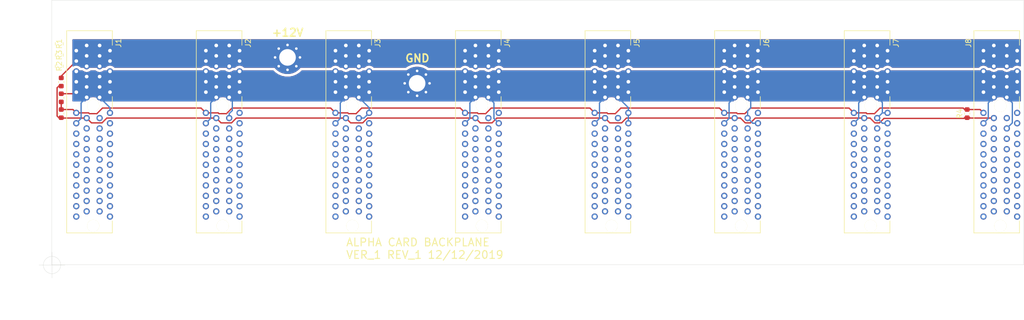
<source format=kicad_pcb>
(kicad_pcb (version 20171130) (host pcbnew 5.1.6+dfsg1-1)

  (general
    (thickness 1.6)
    (drawings 28)
    (tracks 172)
    (zones 0)
    (modules 21)
    (nets 5)
  )

  (page A4)
  (title_block
    (title "ACS backplane")
    (date 2019-12-12)
    (rev 1)
    (company Halidelabs)
    (comment 1 contact@halidelabs.eu)
  )

  (layers
    (0 F.Cu signal)
    (31 B.Cu signal)
    (32 B.Adhes user)
    (33 F.Adhes user)
    (34 B.Paste user)
    (35 F.Paste user)
    (36 B.SilkS user)
    (37 F.SilkS user)
    (38 B.Mask user)
    (39 F.Mask user)
    (40 Dwgs.User user)
    (41 Cmts.User user)
    (42 Eco1.User user)
    (43 Eco2.User user)
    (44 Edge.Cuts user)
    (45 Margin user)
    (46 B.CrtYd user)
    (47 F.CrtYd user)
    (48 B.Fab user)
    (49 F.Fab user)
  )

  (setup
    (last_trace_width 0.25)
    (trace_clearance 0.2)
    (zone_clearance 0.508)
    (zone_45_only no)
    (trace_min 0.2)
    (via_size 0.8)
    (via_drill 0.4)
    (via_min_size 0.4)
    (via_min_drill 0.3)
    (uvia_size 0.3)
    (uvia_drill 0.1)
    (uvias_allowed no)
    (uvia_min_size 0.2)
    (uvia_min_drill 0.1)
    (edge_width 0.05)
    (segment_width 0.2)
    (pcb_text_width 0.3)
    (pcb_text_size 1.5 1.5)
    (mod_edge_width 0.12)
    (mod_text_size 1 1)
    (mod_text_width 0.15)
    (pad_size 1.524 1.524)
    (pad_drill 0.762)
    (pad_to_mask_clearance 0.051)
    (solder_mask_min_width 0.25)
    (aux_axis_origin 52 82.5)
    (visible_elements 7FFFFFFF)
    (pcbplotparams
      (layerselection 0x010fc_ffffffff)
      (usegerberextensions false)
      (usegerberattributes false)
      (usegerberadvancedattributes false)
      (creategerberjobfile false)
      (excludeedgelayer true)
      (linewidth 0.100000)
      (plotframeref false)
      (viasonmask false)
      (mode 1)
      (useauxorigin false)
      (hpglpennumber 1)
      (hpglpenspeed 20)
      (hpglpendiameter 15.000000)
      (psnegative false)
      (psa4output false)
      (plotreference true)
      (plotvalue true)
      (plotinvisibletext false)
      (padsonsilk false)
      (subtractmaskfromsilk false)
      (outputformat 1)
      (mirror false)
      (drillshape 1)
      (scaleselection 1)
      (outputdirectory ""))
  )

  (net 0 "")
  (net 1 +12V)
  (net 2 P_GND)
  (net 3 UART0_485_P)
  (net 4 UART0_485_N)

  (net_class Default "To jest domyślna klasa połączeń."
    (clearance 0.2)
    (trace_width 0.25)
    (via_dia 0.8)
    (via_drill 0.4)
    (uvia_dia 0.3)
    (uvia_drill 0.1)
    (add_net +12V)
    (add_net P_GND)
    (add_net UART0_485_N)
    (add_net UART0_485_P)
  )

  (module kicad-lib:CONN_10018784-10201TLF (layer F.Cu) (tedit 5EA5733D) (tstamp 5DF17361)
    (at 86.25 40.2 270)
    (path /5DF2E10A/5DF52F10)
    (fp_text reference J2 (at -0.46062 -3.63997 90) (layer F.SilkS)
      (effects (font (size 1.00137 1.00137) (thickness 0.15)))
    )
    (fp_text value 10018784-10201TLF (at 0.175 7.36525 90) (layer F.SilkS) hide
      (effects (font (size 1.00003 1.00003) (thickness 0.05)))
    )
    (fp_line (start -3.1 6.6) (end -3.1 -2.86) (layer Eco1.User) (width 0.05))
    (fp_line (start 36.4 6.6) (end -3.1 6.6) (layer Eco1.User) (width 0.05))
    (fp_line (start 36.4 -2.86) (end 36.4 6.6) (layer Eco1.User) (width 0.05))
    (fp_line (start -3.1 -2.86) (end 36.4 -2.86) (layer Eco1.User) (width 0.05))
    (fp_line (start -0.05 -2.45) (end -2.85 -2.45) (layer F.SilkS) (width 0.127))
    (fp_line (start 36.15 -2.45) (end 33.85 -2.45) (layer F.SilkS) (width 0.127))
    (fp_line (start 36.15 6.35) (end 36.15 -2.45) (layer F.SilkS) (width 0.127))
    (fp_line (start -2.85 6.35) (end 36.15 6.35) (layer F.SilkS) (width 0.127))
    (fp_line (start 12.15 -2.45) (end 9.85 -2.45) (layer F.SilkS) (width 0.127))
    (fp_line (start -2.85 -2.45) (end -2.85 6.35) (layer F.SilkS) (width 0.127))
    (fp_line (start 36.15 -2.45) (end -2.85 -2.45) (layer Eco2.User) (width 0.127))
    (fp_line (start 36.15 6.35) (end 36.15 -2.45) (layer Eco2.User) (width 0.127))
    (fp_line (start -2.85 6.35) (end 36.15 6.35) (layer Eco2.User) (width 0.127))
    (fp_line (start -2.85 -2.45) (end -2.85 6.35) (layer Eco2.User) (width 0.127))
    (pad B31 thru_hole circle (at 32 2.5 270) (size 1.208 1.208) (drill 0.7) (layers *.Cu *.Mask))
    (pad B30 thru_hole circle (at 31 4.5 270) (size 1.208 1.208) (drill 0.7) (layers *.Cu *.Mask))
    (pad B29 thru_hole circle (at 30 2.5 270) (size 1.208 1.208) (drill 0.7) (layers *.Cu *.Mask))
    (pad B28 thru_hole circle (at 29 4.5 270) (size 1.208 1.208) (drill 0.7) (layers *.Cu *.Mask))
    (pad B27 thru_hole circle (at 28 2.5 270) (size 1.208 1.208) (drill 0.7) (layers *.Cu *.Mask))
    (pad B26 thru_hole circle (at 27 4.5 270) (size 1.208 1.208) (drill 0.7) (layers *.Cu *.Mask))
    (pad B25 thru_hole circle (at 26 2.5 270) (size 1.208 1.208) (drill 0.7) (layers *.Cu *.Mask))
    (pad B24 thru_hole circle (at 25 4.5 270) (size 1.208 1.208) (drill 0.7) (layers *.Cu *.Mask))
    (pad B23 thru_hole circle (at 24 2.5 270) (size 1.208 1.208) (drill 0.7) (layers *.Cu *.Mask))
    (pad B22 thru_hole circle (at 23 4.5 270) (size 1.208 1.208) (drill 0.7) (layers *.Cu *.Mask))
    (pad B21 thru_hole circle (at 22 2.5 270) (size 1.208 1.208) (drill 0.7) (layers *.Cu *.Mask))
    (pad B20 thru_hole circle (at 21 4.5 270) (size 1.208 1.208) (drill 0.7) (layers *.Cu *.Mask))
    (pad B19 thru_hole circle (at 20 2.5 270) (size 1.208 1.208) (drill 0.7) (layers *.Cu *.Mask))
    (pad B18 thru_hole circle (at 19 4.5 270) (size 1.208 1.208) (drill 0.7) (layers *.Cu *.Mask))
    (pad B17 thru_hole circle (at 18 2.5 270) (size 1.208 1.208) (drill 0.7) (layers *.Cu *.Mask))
    (pad B16 thru_hole circle (at 17 4.5 270) (size 1.208 1.208) (drill 0.7) (layers *.Cu *.Mask))
    (pad B15 thru_hole circle (at 16 2.5 270) (size 1.208 1.208) (drill 0.7) (layers *.Cu *.Mask))
    (pad B14 thru_hole circle (at 15 4.5 270) (size 1.208 1.208) (drill 0.7) (layers *.Cu *.Mask)
      (net 2 P_GND))
    (pad B13 thru_hole circle (at 14 2.5 270) (size 1.208 1.208) (drill 0.7) (layers *.Cu *.Mask)
      (net 3 UART0_485_P))
    (pad B11 thru_hole circle (at 10 2.5 270) (size 1.208 1.208) (drill 0.7) (layers *.Cu *.Mask)
      (net 2 P_GND))
    (pad B10 thru_hole circle (at 9 4.5 270) (size 1.208 1.208) (drill 0.7) (layers *.Cu *.Mask)
      (net 2 P_GND))
    (pad B9 thru_hole circle (at 8 2.5 270) (size 1.208 1.208) (drill 0.7) (layers *.Cu *.Mask)
      (net 2 P_GND))
    (pad B8 thru_hole circle (at 7 4.5 270) (size 1.208 1.208) (drill 0.7) (layers *.Cu *.Mask)
      (net 2 P_GND))
    (pad B7 thru_hole circle (at 6 2.5 270) (size 1.208 1.208) (drill 0.7) (layers *.Cu *.Mask)
      (net 2 P_GND))
    (pad B6 thru_hole circle (at 5 4.5 270) (size 1.208 1.208) (drill 0.7) (layers *.Cu *.Mask)
      (net 2 P_GND))
    (pad B5 thru_hole circle (at 4 2.5 270) (size 1.208 1.208) (drill 0.7) (layers *.Cu *.Mask)
      (net 1 +12V))
    (pad B4 thru_hole circle (at 3 4.5 270) (size 1.208 1.208) (drill 0.7) (layers *.Cu *.Mask)
      (net 1 +12V))
    (pad B3 thru_hole circle (at 2 2.5 270) (size 1.208 1.208) (drill 0.7) (layers *.Cu *.Mask)
      (net 1 +12V))
    (pad A31 thru_hole circle (at 32 0 270) (size 1.208 1.208) (drill 0.7) (layers *.Cu *.Mask))
    (pad A30 thru_hole circle (at 31 -2 270) (size 1.208 1.208) (drill 0.7) (layers *.Cu *.Mask))
    (pad A29 thru_hole circle (at 30 0 270) (size 1.208 1.208) (drill 0.7) (layers *.Cu *.Mask))
    (pad A28 thru_hole circle (at 29 -2 270) (size 1.208 1.208) (drill 0.7) (layers *.Cu *.Mask))
    (pad A27 thru_hole circle (at 28 0 270) (size 1.208 1.208) (drill 0.7) (layers *.Cu *.Mask))
    (pad A26 thru_hole circle (at 27 -2 270) (size 1.208 1.208) (drill 0.7) (layers *.Cu *.Mask))
    (pad A25 thru_hole circle (at 26 0 270) (size 1.208 1.208) (drill 0.7) (layers *.Cu *.Mask))
    (pad A24 thru_hole circle (at 25 -2 270) (size 1.208 1.208) (drill 0.7) (layers *.Cu *.Mask))
    (pad A23 thru_hole circle (at 24 0 270) (size 1.208 1.208) (drill 0.7) (layers *.Cu *.Mask))
    (pad A22 thru_hole circle (at 23 -2 270) (size 1.208 1.208) (drill 0.7) (layers *.Cu *.Mask))
    (pad A21 thru_hole circle (at 22 0 270) (size 1.208 1.208) (drill 0.7) (layers *.Cu *.Mask))
    (pad A20 thru_hole circle (at 21 -2 270) (size 1.208 1.208) (drill 0.7) (layers *.Cu *.Mask))
    (pad A19 thru_hole circle (at 20 0 270) (size 1.208 1.208) (drill 0.7) (layers *.Cu *.Mask))
    (pad A18 thru_hole circle (at 19 -2 270) (size 1.208 1.208) (drill 0.7) (layers *.Cu *.Mask))
    (pad A17 thru_hole circle (at 18 0 270) (size 1.208 1.208) (drill 0.7) (layers *.Cu *.Mask))
    (pad A16 thru_hole circle (at 17 -2 270) (size 1.208 1.208) (drill 0.7) (layers *.Cu *.Mask))
    (pad A15 thru_hole circle (at 16 0 270) (size 1.208 1.208) (drill 0.7) (layers *.Cu *.Mask))
    (pad A14 thru_hole circle (at 15 -2 270) (size 1.208 1.208) (drill 0.7) (layers *.Cu *.Mask))
    (pad A11 thru_hole circle (at 10 0 270) (size 1.208 1.208) (drill 0.7) (layers *.Cu *.Mask)
      (net 2 P_GND))
    (pad A10 thru_hole circle (at 9 -2 270) (size 1.208 1.208) (drill 0.7) (layers *.Cu *.Mask)
      (net 2 P_GND))
    (pad A9 thru_hole circle (at 8 0 270) (size 1.208 1.208) (drill 0.7) (layers *.Cu *.Mask)
      (net 2 P_GND))
    (pad A8 thru_hole circle (at 7 -2 270) (size 1.208 1.208) (drill 0.7) (layers *.Cu *.Mask)
      (net 2 P_GND))
    (pad A7 thru_hole circle (at 6 0 270) (size 1.208 1.208) (drill 0.7) (layers *.Cu *.Mask)
      (net 2 P_GND))
    (pad A6 thru_hole circle (at 5 -2 270) (size 1.208 1.208) (drill 0.7) (layers *.Cu *.Mask)
      (net 2 P_GND))
    (pad A5 thru_hole circle (at 4 0 270) (size 1.208 1.208) (drill 0.7) (layers *.Cu *.Mask)
      (net 1 +12V))
    (pad A4 thru_hole circle (at 3 -2 270) (size 1.208 1.208) (drill 0.7) (layers *.Cu *.Mask)
      (net 1 +12V))
    (pad A3 thru_hole circle (at 2 0 270) (size 1.208 1.208) (drill 0.7) (layers *.Cu *.Mask)
      (net 1 +12V))
    (pad A2 thru_hole circle (at 1 -2 270) (size 1.208 1.208) (drill 0.7) (layers *.Cu *.Mask)
      (net 1 +12V))
    (pad Hole np_thru_hole circle (at 34.8 1.25 270) (size 2.35 2.35) (drill 2.35) (layers *.Cu *.Mask F.SilkS))
    (pad B2 thru_hole circle (at 1 4.5 270) (size 1.208 1.208) (drill 0.7) (layers *.Cu *.Mask)
      (net 1 +12V))
    (pad B1 thru_hole circle (at 0 2.5 270) (size 1.208 1.208) (drill 0.7) (layers *.Cu *.Mask)
      (net 1 +12V))
    (pad A1 thru_hole rect (at 0 0 270) (size 1.208 1.208) (drill 0.7) (layers *.Cu *.Mask)
      (net 1 +12V))
    (pad B32 thru_hole circle (at 33 4.5 270) (size 1.208 1.208) (drill 0.7) (layers *.Cu *.Mask))
    (pad B12 thru_hole circle (at 13 4.5 270) (size 1.208 1.208) (drill 0.7) (layers *.Cu *.Mask)
      (net 4 UART0_485_N))
    (pad A13 thru_hole circle (at 14 0 270) (size 1.208 1.208) (drill 0.7) (layers *.Cu *.Mask)
      (net 2 P_GND))
    (pad A12 thru_hole circle (at 13 -2 270) (size 1.208 1.208) (drill 0.7) (layers *.Cu *.Mask))
    (pad A32 thru_hole circle (at 33 -2 270) (size 1.208 1.208) (drill 0.7) (layers *.Cu *.Mask))
    (pad Hole np_thru_hole circle (at 11.65 1.25 270) (size 2.35 2.35) (drill 2.35) (layers *.Cu *.Mask F.SilkS))
    (model ${KIPRJMOD}/3d_pcie/10018784-10201TLF--3DModel-STEP-56544.STEP
      (offset (xyz 11.5 -1.25 0))
      (scale (xyz 1 1 1))
      (rotate (xyz -90 0 0))
    )
  )

  (module kicad-lib:CONN_10018784-10201TLF (layer F.Cu) (tedit 5EA5733D) (tstamp 5DF1730D)
    (at 61.25 40.2 270)
    (path /5DF19C0C/5DF19CC0)
    (fp_text reference J1 (at -0.46062 -3.63997 270) (layer F.SilkS)
      (effects (font (size 1.00137 1.00137) (thickness 0.15)))
    )
    (fp_text value 10018784-10201TLF (at 0.175 7.36525 270) (layer F.SilkS) hide
      (effects (font (size 1.00003 1.00003) (thickness 0.05)))
    )
    (fp_line (start -3.1 6.6) (end -3.1 -2.86) (layer Eco1.User) (width 0.05))
    (fp_line (start 36.4 6.6) (end -3.1 6.6) (layer Eco1.User) (width 0.05))
    (fp_line (start 36.4 -2.86) (end 36.4 6.6) (layer Eco1.User) (width 0.05))
    (fp_line (start -3.1 -2.86) (end 36.4 -2.86) (layer Eco1.User) (width 0.05))
    (fp_line (start -0.05 -2.45) (end -2.85 -2.45) (layer F.SilkS) (width 0.127))
    (fp_line (start 36.15 -2.45) (end 33.85 -2.45) (layer F.SilkS) (width 0.127))
    (fp_line (start 36.15 6.35) (end 36.15 -2.45) (layer F.SilkS) (width 0.127))
    (fp_line (start -2.85 6.35) (end 36.15 6.35) (layer F.SilkS) (width 0.127))
    (fp_line (start 12.15 -2.45) (end 9.85 -2.45) (layer F.SilkS) (width 0.127))
    (fp_line (start -2.85 -2.45) (end -2.85 6.35) (layer F.SilkS) (width 0.127))
    (fp_line (start 36.15 -2.45) (end -2.85 -2.45) (layer Eco2.User) (width 0.127))
    (fp_line (start 36.15 6.35) (end 36.15 -2.45) (layer Eco2.User) (width 0.127))
    (fp_line (start -2.85 6.35) (end 36.15 6.35) (layer Eco2.User) (width 0.127))
    (fp_line (start -2.85 -2.45) (end -2.85 6.35) (layer Eco2.User) (width 0.127))
    (pad B31 thru_hole circle (at 32 2.5 270) (size 1.208 1.208) (drill 0.7) (layers *.Cu *.Mask))
    (pad B30 thru_hole circle (at 31 4.5 270) (size 1.208 1.208) (drill 0.7) (layers *.Cu *.Mask))
    (pad B29 thru_hole circle (at 30 2.5 270) (size 1.208 1.208) (drill 0.7) (layers *.Cu *.Mask))
    (pad B28 thru_hole circle (at 29 4.5 270) (size 1.208 1.208) (drill 0.7) (layers *.Cu *.Mask))
    (pad B27 thru_hole circle (at 28 2.5 270) (size 1.208 1.208) (drill 0.7) (layers *.Cu *.Mask))
    (pad B26 thru_hole circle (at 27 4.5 270) (size 1.208 1.208) (drill 0.7) (layers *.Cu *.Mask))
    (pad B25 thru_hole circle (at 26 2.5 270) (size 1.208 1.208) (drill 0.7) (layers *.Cu *.Mask))
    (pad B24 thru_hole circle (at 25 4.5 270) (size 1.208 1.208) (drill 0.7) (layers *.Cu *.Mask))
    (pad B23 thru_hole circle (at 24 2.5 270) (size 1.208 1.208) (drill 0.7) (layers *.Cu *.Mask))
    (pad B22 thru_hole circle (at 23 4.5 270) (size 1.208 1.208) (drill 0.7) (layers *.Cu *.Mask))
    (pad B21 thru_hole circle (at 22 2.5 270) (size 1.208 1.208) (drill 0.7) (layers *.Cu *.Mask))
    (pad B20 thru_hole circle (at 21 4.5 270) (size 1.208 1.208) (drill 0.7) (layers *.Cu *.Mask))
    (pad B19 thru_hole circle (at 20 2.5 270) (size 1.208 1.208) (drill 0.7) (layers *.Cu *.Mask))
    (pad B18 thru_hole circle (at 19 4.5 270) (size 1.208 1.208) (drill 0.7) (layers *.Cu *.Mask))
    (pad B17 thru_hole circle (at 18 2.5 270) (size 1.208 1.208) (drill 0.7) (layers *.Cu *.Mask))
    (pad B16 thru_hole circle (at 17 4.5 270) (size 1.208 1.208) (drill 0.7) (layers *.Cu *.Mask))
    (pad B15 thru_hole circle (at 16 2.5 270) (size 1.208 1.208) (drill 0.7) (layers *.Cu *.Mask))
    (pad B14 thru_hole circle (at 15 4.5 270) (size 1.208 1.208) (drill 0.7) (layers *.Cu *.Mask)
      (net 2 P_GND))
    (pad B13 thru_hole circle (at 14 2.5 270) (size 1.208 1.208) (drill 0.7) (layers *.Cu *.Mask)
      (net 3 UART0_485_P))
    (pad B11 thru_hole circle (at 10 2.5 270) (size 1.208 1.208) (drill 0.7) (layers *.Cu *.Mask)
      (net 2 P_GND))
    (pad B10 thru_hole circle (at 9 4.5 270) (size 1.208 1.208) (drill 0.7) (layers *.Cu *.Mask)
      (net 2 P_GND))
    (pad B9 thru_hole circle (at 8 2.5 270) (size 1.208 1.208) (drill 0.7) (layers *.Cu *.Mask)
      (net 2 P_GND))
    (pad B8 thru_hole circle (at 7 4.5 270) (size 1.208 1.208) (drill 0.7) (layers *.Cu *.Mask)
      (net 2 P_GND))
    (pad B7 thru_hole circle (at 6 2.5 270) (size 1.208 1.208) (drill 0.7) (layers *.Cu *.Mask)
      (net 2 P_GND))
    (pad B6 thru_hole circle (at 5 4.5 270) (size 1.208 1.208) (drill 0.7) (layers *.Cu *.Mask)
      (net 2 P_GND))
    (pad B5 thru_hole circle (at 4 2.5 270) (size 1.208 1.208) (drill 0.7) (layers *.Cu *.Mask)
      (net 1 +12V))
    (pad B4 thru_hole circle (at 3 4.5 270) (size 1.208 1.208) (drill 0.7) (layers *.Cu *.Mask)
      (net 1 +12V))
    (pad B3 thru_hole circle (at 2 2.5 270) (size 1.208 1.208) (drill 0.7) (layers *.Cu *.Mask)
      (net 1 +12V))
    (pad A31 thru_hole circle (at 32 0 270) (size 1.208 1.208) (drill 0.7) (layers *.Cu *.Mask))
    (pad A30 thru_hole circle (at 31 -2 270) (size 1.208 1.208) (drill 0.7) (layers *.Cu *.Mask))
    (pad A29 thru_hole circle (at 30 0 270) (size 1.208 1.208) (drill 0.7) (layers *.Cu *.Mask))
    (pad A28 thru_hole circle (at 29 -2 270) (size 1.208 1.208) (drill 0.7) (layers *.Cu *.Mask))
    (pad A27 thru_hole circle (at 28 0 270) (size 1.208 1.208) (drill 0.7) (layers *.Cu *.Mask))
    (pad A26 thru_hole circle (at 27 -2 270) (size 1.208 1.208) (drill 0.7) (layers *.Cu *.Mask))
    (pad A25 thru_hole circle (at 26 0 270) (size 1.208 1.208) (drill 0.7) (layers *.Cu *.Mask))
    (pad A24 thru_hole circle (at 25 -2 270) (size 1.208 1.208) (drill 0.7) (layers *.Cu *.Mask))
    (pad A23 thru_hole circle (at 24 0 270) (size 1.208 1.208) (drill 0.7) (layers *.Cu *.Mask))
    (pad A22 thru_hole circle (at 23 -2 270) (size 1.208 1.208) (drill 0.7) (layers *.Cu *.Mask))
    (pad A21 thru_hole circle (at 22 0 270) (size 1.208 1.208) (drill 0.7) (layers *.Cu *.Mask))
    (pad A20 thru_hole circle (at 21 -2 270) (size 1.208 1.208) (drill 0.7) (layers *.Cu *.Mask))
    (pad A19 thru_hole circle (at 20 0 270) (size 1.208 1.208) (drill 0.7) (layers *.Cu *.Mask))
    (pad A18 thru_hole circle (at 19 -2 270) (size 1.208 1.208) (drill 0.7) (layers *.Cu *.Mask))
    (pad A17 thru_hole circle (at 18 0 270) (size 1.208 1.208) (drill 0.7) (layers *.Cu *.Mask))
    (pad A16 thru_hole circle (at 17 -2 270) (size 1.208 1.208) (drill 0.7) (layers *.Cu *.Mask))
    (pad A15 thru_hole circle (at 16 0 270) (size 1.208 1.208) (drill 0.7) (layers *.Cu *.Mask))
    (pad A14 thru_hole circle (at 15 -2 270) (size 1.208 1.208) (drill 0.7) (layers *.Cu *.Mask))
    (pad A11 thru_hole circle (at 10 0 270) (size 1.208 1.208) (drill 0.7) (layers *.Cu *.Mask)
      (net 2 P_GND))
    (pad A10 thru_hole circle (at 9 -2 270) (size 1.208 1.208) (drill 0.7) (layers *.Cu *.Mask)
      (net 2 P_GND))
    (pad A9 thru_hole circle (at 8 0 270) (size 1.208 1.208) (drill 0.7) (layers *.Cu *.Mask)
      (net 2 P_GND))
    (pad A8 thru_hole circle (at 7 -2 270) (size 1.208 1.208) (drill 0.7) (layers *.Cu *.Mask)
      (net 2 P_GND))
    (pad A7 thru_hole circle (at 6 0 270) (size 1.208 1.208) (drill 0.7) (layers *.Cu *.Mask)
      (net 2 P_GND))
    (pad A6 thru_hole circle (at 5 -2 270) (size 1.208 1.208) (drill 0.7) (layers *.Cu *.Mask)
      (net 2 P_GND))
    (pad A5 thru_hole circle (at 4 0 270) (size 1.208 1.208) (drill 0.7) (layers *.Cu *.Mask)
      (net 1 +12V))
    (pad A4 thru_hole circle (at 3 -2 270) (size 1.208 1.208) (drill 0.7) (layers *.Cu *.Mask)
      (net 1 +12V))
    (pad A3 thru_hole circle (at 2 0 270) (size 1.208 1.208) (drill 0.7) (layers *.Cu *.Mask)
      (net 1 +12V))
    (pad A2 thru_hole circle (at 1 -2 270) (size 1.208 1.208) (drill 0.7) (layers *.Cu *.Mask)
      (net 1 +12V))
    (pad Hole np_thru_hole circle (at 34.8 1.25 270) (size 2.35 2.35) (drill 2.35) (layers *.Cu *.Mask F.SilkS))
    (pad B2 thru_hole circle (at 1 4.5 270) (size 1.208 1.208) (drill 0.7) (layers *.Cu *.Mask)
      (net 1 +12V))
    (pad B1 thru_hole circle (at 0 2.5 270) (size 1.208 1.208) (drill 0.7) (layers *.Cu *.Mask)
      (net 1 +12V))
    (pad A1 thru_hole rect (at 0 0 270) (size 1.208 1.208) (drill 0.7) (layers *.Cu *.Mask)
      (net 1 +12V))
    (pad B32 thru_hole circle (at 33 4.5 270) (size 1.208 1.208) (drill 0.7) (layers *.Cu *.Mask))
    (pad B12 thru_hole circle (at 13 4.5 270) (size 1.208 1.208) (drill 0.7) (layers *.Cu *.Mask)
      (net 4 UART0_485_N))
    (pad A13 thru_hole circle (at 14 0 270) (size 1.208 1.208) (drill 0.7) (layers *.Cu *.Mask))
    (pad A12 thru_hole circle (at 13 -2 270) (size 1.208 1.208) (drill 0.7) (layers *.Cu *.Mask)
      (net 2 P_GND))
    (pad A32 thru_hole circle (at 33 -2 270) (size 1.208 1.208) (drill 0.7) (layers *.Cu *.Mask))
    (pad Hole np_thru_hole circle (at 11.65 1.25 270) (size 2.35 2.35) (drill 2.35) (layers *.Cu *.Mask F.SilkS))
    (model ${KIPRJMOD}/3d_pcie/10018784-10201TLF--3DModel-STEP-56544.STEP
      (offset (xyz 11.5 -1.25 0))
      (scale (xyz 1 1 1))
      (rotate (xyz -90 0 0))
    )
  )

  (module kicad-lib:CONN_10018784-10201TLF (layer F.Cu) (tedit 5EA5733D) (tstamp 5DF173B5)
    (at 111.25 40.2 270)
    (path /5DF2E1F6/5DF52F0F)
    (fp_text reference J3 (at -0.46062 -3.63997 90) (layer F.SilkS)
      (effects (font (size 1.00137 1.00137) (thickness 0.15)))
    )
    (fp_text value 10018784-10201TLF (at 0.175 7.36525 90) (layer F.SilkS) hide
      (effects (font (size 1.00003 1.00003) (thickness 0.05)))
    )
    (fp_line (start -3.1 6.6) (end -3.1 -2.86) (layer Eco1.User) (width 0.05))
    (fp_line (start 36.4 6.6) (end -3.1 6.6) (layer Eco1.User) (width 0.05))
    (fp_line (start 36.4 -2.86) (end 36.4 6.6) (layer Eco1.User) (width 0.05))
    (fp_line (start -3.1 -2.86) (end 36.4 -2.86) (layer Eco1.User) (width 0.05))
    (fp_line (start -0.05 -2.45) (end -2.85 -2.45) (layer F.SilkS) (width 0.127))
    (fp_line (start 36.15 -2.45) (end 33.85 -2.45) (layer F.SilkS) (width 0.127))
    (fp_line (start 36.15 6.35) (end 36.15 -2.45) (layer F.SilkS) (width 0.127))
    (fp_line (start -2.85 6.35) (end 36.15 6.35) (layer F.SilkS) (width 0.127))
    (fp_line (start 12.15 -2.45) (end 9.85 -2.45) (layer F.SilkS) (width 0.127))
    (fp_line (start -2.85 -2.45) (end -2.85 6.35) (layer F.SilkS) (width 0.127))
    (fp_line (start 36.15 -2.45) (end -2.85 -2.45) (layer Eco2.User) (width 0.127))
    (fp_line (start 36.15 6.35) (end 36.15 -2.45) (layer Eco2.User) (width 0.127))
    (fp_line (start -2.85 6.35) (end 36.15 6.35) (layer Eco2.User) (width 0.127))
    (fp_line (start -2.85 -2.45) (end -2.85 6.35) (layer Eco2.User) (width 0.127))
    (pad B31 thru_hole circle (at 32 2.5 270) (size 1.208 1.208) (drill 0.7) (layers *.Cu *.Mask))
    (pad B30 thru_hole circle (at 31 4.5 270) (size 1.208 1.208) (drill 0.7) (layers *.Cu *.Mask))
    (pad B29 thru_hole circle (at 30 2.5 270) (size 1.208 1.208) (drill 0.7) (layers *.Cu *.Mask))
    (pad B28 thru_hole circle (at 29 4.5 270) (size 1.208 1.208) (drill 0.7) (layers *.Cu *.Mask))
    (pad B27 thru_hole circle (at 28 2.5 270) (size 1.208 1.208) (drill 0.7) (layers *.Cu *.Mask))
    (pad B26 thru_hole circle (at 27 4.5 270) (size 1.208 1.208) (drill 0.7) (layers *.Cu *.Mask))
    (pad B25 thru_hole circle (at 26 2.5 270) (size 1.208 1.208) (drill 0.7) (layers *.Cu *.Mask))
    (pad B24 thru_hole circle (at 25 4.5 270) (size 1.208 1.208) (drill 0.7) (layers *.Cu *.Mask))
    (pad B23 thru_hole circle (at 24 2.5 270) (size 1.208 1.208) (drill 0.7) (layers *.Cu *.Mask))
    (pad B22 thru_hole circle (at 23 4.5 270) (size 1.208 1.208) (drill 0.7) (layers *.Cu *.Mask))
    (pad B21 thru_hole circle (at 22 2.5 270) (size 1.208 1.208) (drill 0.7) (layers *.Cu *.Mask))
    (pad B20 thru_hole circle (at 21 4.5 270) (size 1.208 1.208) (drill 0.7) (layers *.Cu *.Mask))
    (pad B19 thru_hole circle (at 20 2.5 270) (size 1.208 1.208) (drill 0.7) (layers *.Cu *.Mask))
    (pad B18 thru_hole circle (at 19 4.5 270) (size 1.208 1.208) (drill 0.7) (layers *.Cu *.Mask))
    (pad B17 thru_hole circle (at 18 2.5 270) (size 1.208 1.208) (drill 0.7) (layers *.Cu *.Mask))
    (pad B16 thru_hole circle (at 17 4.5 270) (size 1.208 1.208) (drill 0.7) (layers *.Cu *.Mask))
    (pad B15 thru_hole circle (at 16 2.5 270) (size 1.208 1.208) (drill 0.7) (layers *.Cu *.Mask))
    (pad B14 thru_hole circle (at 15 4.5 270) (size 1.208 1.208) (drill 0.7) (layers *.Cu *.Mask)
      (net 2 P_GND))
    (pad B13 thru_hole circle (at 14 2.5 270) (size 1.208 1.208) (drill 0.7) (layers *.Cu *.Mask)
      (net 3 UART0_485_P))
    (pad B11 thru_hole circle (at 10 2.5 270) (size 1.208 1.208) (drill 0.7) (layers *.Cu *.Mask)
      (net 2 P_GND))
    (pad B10 thru_hole circle (at 9 4.5 270) (size 1.208 1.208) (drill 0.7) (layers *.Cu *.Mask)
      (net 2 P_GND))
    (pad B9 thru_hole circle (at 8 2.5 270) (size 1.208 1.208) (drill 0.7) (layers *.Cu *.Mask)
      (net 2 P_GND))
    (pad B8 thru_hole circle (at 7 4.5 270) (size 1.208 1.208) (drill 0.7) (layers *.Cu *.Mask)
      (net 2 P_GND))
    (pad B7 thru_hole circle (at 6 2.5 270) (size 1.208 1.208) (drill 0.7) (layers *.Cu *.Mask)
      (net 2 P_GND))
    (pad B6 thru_hole circle (at 5 4.5 270) (size 1.208 1.208) (drill 0.7) (layers *.Cu *.Mask)
      (net 2 P_GND))
    (pad B5 thru_hole circle (at 4 2.5 270) (size 1.208 1.208) (drill 0.7) (layers *.Cu *.Mask)
      (net 1 +12V))
    (pad B4 thru_hole circle (at 3 4.5 270) (size 1.208 1.208) (drill 0.7) (layers *.Cu *.Mask)
      (net 1 +12V))
    (pad B3 thru_hole circle (at 2 2.5 270) (size 1.208 1.208) (drill 0.7) (layers *.Cu *.Mask)
      (net 1 +12V))
    (pad A31 thru_hole circle (at 32 0 270) (size 1.208 1.208) (drill 0.7) (layers *.Cu *.Mask))
    (pad A30 thru_hole circle (at 31 -2 270) (size 1.208 1.208) (drill 0.7) (layers *.Cu *.Mask))
    (pad A29 thru_hole circle (at 30 0 270) (size 1.208 1.208) (drill 0.7) (layers *.Cu *.Mask))
    (pad A28 thru_hole circle (at 29 -2 270) (size 1.208 1.208) (drill 0.7) (layers *.Cu *.Mask))
    (pad A27 thru_hole circle (at 28 0 270) (size 1.208 1.208) (drill 0.7) (layers *.Cu *.Mask))
    (pad A26 thru_hole circle (at 27 -2 270) (size 1.208 1.208) (drill 0.7) (layers *.Cu *.Mask))
    (pad A25 thru_hole circle (at 26 0 270) (size 1.208 1.208) (drill 0.7) (layers *.Cu *.Mask))
    (pad A24 thru_hole circle (at 25 -2 270) (size 1.208 1.208) (drill 0.7) (layers *.Cu *.Mask))
    (pad A23 thru_hole circle (at 24 0 270) (size 1.208 1.208) (drill 0.7) (layers *.Cu *.Mask))
    (pad A22 thru_hole circle (at 23 -2 270) (size 1.208 1.208) (drill 0.7) (layers *.Cu *.Mask))
    (pad A21 thru_hole circle (at 22 0 270) (size 1.208 1.208) (drill 0.7) (layers *.Cu *.Mask))
    (pad A20 thru_hole circle (at 21 -2 270) (size 1.208 1.208) (drill 0.7) (layers *.Cu *.Mask))
    (pad A19 thru_hole circle (at 20 0 270) (size 1.208 1.208) (drill 0.7) (layers *.Cu *.Mask))
    (pad A18 thru_hole circle (at 19 -2 270) (size 1.208 1.208) (drill 0.7) (layers *.Cu *.Mask))
    (pad A17 thru_hole circle (at 18 0 270) (size 1.208 1.208) (drill 0.7) (layers *.Cu *.Mask))
    (pad A16 thru_hole circle (at 17 -2 270) (size 1.208 1.208) (drill 0.7) (layers *.Cu *.Mask))
    (pad A15 thru_hole circle (at 16 0 270) (size 1.208 1.208) (drill 0.7) (layers *.Cu *.Mask))
    (pad A14 thru_hole circle (at 15 -2 270) (size 1.208 1.208) (drill 0.7) (layers *.Cu *.Mask))
    (pad A11 thru_hole circle (at 10 0 270) (size 1.208 1.208) (drill 0.7) (layers *.Cu *.Mask)
      (net 2 P_GND))
    (pad A10 thru_hole circle (at 9 -2 270) (size 1.208 1.208) (drill 0.7) (layers *.Cu *.Mask)
      (net 2 P_GND))
    (pad A9 thru_hole circle (at 8 0 270) (size 1.208 1.208) (drill 0.7) (layers *.Cu *.Mask)
      (net 2 P_GND))
    (pad A8 thru_hole circle (at 7 -2 270) (size 1.208 1.208) (drill 0.7) (layers *.Cu *.Mask)
      (net 2 P_GND))
    (pad A7 thru_hole circle (at 6 0 270) (size 1.208 1.208) (drill 0.7) (layers *.Cu *.Mask)
      (net 2 P_GND))
    (pad A6 thru_hole circle (at 5 -2 270) (size 1.208 1.208) (drill 0.7) (layers *.Cu *.Mask)
      (net 2 P_GND))
    (pad A5 thru_hole circle (at 4 0 270) (size 1.208 1.208) (drill 0.7) (layers *.Cu *.Mask)
      (net 1 +12V))
    (pad A4 thru_hole circle (at 3 -2 270) (size 1.208 1.208) (drill 0.7) (layers *.Cu *.Mask)
      (net 1 +12V))
    (pad A3 thru_hole circle (at 2 0 270) (size 1.208 1.208) (drill 0.7) (layers *.Cu *.Mask)
      (net 1 +12V))
    (pad A2 thru_hole circle (at 1 -2 270) (size 1.208 1.208) (drill 0.7) (layers *.Cu *.Mask)
      (net 1 +12V))
    (pad Hole np_thru_hole circle (at 34.8 1.25 270) (size 2.35 2.35) (drill 2.35) (layers *.Cu *.Mask F.SilkS))
    (pad B2 thru_hole circle (at 1 4.5 270) (size 1.208 1.208) (drill 0.7) (layers *.Cu *.Mask)
      (net 1 +12V))
    (pad B1 thru_hole circle (at 0 2.5 270) (size 1.208 1.208) (drill 0.7) (layers *.Cu *.Mask)
      (net 1 +12V))
    (pad A1 thru_hole rect (at 0 0 270) (size 1.208 1.208) (drill 0.7) (layers *.Cu *.Mask)
      (net 1 +12V))
    (pad B32 thru_hole circle (at 33 4.5 270) (size 1.208 1.208) (drill 0.7) (layers *.Cu *.Mask))
    (pad B12 thru_hole circle (at 13 4.5 270) (size 1.208 1.208) (drill 0.7) (layers *.Cu *.Mask)
      (net 4 UART0_485_N))
    (pad A13 thru_hole circle (at 14 0 270) (size 1.208 1.208) (drill 0.7) (layers *.Cu *.Mask)
      (net 2 P_GND))
    (pad A12 thru_hole circle (at 13 -2 270) (size 1.208 1.208) (drill 0.7) (layers *.Cu *.Mask)
      (net 2 P_GND))
    (pad A32 thru_hole circle (at 33 -2 270) (size 1.208 1.208) (drill 0.7) (layers *.Cu *.Mask))
    (pad Hole np_thru_hole circle (at 11.65 1.25 270) (size 2.35 2.35) (drill 2.35) (layers *.Cu *.Mask F.SilkS))
    (model ${KIPRJMOD}/3d_pcie/10018784-10201TLF--3DModel-STEP-56544.STEP
      (offset (xyz 11.5 -1.25 0))
      (scale (xyz 1 1 1))
      (rotate (xyz -90 0 0))
    )
  )

  (module kicad-lib:CONN_10018784-10201TLF (layer F.Cu) (tedit 5EA5733D) (tstamp 5DF17409)
    (at 136.25 40.2 270)
    (path /5DF2E1F8/5DF52F0E)
    (fp_text reference J4 (at -0.46062 -3.63997 90) (layer F.SilkS)
      (effects (font (size 1.00137 1.00137) (thickness 0.15)))
    )
    (fp_text value 10018784-10201TLF (at 0.175 7.36525 90) (layer F.SilkS) hide
      (effects (font (size 1.00003 1.00003) (thickness 0.05)))
    )
    (fp_line (start -3.1 6.6) (end -3.1 -2.86) (layer Eco1.User) (width 0.05))
    (fp_line (start 36.4 6.6) (end -3.1 6.6) (layer Eco1.User) (width 0.05))
    (fp_line (start 36.4 -2.86) (end 36.4 6.6) (layer Eco1.User) (width 0.05))
    (fp_line (start -3.1 -2.86) (end 36.4 -2.86) (layer Eco1.User) (width 0.05))
    (fp_line (start -0.05 -2.45) (end -2.85 -2.45) (layer F.SilkS) (width 0.127))
    (fp_line (start 36.15 -2.45) (end 33.85 -2.45) (layer F.SilkS) (width 0.127))
    (fp_line (start 36.15 6.35) (end 36.15 -2.45) (layer F.SilkS) (width 0.127))
    (fp_line (start -2.85 6.35) (end 36.15 6.35) (layer F.SilkS) (width 0.127))
    (fp_line (start 12.15 -2.45) (end 9.85 -2.45) (layer F.SilkS) (width 0.127))
    (fp_line (start -2.85 -2.45) (end -2.85 6.35) (layer F.SilkS) (width 0.127))
    (fp_line (start 36.15 -2.45) (end -2.85 -2.45) (layer Eco2.User) (width 0.127))
    (fp_line (start 36.15 6.35) (end 36.15 -2.45) (layer Eco2.User) (width 0.127))
    (fp_line (start -2.85 6.35) (end 36.15 6.35) (layer Eco2.User) (width 0.127))
    (fp_line (start -2.85 -2.45) (end -2.85 6.35) (layer Eco2.User) (width 0.127))
    (pad B31 thru_hole circle (at 32 2.5 270) (size 1.208 1.208) (drill 0.7) (layers *.Cu *.Mask))
    (pad B30 thru_hole circle (at 31 4.5 270) (size 1.208 1.208) (drill 0.7) (layers *.Cu *.Mask))
    (pad B29 thru_hole circle (at 30 2.5 270) (size 1.208 1.208) (drill 0.7) (layers *.Cu *.Mask))
    (pad B28 thru_hole circle (at 29 4.5 270) (size 1.208 1.208) (drill 0.7) (layers *.Cu *.Mask))
    (pad B27 thru_hole circle (at 28 2.5 270) (size 1.208 1.208) (drill 0.7) (layers *.Cu *.Mask))
    (pad B26 thru_hole circle (at 27 4.5 270) (size 1.208 1.208) (drill 0.7) (layers *.Cu *.Mask))
    (pad B25 thru_hole circle (at 26 2.5 270) (size 1.208 1.208) (drill 0.7) (layers *.Cu *.Mask))
    (pad B24 thru_hole circle (at 25 4.5 270) (size 1.208 1.208) (drill 0.7) (layers *.Cu *.Mask))
    (pad B23 thru_hole circle (at 24 2.5 270) (size 1.208 1.208) (drill 0.7) (layers *.Cu *.Mask))
    (pad B22 thru_hole circle (at 23 4.5 270) (size 1.208 1.208) (drill 0.7) (layers *.Cu *.Mask))
    (pad B21 thru_hole circle (at 22 2.5 270) (size 1.208 1.208) (drill 0.7) (layers *.Cu *.Mask))
    (pad B20 thru_hole circle (at 21 4.5 270) (size 1.208 1.208) (drill 0.7) (layers *.Cu *.Mask))
    (pad B19 thru_hole circle (at 20 2.5 270) (size 1.208 1.208) (drill 0.7) (layers *.Cu *.Mask))
    (pad B18 thru_hole circle (at 19 4.5 270) (size 1.208 1.208) (drill 0.7) (layers *.Cu *.Mask))
    (pad B17 thru_hole circle (at 18 2.5 270) (size 1.208 1.208) (drill 0.7) (layers *.Cu *.Mask))
    (pad B16 thru_hole circle (at 17 4.5 270) (size 1.208 1.208) (drill 0.7) (layers *.Cu *.Mask))
    (pad B15 thru_hole circle (at 16 2.5 270) (size 1.208 1.208) (drill 0.7) (layers *.Cu *.Mask))
    (pad B14 thru_hole circle (at 15 4.5 270) (size 1.208 1.208) (drill 0.7) (layers *.Cu *.Mask)
      (net 2 P_GND))
    (pad B13 thru_hole circle (at 14 2.5 270) (size 1.208 1.208) (drill 0.7) (layers *.Cu *.Mask)
      (net 3 UART0_485_P))
    (pad B11 thru_hole circle (at 10 2.5 270) (size 1.208 1.208) (drill 0.7) (layers *.Cu *.Mask)
      (net 2 P_GND))
    (pad B10 thru_hole circle (at 9 4.5 270) (size 1.208 1.208) (drill 0.7) (layers *.Cu *.Mask)
      (net 2 P_GND))
    (pad B9 thru_hole circle (at 8 2.5 270) (size 1.208 1.208) (drill 0.7) (layers *.Cu *.Mask)
      (net 2 P_GND))
    (pad B8 thru_hole circle (at 7 4.5 270) (size 1.208 1.208) (drill 0.7) (layers *.Cu *.Mask)
      (net 2 P_GND))
    (pad B7 thru_hole circle (at 6 2.5 270) (size 1.208 1.208) (drill 0.7) (layers *.Cu *.Mask)
      (net 2 P_GND))
    (pad B6 thru_hole circle (at 5 4.5 270) (size 1.208 1.208) (drill 0.7) (layers *.Cu *.Mask)
      (net 2 P_GND))
    (pad B5 thru_hole circle (at 4 2.5 270) (size 1.208 1.208) (drill 0.7) (layers *.Cu *.Mask)
      (net 1 +12V))
    (pad B4 thru_hole circle (at 3 4.5 270) (size 1.208 1.208) (drill 0.7) (layers *.Cu *.Mask)
      (net 1 +12V))
    (pad B3 thru_hole circle (at 2 2.5 270) (size 1.208 1.208) (drill 0.7) (layers *.Cu *.Mask)
      (net 1 +12V))
    (pad A31 thru_hole circle (at 32 0 270) (size 1.208 1.208) (drill 0.7) (layers *.Cu *.Mask))
    (pad A30 thru_hole circle (at 31 -2 270) (size 1.208 1.208) (drill 0.7) (layers *.Cu *.Mask))
    (pad A29 thru_hole circle (at 30 0 270) (size 1.208 1.208) (drill 0.7) (layers *.Cu *.Mask))
    (pad A28 thru_hole circle (at 29 -2 270) (size 1.208 1.208) (drill 0.7) (layers *.Cu *.Mask))
    (pad A27 thru_hole circle (at 28 0 270) (size 1.208 1.208) (drill 0.7) (layers *.Cu *.Mask))
    (pad A26 thru_hole circle (at 27 -2 270) (size 1.208 1.208) (drill 0.7) (layers *.Cu *.Mask))
    (pad A25 thru_hole circle (at 26 0 270) (size 1.208 1.208) (drill 0.7) (layers *.Cu *.Mask))
    (pad A24 thru_hole circle (at 25 -2 270) (size 1.208 1.208) (drill 0.7) (layers *.Cu *.Mask))
    (pad A23 thru_hole circle (at 24 0 270) (size 1.208 1.208) (drill 0.7) (layers *.Cu *.Mask))
    (pad A22 thru_hole circle (at 23 -2 270) (size 1.208 1.208) (drill 0.7) (layers *.Cu *.Mask))
    (pad A21 thru_hole circle (at 22 0 270) (size 1.208 1.208) (drill 0.7) (layers *.Cu *.Mask))
    (pad A20 thru_hole circle (at 21 -2 270) (size 1.208 1.208) (drill 0.7) (layers *.Cu *.Mask))
    (pad A19 thru_hole circle (at 20 0 270) (size 1.208 1.208) (drill 0.7) (layers *.Cu *.Mask))
    (pad A18 thru_hole circle (at 19 -2 270) (size 1.208 1.208) (drill 0.7) (layers *.Cu *.Mask))
    (pad A17 thru_hole circle (at 18 0 270) (size 1.208 1.208) (drill 0.7) (layers *.Cu *.Mask))
    (pad A16 thru_hole circle (at 17 -2 270) (size 1.208 1.208) (drill 0.7) (layers *.Cu *.Mask))
    (pad A15 thru_hole circle (at 16 0 270) (size 1.208 1.208) (drill 0.7) (layers *.Cu *.Mask))
    (pad A14 thru_hole circle (at 15 -2 270) (size 1.208 1.208) (drill 0.7) (layers *.Cu *.Mask)
      (net 2 P_GND))
    (pad A11 thru_hole circle (at 10 0 270) (size 1.208 1.208) (drill 0.7) (layers *.Cu *.Mask)
      (net 2 P_GND))
    (pad A10 thru_hole circle (at 9 -2 270) (size 1.208 1.208) (drill 0.7) (layers *.Cu *.Mask)
      (net 2 P_GND))
    (pad A9 thru_hole circle (at 8 0 270) (size 1.208 1.208) (drill 0.7) (layers *.Cu *.Mask)
      (net 2 P_GND))
    (pad A8 thru_hole circle (at 7 -2 270) (size 1.208 1.208) (drill 0.7) (layers *.Cu *.Mask)
      (net 2 P_GND))
    (pad A7 thru_hole circle (at 6 0 270) (size 1.208 1.208) (drill 0.7) (layers *.Cu *.Mask)
      (net 2 P_GND))
    (pad A6 thru_hole circle (at 5 -2 270) (size 1.208 1.208) (drill 0.7) (layers *.Cu *.Mask)
      (net 2 P_GND))
    (pad A5 thru_hole circle (at 4 0 270) (size 1.208 1.208) (drill 0.7) (layers *.Cu *.Mask)
      (net 1 +12V))
    (pad A4 thru_hole circle (at 3 -2 270) (size 1.208 1.208) (drill 0.7) (layers *.Cu *.Mask)
      (net 1 +12V))
    (pad A3 thru_hole circle (at 2 0 270) (size 1.208 1.208) (drill 0.7) (layers *.Cu *.Mask)
      (net 1 +12V))
    (pad A2 thru_hole circle (at 1 -2 270) (size 1.208 1.208) (drill 0.7) (layers *.Cu *.Mask)
      (net 1 +12V))
    (pad Hole np_thru_hole circle (at 34.8 1.25 270) (size 2.35 2.35) (drill 2.35) (layers *.Cu *.Mask F.SilkS))
    (pad B2 thru_hole circle (at 1 4.5 270) (size 1.208 1.208) (drill 0.7) (layers *.Cu *.Mask)
      (net 1 +12V))
    (pad B1 thru_hole circle (at 0 2.5 270) (size 1.208 1.208) (drill 0.7) (layers *.Cu *.Mask)
      (net 1 +12V))
    (pad A1 thru_hole rect (at 0 0 270) (size 1.208 1.208) (drill 0.7) (layers *.Cu *.Mask)
      (net 1 +12V))
    (pad B32 thru_hole circle (at 33 4.5 270) (size 1.208 1.208) (drill 0.7) (layers *.Cu *.Mask))
    (pad B12 thru_hole circle (at 13 4.5 270) (size 1.208 1.208) (drill 0.7) (layers *.Cu *.Mask)
      (net 4 UART0_485_N))
    (pad A13 thru_hole circle (at 14 0 270) (size 1.208 1.208) (drill 0.7) (layers *.Cu *.Mask))
    (pad A12 thru_hole circle (at 13 -2 270) (size 1.208 1.208) (drill 0.7) (layers *.Cu *.Mask))
    (pad A32 thru_hole circle (at 33 -2 270) (size 1.208 1.208) (drill 0.7) (layers *.Cu *.Mask))
    (pad Hole np_thru_hole circle (at 11.65 1.25 270) (size 2.35 2.35) (drill 2.35) (layers *.Cu *.Mask F.SilkS))
    (model ${KIPRJMOD}/3d_pcie/10018784-10201TLF--3DModel-STEP-56544.STEP
      (offset (xyz 11.5 -1.25 0))
      (scale (xyz 1 1 1))
      (rotate (xyz -90 0 0))
    )
  )

  (module kicad-lib:CONN_10018784-10201TLF (layer F.Cu) (tedit 5EA5733D) (tstamp 5DF1745D)
    (at 161.25 40.2 270)
    (path /5DF2E246/5DF52F0D)
    (fp_text reference J5 (at -0.46062 -3.63997 90) (layer F.SilkS)
      (effects (font (size 1.00137 1.00137) (thickness 0.15)))
    )
    (fp_text value 10018784-10201TLF (at 0.175 7.36525 90) (layer F.SilkS) hide
      (effects (font (size 1.00003 1.00003) (thickness 0.05)))
    )
    (fp_line (start -3.1 6.6) (end -3.1 -2.86) (layer Eco1.User) (width 0.05))
    (fp_line (start 36.4 6.6) (end -3.1 6.6) (layer Eco1.User) (width 0.05))
    (fp_line (start 36.4 -2.86) (end 36.4 6.6) (layer Eco1.User) (width 0.05))
    (fp_line (start -3.1 -2.86) (end 36.4 -2.86) (layer Eco1.User) (width 0.05))
    (fp_line (start -0.05 -2.45) (end -2.85 -2.45) (layer F.SilkS) (width 0.127))
    (fp_line (start 36.15 -2.45) (end 33.85 -2.45) (layer F.SilkS) (width 0.127))
    (fp_line (start 36.15 6.35) (end 36.15 -2.45) (layer F.SilkS) (width 0.127))
    (fp_line (start -2.85 6.35) (end 36.15 6.35) (layer F.SilkS) (width 0.127))
    (fp_line (start 12.15 -2.45) (end 9.85 -2.45) (layer F.SilkS) (width 0.127))
    (fp_line (start -2.85 -2.45) (end -2.85 6.35) (layer F.SilkS) (width 0.127))
    (fp_line (start 36.15 -2.45) (end -2.85 -2.45) (layer Eco2.User) (width 0.127))
    (fp_line (start 36.15 6.35) (end 36.15 -2.45) (layer Eco2.User) (width 0.127))
    (fp_line (start -2.85 6.35) (end 36.15 6.35) (layer Eco2.User) (width 0.127))
    (fp_line (start -2.85 -2.45) (end -2.85 6.35) (layer Eco2.User) (width 0.127))
    (pad B31 thru_hole circle (at 32 2.5 270) (size 1.208 1.208) (drill 0.7) (layers *.Cu *.Mask))
    (pad B30 thru_hole circle (at 31 4.5 270) (size 1.208 1.208) (drill 0.7) (layers *.Cu *.Mask))
    (pad B29 thru_hole circle (at 30 2.5 270) (size 1.208 1.208) (drill 0.7) (layers *.Cu *.Mask))
    (pad B28 thru_hole circle (at 29 4.5 270) (size 1.208 1.208) (drill 0.7) (layers *.Cu *.Mask))
    (pad B27 thru_hole circle (at 28 2.5 270) (size 1.208 1.208) (drill 0.7) (layers *.Cu *.Mask))
    (pad B26 thru_hole circle (at 27 4.5 270) (size 1.208 1.208) (drill 0.7) (layers *.Cu *.Mask))
    (pad B25 thru_hole circle (at 26 2.5 270) (size 1.208 1.208) (drill 0.7) (layers *.Cu *.Mask))
    (pad B24 thru_hole circle (at 25 4.5 270) (size 1.208 1.208) (drill 0.7) (layers *.Cu *.Mask))
    (pad B23 thru_hole circle (at 24 2.5 270) (size 1.208 1.208) (drill 0.7) (layers *.Cu *.Mask))
    (pad B22 thru_hole circle (at 23 4.5 270) (size 1.208 1.208) (drill 0.7) (layers *.Cu *.Mask))
    (pad B21 thru_hole circle (at 22 2.5 270) (size 1.208 1.208) (drill 0.7) (layers *.Cu *.Mask))
    (pad B20 thru_hole circle (at 21 4.5 270) (size 1.208 1.208) (drill 0.7) (layers *.Cu *.Mask))
    (pad B19 thru_hole circle (at 20 2.5 270) (size 1.208 1.208) (drill 0.7) (layers *.Cu *.Mask))
    (pad B18 thru_hole circle (at 19 4.5 270) (size 1.208 1.208) (drill 0.7) (layers *.Cu *.Mask))
    (pad B17 thru_hole circle (at 18 2.5 270) (size 1.208 1.208) (drill 0.7) (layers *.Cu *.Mask))
    (pad B16 thru_hole circle (at 17 4.5 270) (size 1.208 1.208) (drill 0.7) (layers *.Cu *.Mask))
    (pad B15 thru_hole circle (at 16 2.5 270) (size 1.208 1.208) (drill 0.7) (layers *.Cu *.Mask))
    (pad B14 thru_hole circle (at 15 4.5 270) (size 1.208 1.208) (drill 0.7) (layers *.Cu *.Mask)
      (net 2 P_GND))
    (pad B13 thru_hole circle (at 14 2.5 270) (size 1.208 1.208) (drill 0.7) (layers *.Cu *.Mask)
      (net 3 UART0_485_P))
    (pad B11 thru_hole circle (at 10 2.5 270) (size 1.208 1.208) (drill 0.7) (layers *.Cu *.Mask)
      (net 2 P_GND))
    (pad B10 thru_hole circle (at 9 4.5 270) (size 1.208 1.208) (drill 0.7) (layers *.Cu *.Mask)
      (net 2 P_GND))
    (pad B9 thru_hole circle (at 8 2.5 270) (size 1.208 1.208) (drill 0.7) (layers *.Cu *.Mask)
      (net 2 P_GND))
    (pad B8 thru_hole circle (at 7 4.5 270) (size 1.208 1.208) (drill 0.7) (layers *.Cu *.Mask)
      (net 2 P_GND))
    (pad B7 thru_hole circle (at 6 2.5 270) (size 1.208 1.208) (drill 0.7) (layers *.Cu *.Mask)
      (net 2 P_GND))
    (pad B6 thru_hole circle (at 5 4.5 270) (size 1.208 1.208) (drill 0.7) (layers *.Cu *.Mask)
      (net 2 P_GND))
    (pad B5 thru_hole circle (at 4 2.5 270) (size 1.208 1.208) (drill 0.7) (layers *.Cu *.Mask)
      (net 1 +12V))
    (pad B4 thru_hole circle (at 3 4.5 270) (size 1.208 1.208) (drill 0.7) (layers *.Cu *.Mask)
      (net 1 +12V))
    (pad B3 thru_hole circle (at 2 2.5 270) (size 1.208 1.208) (drill 0.7) (layers *.Cu *.Mask)
      (net 1 +12V))
    (pad A31 thru_hole circle (at 32 0 270) (size 1.208 1.208) (drill 0.7) (layers *.Cu *.Mask))
    (pad A30 thru_hole circle (at 31 -2 270) (size 1.208 1.208) (drill 0.7) (layers *.Cu *.Mask))
    (pad A29 thru_hole circle (at 30 0 270) (size 1.208 1.208) (drill 0.7) (layers *.Cu *.Mask))
    (pad A28 thru_hole circle (at 29 -2 270) (size 1.208 1.208) (drill 0.7) (layers *.Cu *.Mask))
    (pad A27 thru_hole circle (at 28 0 270) (size 1.208 1.208) (drill 0.7) (layers *.Cu *.Mask))
    (pad A26 thru_hole circle (at 27 -2 270) (size 1.208 1.208) (drill 0.7) (layers *.Cu *.Mask))
    (pad A25 thru_hole circle (at 26 0 270) (size 1.208 1.208) (drill 0.7) (layers *.Cu *.Mask))
    (pad A24 thru_hole circle (at 25 -2 270) (size 1.208 1.208) (drill 0.7) (layers *.Cu *.Mask))
    (pad A23 thru_hole circle (at 24 0 270) (size 1.208 1.208) (drill 0.7) (layers *.Cu *.Mask))
    (pad A22 thru_hole circle (at 23 -2 270) (size 1.208 1.208) (drill 0.7) (layers *.Cu *.Mask))
    (pad A21 thru_hole circle (at 22 0 270) (size 1.208 1.208) (drill 0.7) (layers *.Cu *.Mask))
    (pad A20 thru_hole circle (at 21 -2 270) (size 1.208 1.208) (drill 0.7) (layers *.Cu *.Mask))
    (pad A19 thru_hole circle (at 20 0 270) (size 1.208 1.208) (drill 0.7) (layers *.Cu *.Mask))
    (pad A18 thru_hole circle (at 19 -2 270) (size 1.208 1.208) (drill 0.7) (layers *.Cu *.Mask))
    (pad A17 thru_hole circle (at 18 0 270) (size 1.208 1.208) (drill 0.7) (layers *.Cu *.Mask))
    (pad A16 thru_hole circle (at 17 -2 270) (size 1.208 1.208) (drill 0.7) (layers *.Cu *.Mask))
    (pad A15 thru_hole circle (at 16 0 270) (size 1.208 1.208) (drill 0.7) (layers *.Cu *.Mask))
    (pad A14 thru_hole circle (at 15 -2 270) (size 1.208 1.208) (drill 0.7) (layers *.Cu *.Mask)
      (net 2 P_GND))
    (pad A11 thru_hole circle (at 10 0 270) (size 1.208 1.208) (drill 0.7) (layers *.Cu *.Mask)
      (net 2 P_GND))
    (pad A10 thru_hole circle (at 9 -2 270) (size 1.208 1.208) (drill 0.7) (layers *.Cu *.Mask)
      (net 2 P_GND))
    (pad A9 thru_hole circle (at 8 0 270) (size 1.208 1.208) (drill 0.7) (layers *.Cu *.Mask)
      (net 2 P_GND))
    (pad A8 thru_hole circle (at 7 -2 270) (size 1.208 1.208) (drill 0.7) (layers *.Cu *.Mask)
      (net 2 P_GND))
    (pad A7 thru_hole circle (at 6 0 270) (size 1.208 1.208) (drill 0.7) (layers *.Cu *.Mask)
      (net 2 P_GND))
    (pad A6 thru_hole circle (at 5 -2 270) (size 1.208 1.208) (drill 0.7) (layers *.Cu *.Mask)
      (net 2 P_GND))
    (pad A5 thru_hole circle (at 4 0 270) (size 1.208 1.208) (drill 0.7) (layers *.Cu *.Mask)
      (net 1 +12V))
    (pad A4 thru_hole circle (at 3 -2 270) (size 1.208 1.208) (drill 0.7) (layers *.Cu *.Mask)
      (net 1 +12V))
    (pad A3 thru_hole circle (at 2 0 270) (size 1.208 1.208) (drill 0.7) (layers *.Cu *.Mask)
      (net 1 +12V))
    (pad A2 thru_hole circle (at 1 -2 270) (size 1.208 1.208) (drill 0.7) (layers *.Cu *.Mask)
      (net 1 +12V))
    (pad Hole np_thru_hole circle (at 34.8 1.25 270) (size 2.35 2.35) (drill 2.35) (layers *.Cu *.Mask F.SilkS))
    (pad B2 thru_hole circle (at 1 4.5 270) (size 1.208 1.208) (drill 0.7) (layers *.Cu *.Mask)
      (net 1 +12V))
    (pad B1 thru_hole circle (at 0 2.5 270) (size 1.208 1.208) (drill 0.7) (layers *.Cu *.Mask)
      (net 1 +12V))
    (pad A1 thru_hole rect (at 0 0 270) (size 1.208 1.208) (drill 0.7) (layers *.Cu *.Mask)
      (net 1 +12V))
    (pad B32 thru_hole circle (at 33 4.5 270) (size 1.208 1.208) (drill 0.7) (layers *.Cu *.Mask))
    (pad B12 thru_hole circle (at 13 4.5 270) (size 1.208 1.208) (drill 0.7) (layers *.Cu *.Mask)
      (net 4 UART0_485_N))
    (pad A13 thru_hole circle (at 14 0 270) (size 1.208 1.208) (drill 0.7) (layers *.Cu *.Mask))
    (pad A12 thru_hole circle (at 13 -2 270) (size 1.208 1.208) (drill 0.7) (layers *.Cu *.Mask)
      (net 2 P_GND))
    (pad A32 thru_hole circle (at 33 -2 270) (size 1.208 1.208) (drill 0.7) (layers *.Cu *.Mask))
    (pad Hole np_thru_hole circle (at 11.65 1.25 270) (size 2.35 2.35) (drill 2.35) (layers *.Cu *.Mask F.SilkS))
    (model ${KIPRJMOD}/3d_pcie/10018784-10201TLF--3DModel-STEP-56544.STEP
      (offset (xyz 11.5 -1.25 0))
      (scale (xyz 1 1 1))
      (rotate (xyz -90 0 0))
    )
  )

  (module kicad-lib:CONN_10018784-10201TLF (layer F.Cu) (tedit 5EA5733D) (tstamp 5DF174B1)
    (at 186.25 40.2 270)
    (path /5DF2E248/5DF52F0C)
    (fp_text reference J6 (at -0.46062 -3.63997 90) (layer F.SilkS)
      (effects (font (size 1.00137 1.00137) (thickness 0.15)))
    )
    (fp_text value 10018784-10201TLF (at 0.175 7.36525 90) (layer F.SilkS) hide
      (effects (font (size 1.00003 1.00003) (thickness 0.05)))
    )
    (fp_line (start -3.1 6.6) (end -3.1 -2.86) (layer Eco1.User) (width 0.05))
    (fp_line (start 36.4 6.6) (end -3.1 6.6) (layer Eco1.User) (width 0.05))
    (fp_line (start 36.4 -2.86) (end 36.4 6.6) (layer Eco1.User) (width 0.05))
    (fp_line (start -3.1 -2.86) (end 36.4 -2.86) (layer Eco1.User) (width 0.05))
    (fp_line (start -0.05 -2.45) (end -2.85 -2.45) (layer F.SilkS) (width 0.127))
    (fp_line (start 36.15 -2.45) (end 33.85 -2.45) (layer F.SilkS) (width 0.127))
    (fp_line (start 36.15 6.35) (end 36.15 -2.45) (layer F.SilkS) (width 0.127))
    (fp_line (start -2.85 6.35) (end 36.15 6.35) (layer F.SilkS) (width 0.127))
    (fp_line (start 12.15 -2.45) (end 9.85 -2.45) (layer F.SilkS) (width 0.127))
    (fp_line (start -2.85 -2.45) (end -2.85 6.35) (layer F.SilkS) (width 0.127))
    (fp_line (start 36.15 -2.45) (end -2.85 -2.45) (layer Eco2.User) (width 0.127))
    (fp_line (start 36.15 6.35) (end 36.15 -2.45) (layer Eco2.User) (width 0.127))
    (fp_line (start -2.85 6.35) (end 36.15 6.35) (layer Eco2.User) (width 0.127))
    (fp_line (start -2.85 -2.45) (end -2.85 6.35) (layer Eco2.User) (width 0.127))
    (pad B31 thru_hole circle (at 32 2.5 270) (size 1.208 1.208) (drill 0.7) (layers *.Cu *.Mask))
    (pad B30 thru_hole circle (at 31 4.5 270) (size 1.208 1.208) (drill 0.7) (layers *.Cu *.Mask))
    (pad B29 thru_hole circle (at 30 2.5 270) (size 1.208 1.208) (drill 0.7) (layers *.Cu *.Mask))
    (pad B28 thru_hole circle (at 29 4.5 270) (size 1.208 1.208) (drill 0.7) (layers *.Cu *.Mask))
    (pad B27 thru_hole circle (at 28 2.5 270) (size 1.208 1.208) (drill 0.7) (layers *.Cu *.Mask))
    (pad B26 thru_hole circle (at 27 4.5 270) (size 1.208 1.208) (drill 0.7) (layers *.Cu *.Mask))
    (pad B25 thru_hole circle (at 26 2.5 270) (size 1.208 1.208) (drill 0.7) (layers *.Cu *.Mask))
    (pad B24 thru_hole circle (at 25 4.5 270) (size 1.208 1.208) (drill 0.7) (layers *.Cu *.Mask))
    (pad B23 thru_hole circle (at 24 2.5 270) (size 1.208 1.208) (drill 0.7) (layers *.Cu *.Mask))
    (pad B22 thru_hole circle (at 23 4.5 270) (size 1.208 1.208) (drill 0.7) (layers *.Cu *.Mask))
    (pad B21 thru_hole circle (at 22 2.5 270) (size 1.208 1.208) (drill 0.7) (layers *.Cu *.Mask))
    (pad B20 thru_hole circle (at 21 4.5 270) (size 1.208 1.208) (drill 0.7) (layers *.Cu *.Mask))
    (pad B19 thru_hole circle (at 20 2.5 270) (size 1.208 1.208) (drill 0.7) (layers *.Cu *.Mask))
    (pad B18 thru_hole circle (at 19 4.5 270) (size 1.208 1.208) (drill 0.7) (layers *.Cu *.Mask))
    (pad B17 thru_hole circle (at 18 2.5 270) (size 1.208 1.208) (drill 0.7) (layers *.Cu *.Mask))
    (pad B16 thru_hole circle (at 17 4.5 270) (size 1.208 1.208) (drill 0.7) (layers *.Cu *.Mask))
    (pad B15 thru_hole circle (at 16 2.5 270) (size 1.208 1.208) (drill 0.7) (layers *.Cu *.Mask))
    (pad B14 thru_hole circle (at 15 4.5 270) (size 1.208 1.208) (drill 0.7) (layers *.Cu *.Mask)
      (net 2 P_GND))
    (pad B13 thru_hole circle (at 14 2.5 270) (size 1.208 1.208) (drill 0.7) (layers *.Cu *.Mask)
      (net 3 UART0_485_P))
    (pad B11 thru_hole circle (at 10 2.5 270) (size 1.208 1.208) (drill 0.7) (layers *.Cu *.Mask)
      (net 2 P_GND))
    (pad B10 thru_hole circle (at 9 4.5 270) (size 1.208 1.208) (drill 0.7) (layers *.Cu *.Mask)
      (net 2 P_GND))
    (pad B9 thru_hole circle (at 8 2.5 270) (size 1.208 1.208) (drill 0.7) (layers *.Cu *.Mask)
      (net 2 P_GND))
    (pad B8 thru_hole circle (at 7 4.5 270) (size 1.208 1.208) (drill 0.7) (layers *.Cu *.Mask)
      (net 2 P_GND))
    (pad B7 thru_hole circle (at 6 2.5 270) (size 1.208 1.208) (drill 0.7) (layers *.Cu *.Mask)
      (net 2 P_GND))
    (pad B6 thru_hole circle (at 5 4.5 270) (size 1.208 1.208) (drill 0.7) (layers *.Cu *.Mask)
      (net 2 P_GND))
    (pad B5 thru_hole circle (at 4 2.5 270) (size 1.208 1.208) (drill 0.7) (layers *.Cu *.Mask)
      (net 1 +12V))
    (pad B4 thru_hole circle (at 3 4.5 270) (size 1.208 1.208) (drill 0.7) (layers *.Cu *.Mask)
      (net 1 +12V))
    (pad B3 thru_hole circle (at 2 2.5 270) (size 1.208 1.208) (drill 0.7) (layers *.Cu *.Mask)
      (net 1 +12V))
    (pad A31 thru_hole circle (at 32 0 270) (size 1.208 1.208) (drill 0.7) (layers *.Cu *.Mask))
    (pad A30 thru_hole circle (at 31 -2 270) (size 1.208 1.208) (drill 0.7) (layers *.Cu *.Mask))
    (pad A29 thru_hole circle (at 30 0 270) (size 1.208 1.208) (drill 0.7) (layers *.Cu *.Mask))
    (pad A28 thru_hole circle (at 29 -2 270) (size 1.208 1.208) (drill 0.7) (layers *.Cu *.Mask))
    (pad A27 thru_hole circle (at 28 0 270) (size 1.208 1.208) (drill 0.7) (layers *.Cu *.Mask))
    (pad A26 thru_hole circle (at 27 -2 270) (size 1.208 1.208) (drill 0.7) (layers *.Cu *.Mask))
    (pad A25 thru_hole circle (at 26 0 270) (size 1.208 1.208) (drill 0.7) (layers *.Cu *.Mask))
    (pad A24 thru_hole circle (at 25 -2 270) (size 1.208 1.208) (drill 0.7) (layers *.Cu *.Mask))
    (pad A23 thru_hole circle (at 24 0 270) (size 1.208 1.208) (drill 0.7) (layers *.Cu *.Mask))
    (pad A22 thru_hole circle (at 23 -2 270) (size 1.208 1.208) (drill 0.7) (layers *.Cu *.Mask))
    (pad A21 thru_hole circle (at 22 0 270) (size 1.208 1.208) (drill 0.7) (layers *.Cu *.Mask))
    (pad A20 thru_hole circle (at 21 -2 270) (size 1.208 1.208) (drill 0.7) (layers *.Cu *.Mask))
    (pad A19 thru_hole circle (at 20 0 270) (size 1.208 1.208) (drill 0.7) (layers *.Cu *.Mask))
    (pad A18 thru_hole circle (at 19 -2 270) (size 1.208 1.208) (drill 0.7) (layers *.Cu *.Mask))
    (pad A17 thru_hole circle (at 18 0 270) (size 1.208 1.208) (drill 0.7) (layers *.Cu *.Mask))
    (pad A16 thru_hole circle (at 17 -2 270) (size 1.208 1.208) (drill 0.7) (layers *.Cu *.Mask))
    (pad A15 thru_hole circle (at 16 0 270) (size 1.208 1.208) (drill 0.7) (layers *.Cu *.Mask))
    (pad A14 thru_hole circle (at 15 -2 270) (size 1.208 1.208) (drill 0.7) (layers *.Cu *.Mask)
      (net 2 P_GND))
    (pad A11 thru_hole circle (at 10 0 270) (size 1.208 1.208) (drill 0.7) (layers *.Cu *.Mask)
      (net 2 P_GND))
    (pad A10 thru_hole circle (at 9 -2 270) (size 1.208 1.208) (drill 0.7) (layers *.Cu *.Mask)
      (net 2 P_GND))
    (pad A9 thru_hole circle (at 8 0 270) (size 1.208 1.208) (drill 0.7) (layers *.Cu *.Mask)
      (net 2 P_GND))
    (pad A8 thru_hole circle (at 7 -2 270) (size 1.208 1.208) (drill 0.7) (layers *.Cu *.Mask)
      (net 2 P_GND))
    (pad A7 thru_hole circle (at 6 0 270) (size 1.208 1.208) (drill 0.7) (layers *.Cu *.Mask)
      (net 2 P_GND))
    (pad A6 thru_hole circle (at 5 -2 270) (size 1.208 1.208) (drill 0.7) (layers *.Cu *.Mask)
      (net 2 P_GND))
    (pad A5 thru_hole circle (at 4 0 270) (size 1.208 1.208) (drill 0.7) (layers *.Cu *.Mask)
      (net 1 +12V))
    (pad A4 thru_hole circle (at 3 -2 270) (size 1.208 1.208) (drill 0.7) (layers *.Cu *.Mask)
      (net 1 +12V))
    (pad A3 thru_hole circle (at 2 0 270) (size 1.208 1.208) (drill 0.7) (layers *.Cu *.Mask)
      (net 1 +12V))
    (pad A2 thru_hole circle (at 1 -2 270) (size 1.208 1.208) (drill 0.7) (layers *.Cu *.Mask)
      (net 1 +12V))
    (pad Hole np_thru_hole circle (at 34.8 1.25 270) (size 2.35 2.35) (drill 2.35) (layers *.Cu *.Mask F.SilkS))
    (pad B2 thru_hole circle (at 1 4.5 270) (size 1.208 1.208) (drill 0.7) (layers *.Cu *.Mask)
      (net 1 +12V))
    (pad B1 thru_hole circle (at 0 2.5 270) (size 1.208 1.208) (drill 0.7) (layers *.Cu *.Mask)
      (net 1 +12V))
    (pad A1 thru_hole rect (at 0 0 270) (size 1.208 1.208) (drill 0.7) (layers *.Cu *.Mask)
      (net 1 +12V))
    (pad B32 thru_hole circle (at 33 4.5 270) (size 1.208 1.208) (drill 0.7) (layers *.Cu *.Mask))
    (pad B12 thru_hole circle (at 13 4.5 270) (size 1.208 1.208) (drill 0.7) (layers *.Cu *.Mask)
      (net 4 UART0_485_N))
    (pad A13 thru_hole circle (at 14 0 270) (size 1.208 1.208) (drill 0.7) (layers *.Cu *.Mask)
      (net 2 P_GND))
    (pad A12 thru_hole circle (at 13 -2 270) (size 1.208 1.208) (drill 0.7) (layers *.Cu *.Mask))
    (pad A32 thru_hole circle (at 33 -2 270) (size 1.208 1.208) (drill 0.7) (layers *.Cu *.Mask))
    (pad Hole np_thru_hole circle (at 11.65 1.25 270) (size 2.35 2.35) (drill 2.35) (layers *.Cu *.Mask F.SilkS))
    (model ${KIPRJMOD}/3d_pcie/10018784-10201TLF--3DModel-STEP-56544.STEP
      (offset (xyz 11.5 -1.25 0))
      (scale (xyz 1 1 1))
      (rotate (xyz -90 0 0))
    )
  )

  (module kicad-lib:CONN_10018784-10201TLF (layer F.Cu) (tedit 5EA5733D) (tstamp 5DF17505)
    (at 211.25 40.2 270)
    (path /5DF2E24A/5DF52F0B)
    (fp_text reference J7 (at -0.46062 -3.63997 270) (layer F.SilkS)
      (effects (font (size 1.00137 1.00137) (thickness 0.15)))
    )
    (fp_text value 10018784-10201TLF (at 0.175 7.36525 90) (layer F.SilkS) hide
      (effects (font (size 1.00003 1.00003) (thickness 0.05)))
    )
    (fp_line (start -3.1 6.6) (end -3.1 -2.86) (layer Eco1.User) (width 0.05))
    (fp_line (start 36.4 6.6) (end -3.1 6.6) (layer Eco1.User) (width 0.05))
    (fp_line (start 36.4 -2.86) (end 36.4 6.6) (layer Eco1.User) (width 0.05))
    (fp_line (start -3.1 -2.86) (end 36.4 -2.86) (layer Eco1.User) (width 0.05))
    (fp_line (start -0.05 -2.45) (end -2.85 -2.45) (layer F.SilkS) (width 0.127))
    (fp_line (start 36.15 -2.45) (end 33.85 -2.45) (layer F.SilkS) (width 0.127))
    (fp_line (start 36.15 6.35) (end 36.15 -2.45) (layer F.SilkS) (width 0.127))
    (fp_line (start -2.85 6.35) (end 36.15 6.35) (layer F.SilkS) (width 0.127))
    (fp_line (start 12.15 -2.45) (end 9.85 -2.45) (layer F.SilkS) (width 0.127))
    (fp_line (start -2.85 -2.45) (end -2.85 6.35) (layer F.SilkS) (width 0.127))
    (fp_line (start 36.15 -2.45) (end -2.85 -2.45) (layer Eco2.User) (width 0.127))
    (fp_line (start 36.15 6.35) (end 36.15 -2.45) (layer Eco2.User) (width 0.127))
    (fp_line (start -2.85 6.35) (end 36.15 6.35) (layer Eco2.User) (width 0.127))
    (fp_line (start -2.85 -2.45) (end -2.85 6.35) (layer Eco2.User) (width 0.127))
    (pad B31 thru_hole circle (at 32 2.5 270) (size 1.208 1.208) (drill 0.7) (layers *.Cu *.Mask))
    (pad B30 thru_hole circle (at 31 4.5 270) (size 1.208 1.208) (drill 0.7) (layers *.Cu *.Mask))
    (pad B29 thru_hole circle (at 30 2.5 270) (size 1.208 1.208) (drill 0.7) (layers *.Cu *.Mask))
    (pad B28 thru_hole circle (at 29 4.5 270) (size 1.208 1.208) (drill 0.7) (layers *.Cu *.Mask))
    (pad B27 thru_hole circle (at 28 2.5 270) (size 1.208 1.208) (drill 0.7) (layers *.Cu *.Mask))
    (pad B26 thru_hole circle (at 27 4.5 270) (size 1.208 1.208) (drill 0.7) (layers *.Cu *.Mask))
    (pad B25 thru_hole circle (at 26 2.5 270) (size 1.208 1.208) (drill 0.7) (layers *.Cu *.Mask))
    (pad B24 thru_hole circle (at 25 4.5 270) (size 1.208 1.208) (drill 0.7) (layers *.Cu *.Mask))
    (pad B23 thru_hole circle (at 24 2.5 270) (size 1.208 1.208) (drill 0.7) (layers *.Cu *.Mask))
    (pad B22 thru_hole circle (at 23 4.5 270) (size 1.208 1.208) (drill 0.7) (layers *.Cu *.Mask))
    (pad B21 thru_hole circle (at 22 2.5 270) (size 1.208 1.208) (drill 0.7) (layers *.Cu *.Mask))
    (pad B20 thru_hole circle (at 21 4.5 270) (size 1.208 1.208) (drill 0.7) (layers *.Cu *.Mask))
    (pad B19 thru_hole circle (at 20 2.5 270) (size 1.208 1.208) (drill 0.7) (layers *.Cu *.Mask))
    (pad B18 thru_hole circle (at 19 4.5 270) (size 1.208 1.208) (drill 0.7) (layers *.Cu *.Mask))
    (pad B17 thru_hole circle (at 18 2.5 270) (size 1.208 1.208) (drill 0.7) (layers *.Cu *.Mask))
    (pad B16 thru_hole circle (at 17 4.5 270) (size 1.208 1.208) (drill 0.7) (layers *.Cu *.Mask))
    (pad B15 thru_hole circle (at 16 2.5 270) (size 1.208 1.208) (drill 0.7) (layers *.Cu *.Mask))
    (pad B14 thru_hole circle (at 15 4.5 270) (size 1.208 1.208) (drill 0.7) (layers *.Cu *.Mask)
      (net 2 P_GND))
    (pad B13 thru_hole circle (at 14 2.5 270) (size 1.208 1.208) (drill 0.7) (layers *.Cu *.Mask)
      (net 3 UART0_485_P))
    (pad B11 thru_hole circle (at 10 2.5 270) (size 1.208 1.208) (drill 0.7) (layers *.Cu *.Mask)
      (net 2 P_GND))
    (pad B10 thru_hole circle (at 9 4.5 270) (size 1.208 1.208) (drill 0.7) (layers *.Cu *.Mask)
      (net 2 P_GND))
    (pad B9 thru_hole circle (at 8 2.5 270) (size 1.208 1.208) (drill 0.7) (layers *.Cu *.Mask)
      (net 2 P_GND))
    (pad B8 thru_hole circle (at 7 4.5 270) (size 1.208 1.208) (drill 0.7) (layers *.Cu *.Mask)
      (net 2 P_GND))
    (pad B7 thru_hole circle (at 6 2.5 270) (size 1.208 1.208) (drill 0.7) (layers *.Cu *.Mask)
      (net 2 P_GND))
    (pad B6 thru_hole circle (at 5 4.5 270) (size 1.208 1.208) (drill 0.7) (layers *.Cu *.Mask)
      (net 2 P_GND))
    (pad B5 thru_hole circle (at 4 2.5 270) (size 1.208 1.208) (drill 0.7) (layers *.Cu *.Mask)
      (net 1 +12V))
    (pad B4 thru_hole circle (at 3 4.5 270) (size 1.208 1.208) (drill 0.7) (layers *.Cu *.Mask)
      (net 1 +12V))
    (pad B3 thru_hole circle (at 2 2.5 270) (size 1.208 1.208) (drill 0.7) (layers *.Cu *.Mask)
      (net 1 +12V))
    (pad A31 thru_hole circle (at 32 0 270) (size 1.208 1.208) (drill 0.7) (layers *.Cu *.Mask))
    (pad A30 thru_hole circle (at 31 -2 270) (size 1.208 1.208) (drill 0.7) (layers *.Cu *.Mask))
    (pad A29 thru_hole circle (at 30 0 270) (size 1.208 1.208) (drill 0.7) (layers *.Cu *.Mask))
    (pad A28 thru_hole circle (at 29 -2 270) (size 1.208 1.208) (drill 0.7) (layers *.Cu *.Mask))
    (pad A27 thru_hole circle (at 28 0 270) (size 1.208 1.208) (drill 0.7) (layers *.Cu *.Mask))
    (pad A26 thru_hole circle (at 27 -2 270) (size 1.208 1.208) (drill 0.7) (layers *.Cu *.Mask))
    (pad A25 thru_hole circle (at 26 0 270) (size 1.208 1.208) (drill 0.7) (layers *.Cu *.Mask))
    (pad A24 thru_hole circle (at 25 -2 270) (size 1.208 1.208) (drill 0.7) (layers *.Cu *.Mask))
    (pad A23 thru_hole circle (at 24 0 270) (size 1.208 1.208) (drill 0.7) (layers *.Cu *.Mask))
    (pad A22 thru_hole circle (at 23 -2 270) (size 1.208 1.208) (drill 0.7) (layers *.Cu *.Mask))
    (pad A21 thru_hole circle (at 22 0 270) (size 1.208 1.208) (drill 0.7) (layers *.Cu *.Mask))
    (pad A20 thru_hole circle (at 21 -2 270) (size 1.208 1.208) (drill 0.7) (layers *.Cu *.Mask))
    (pad A19 thru_hole circle (at 20 0 270) (size 1.208 1.208) (drill 0.7) (layers *.Cu *.Mask))
    (pad A18 thru_hole circle (at 19 -2 270) (size 1.208 1.208) (drill 0.7) (layers *.Cu *.Mask))
    (pad A17 thru_hole circle (at 18 0 270) (size 1.208 1.208) (drill 0.7) (layers *.Cu *.Mask))
    (pad A16 thru_hole circle (at 17 -2 270) (size 1.208 1.208) (drill 0.7) (layers *.Cu *.Mask))
    (pad A15 thru_hole circle (at 16 0 270) (size 1.208 1.208) (drill 0.7) (layers *.Cu *.Mask))
    (pad A14 thru_hole circle (at 15 -2 270) (size 1.208 1.208) (drill 0.7) (layers *.Cu *.Mask)
      (net 2 P_GND))
    (pad A11 thru_hole circle (at 10 0 270) (size 1.208 1.208) (drill 0.7) (layers *.Cu *.Mask)
      (net 2 P_GND))
    (pad A10 thru_hole circle (at 9 -2 270) (size 1.208 1.208) (drill 0.7) (layers *.Cu *.Mask)
      (net 2 P_GND))
    (pad A9 thru_hole circle (at 8 0 270) (size 1.208 1.208) (drill 0.7) (layers *.Cu *.Mask)
      (net 2 P_GND))
    (pad A8 thru_hole circle (at 7 -2 270) (size 1.208 1.208) (drill 0.7) (layers *.Cu *.Mask)
      (net 2 P_GND))
    (pad A7 thru_hole circle (at 6 0 270) (size 1.208 1.208) (drill 0.7) (layers *.Cu *.Mask)
      (net 2 P_GND))
    (pad A6 thru_hole circle (at 5 -2 270) (size 1.208 1.208) (drill 0.7) (layers *.Cu *.Mask)
      (net 2 P_GND))
    (pad A5 thru_hole circle (at 4 0 270) (size 1.208 1.208) (drill 0.7) (layers *.Cu *.Mask)
      (net 1 +12V))
    (pad A4 thru_hole circle (at 3 -2 270) (size 1.208 1.208) (drill 0.7) (layers *.Cu *.Mask)
      (net 1 +12V))
    (pad A3 thru_hole circle (at 2 0 270) (size 1.208 1.208) (drill 0.7) (layers *.Cu *.Mask)
      (net 1 +12V))
    (pad A2 thru_hole circle (at 1 -2 270) (size 1.208 1.208) (drill 0.7) (layers *.Cu *.Mask)
      (net 1 +12V))
    (pad Hole np_thru_hole circle (at 34.8 1.25 270) (size 2.35 2.35) (drill 2.35) (layers *.Cu *.Mask F.SilkS))
    (pad B2 thru_hole circle (at 1 4.5 270) (size 1.208 1.208) (drill 0.7) (layers *.Cu *.Mask)
      (net 1 +12V))
    (pad B1 thru_hole circle (at 0 2.5 270) (size 1.208 1.208) (drill 0.7) (layers *.Cu *.Mask)
      (net 1 +12V))
    (pad A1 thru_hole rect (at 0 0 270) (size 1.208 1.208) (drill 0.7) (layers *.Cu *.Mask)
      (net 1 +12V))
    (pad B32 thru_hole circle (at 33 4.5 270) (size 1.208 1.208) (drill 0.7) (layers *.Cu *.Mask))
    (pad B12 thru_hole circle (at 13 4.5 270) (size 1.208 1.208) (drill 0.7) (layers *.Cu *.Mask)
      (net 4 UART0_485_N))
    (pad A13 thru_hole circle (at 14 0 270) (size 1.208 1.208) (drill 0.7) (layers *.Cu *.Mask)
      (net 2 P_GND))
    (pad A12 thru_hole circle (at 13 -2 270) (size 1.208 1.208) (drill 0.7) (layers *.Cu *.Mask)
      (net 2 P_GND))
    (pad A32 thru_hole circle (at 33 -2 270) (size 1.208 1.208) (drill 0.7) (layers *.Cu *.Mask))
    (pad Hole np_thru_hole circle (at 11.65 1.25 270) (size 2.35 2.35) (drill 2.35) (layers *.Cu *.Mask F.SilkS))
    (model ${KIPRJMOD}/3d_pcie/10018784-10201TLF--3DModel-STEP-56544.STEP
      (offset (xyz 11.5 -1.25 0))
      (scale (xyz 1 1 1))
      (rotate (xyz -90 0 0))
    )
  )

  (module kicad-lib:CONN_10018784-10201TLF (layer F.Cu) (tedit 5EA5733D) (tstamp 5DF17559)
    (at 236.25 40.2 270)
    (path /5DF2E24C/5DF52F0A)
    (fp_text reference J8 (at -0.46062 7.396 90) (layer F.SilkS)
      (effects (font (size 1.00137 1.00137) (thickness 0.15)))
    )
    (fp_text value 10018784-10201TLF (at 0.175 7.36525 90) (layer F.SilkS) hide
      (effects (font (size 1.00003 1.00003) (thickness 0.05)))
    )
    (fp_line (start -3.1 6.6) (end -3.1 -2.86) (layer Eco1.User) (width 0.05))
    (fp_line (start 36.4 6.6) (end -3.1 6.6) (layer Eco1.User) (width 0.05))
    (fp_line (start 36.4 -2.86) (end 36.4 6.6) (layer Eco1.User) (width 0.05))
    (fp_line (start -3.1 -2.86) (end 36.4 -2.86) (layer Eco1.User) (width 0.05))
    (fp_line (start -0.05 -2.45) (end -2.85 -2.45) (layer F.SilkS) (width 0.127))
    (fp_line (start 36.15 -2.45) (end 33.85 -2.45) (layer F.SilkS) (width 0.127))
    (fp_line (start 36.15 6.35) (end 36.15 -2.45) (layer F.SilkS) (width 0.127))
    (fp_line (start -2.85 6.35) (end 36.15 6.35) (layer F.SilkS) (width 0.127))
    (fp_line (start 12.15 -2.45) (end 9.85 -2.45) (layer F.SilkS) (width 0.127))
    (fp_line (start -2.85 -2.45) (end -2.85 6.35) (layer F.SilkS) (width 0.127))
    (fp_line (start 36.15 -2.45) (end -2.85 -2.45) (layer Eco2.User) (width 0.127))
    (fp_line (start 36.15 6.35) (end 36.15 -2.45) (layer Eco2.User) (width 0.127))
    (fp_line (start -2.85 6.35) (end 36.15 6.35) (layer Eco2.User) (width 0.127))
    (fp_line (start -2.85 -2.45) (end -2.85 6.35) (layer Eco2.User) (width 0.127))
    (pad B31 thru_hole circle (at 32 2.5 270) (size 1.208 1.208) (drill 0.7) (layers *.Cu *.Mask))
    (pad B30 thru_hole circle (at 31 4.5 270) (size 1.208 1.208) (drill 0.7) (layers *.Cu *.Mask))
    (pad B29 thru_hole circle (at 30 2.5 270) (size 1.208 1.208) (drill 0.7) (layers *.Cu *.Mask))
    (pad B28 thru_hole circle (at 29 4.5 270) (size 1.208 1.208) (drill 0.7) (layers *.Cu *.Mask))
    (pad B27 thru_hole circle (at 28 2.5 270) (size 1.208 1.208) (drill 0.7) (layers *.Cu *.Mask))
    (pad B26 thru_hole circle (at 27 4.5 270) (size 1.208 1.208) (drill 0.7) (layers *.Cu *.Mask))
    (pad B25 thru_hole circle (at 26 2.5 270) (size 1.208 1.208) (drill 0.7) (layers *.Cu *.Mask))
    (pad B24 thru_hole circle (at 25 4.5 270) (size 1.208 1.208) (drill 0.7) (layers *.Cu *.Mask))
    (pad B23 thru_hole circle (at 24 2.5 270) (size 1.208 1.208) (drill 0.7) (layers *.Cu *.Mask))
    (pad B22 thru_hole circle (at 23 4.5 270) (size 1.208 1.208) (drill 0.7) (layers *.Cu *.Mask))
    (pad B21 thru_hole circle (at 22 2.5 270) (size 1.208 1.208) (drill 0.7) (layers *.Cu *.Mask))
    (pad B20 thru_hole circle (at 21 4.5 270) (size 1.208 1.208) (drill 0.7) (layers *.Cu *.Mask))
    (pad B19 thru_hole circle (at 20 2.5 270) (size 1.208 1.208) (drill 0.7) (layers *.Cu *.Mask))
    (pad B18 thru_hole circle (at 19 4.5 270) (size 1.208 1.208) (drill 0.7) (layers *.Cu *.Mask))
    (pad B17 thru_hole circle (at 18 2.5 270) (size 1.208 1.208) (drill 0.7) (layers *.Cu *.Mask))
    (pad B16 thru_hole circle (at 17 4.5 270) (size 1.208 1.208) (drill 0.7) (layers *.Cu *.Mask))
    (pad B15 thru_hole circle (at 16 2.5 270) (size 1.208 1.208) (drill 0.7) (layers *.Cu *.Mask))
    (pad B14 thru_hole circle (at 15 4.5 270) (size 1.208 1.208) (drill 0.7) (layers *.Cu *.Mask)
      (net 2 P_GND))
    (pad B13 thru_hole circle (at 14 2.5 270) (size 1.208 1.208) (drill 0.7) (layers *.Cu *.Mask)
      (net 3 UART0_485_P))
    (pad B11 thru_hole circle (at 10 2.5 270) (size 1.208 1.208) (drill 0.7) (layers *.Cu *.Mask)
      (net 2 P_GND))
    (pad B10 thru_hole circle (at 9 4.5 270) (size 1.208 1.208) (drill 0.7) (layers *.Cu *.Mask)
      (net 2 P_GND))
    (pad B9 thru_hole circle (at 8 2.5 270) (size 1.208 1.208) (drill 0.7) (layers *.Cu *.Mask)
      (net 2 P_GND))
    (pad B8 thru_hole circle (at 7 4.5 270) (size 1.208 1.208) (drill 0.7) (layers *.Cu *.Mask)
      (net 2 P_GND))
    (pad B7 thru_hole circle (at 6 2.5 270) (size 1.208 1.208) (drill 0.7) (layers *.Cu *.Mask)
      (net 2 P_GND))
    (pad B6 thru_hole circle (at 5 4.5 270) (size 1.208 1.208) (drill 0.7) (layers *.Cu *.Mask)
      (net 2 P_GND))
    (pad B5 thru_hole circle (at 4 2.5 270) (size 1.208 1.208) (drill 0.7) (layers *.Cu *.Mask)
      (net 1 +12V))
    (pad B4 thru_hole circle (at 3 4.5 270) (size 1.208 1.208) (drill 0.7) (layers *.Cu *.Mask)
      (net 1 +12V))
    (pad B3 thru_hole circle (at 2 2.5 270) (size 1.208 1.208) (drill 0.7) (layers *.Cu *.Mask)
      (net 1 +12V))
    (pad A31 thru_hole circle (at 32 0 270) (size 1.208 1.208) (drill 0.7) (layers *.Cu *.Mask))
    (pad A30 thru_hole circle (at 31 -2 270) (size 1.208 1.208) (drill 0.7) (layers *.Cu *.Mask))
    (pad A29 thru_hole circle (at 30 0 270) (size 1.208 1.208) (drill 0.7) (layers *.Cu *.Mask))
    (pad A28 thru_hole circle (at 29 -2 270) (size 1.208 1.208) (drill 0.7) (layers *.Cu *.Mask))
    (pad A27 thru_hole circle (at 28 0 270) (size 1.208 1.208) (drill 0.7) (layers *.Cu *.Mask))
    (pad A26 thru_hole circle (at 27 -2 270) (size 1.208 1.208) (drill 0.7) (layers *.Cu *.Mask))
    (pad A25 thru_hole circle (at 26 0 270) (size 1.208 1.208) (drill 0.7) (layers *.Cu *.Mask))
    (pad A24 thru_hole circle (at 25 -2 270) (size 1.208 1.208) (drill 0.7) (layers *.Cu *.Mask))
    (pad A23 thru_hole circle (at 24 0 270) (size 1.208 1.208) (drill 0.7) (layers *.Cu *.Mask))
    (pad A22 thru_hole circle (at 23 -2 270) (size 1.208 1.208) (drill 0.7) (layers *.Cu *.Mask))
    (pad A21 thru_hole circle (at 22 0 270) (size 1.208 1.208) (drill 0.7) (layers *.Cu *.Mask))
    (pad A20 thru_hole circle (at 21 -2 270) (size 1.208 1.208) (drill 0.7) (layers *.Cu *.Mask))
    (pad A19 thru_hole circle (at 20 0 270) (size 1.208 1.208) (drill 0.7) (layers *.Cu *.Mask))
    (pad A18 thru_hole circle (at 19 -2 270) (size 1.208 1.208) (drill 0.7) (layers *.Cu *.Mask))
    (pad A17 thru_hole circle (at 18 0 270) (size 1.208 1.208) (drill 0.7) (layers *.Cu *.Mask))
    (pad A16 thru_hole circle (at 17 -2 270) (size 1.208 1.208) (drill 0.7) (layers *.Cu *.Mask))
    (pad A15 thru_hole circle (at 16 0 270) (size 1.208 1.208) (drill 0.7) (layers *.Cu *.Mask)
      (net 2 P_GND))
    (pad A14 thru_hole circle (at 15 -2 270) (size 1.208 1.208) (drill 0.7) (layers *.Cu *.Mask))
    (pad A11 thru_hole circle (at 10 0 270) (size 1.208 1.208) (drill 0.7) (layers *.Cu *.Mask)
      (net 2 P_GND))
    (pad A10 thru_hole circle (at 9 -2 270) (size 1.208 1.208) (drill 0.7) (layers *.Cu *.Mask)
      (net 2 P_GND))
    (pad A9 thru_hole circle (at 8 0 270) (size 1.208 1.208) (drill 0.7) (layers *.Cu *.Mask)
      (net 2 P_GND))
    (pad A8 thru_hole circle (at 7 -2 270) (size 1.208 1.208) (drill 0.7) (layers *.Cu *.Mask)
      (net 2 P_GND))
    (pad A7 thru_hole circle (at 6 0 270) (size 1.208 1.208) (drill 0.7) (layers *.Cu *.Mask)
      (net 2 P_GND))
    (pad A6 thru_hole circle (at 5 -2 270) (size 1.208 1.208) (drill 0.7) (layers *.Cu *.Mask)
      (net 2 P_GND))
    (pad A5 thru_hole circle (at 4 0 270) (size 1.208 1.208) (drill 0.7) (layers *.Cu *.Mask)
      (net 1 +12V))
    (pad A4 thru_hole circle (at 3 -2 270) (size 1.208 1.208) (drill 0.7) (layers *.Cu *.Mask)
      (net 1 +12V))
    (pad A3 thru_hole circle (at 2 0 270) (size 1.208 1.208) (drill 0.7) (layers *.Cu *.Mask)
      (net 1 +12V))
    (pad A2 thru_hole circle (at 1 -2 270) (size 1.208 1.208) (drill 0.7) (layers *.Cu *.Mask)
      (net 1 +12V))
    (pad Hole np_thru_hole circle (at 34.8 1.25 270) (size 2.35 2.35) (drill 2.35) (layers *.Cu *.Mask F.SilkS))
    (pad B2 thru_hole circle (at 1 4.5 270) (size 1.208 1.208) (drill 0.7) (layers *.Cu *.Mask)
      (net 1 +12V))
    (pad B1 thru_hole circle (at 0 2.5 270) (size 1.208 1.208) (drill 0.7) (layers *.Cu *.Mask)
      (net 1 +12V))
    (pad A1 thru_hole rect (at 0 0 270) (size 1.208 1.208) (drill 0.7) (layers *.Cu *.Mask)
      (net 1 +12V))
    (pad B32 thru_hole circle (at 33 4.5 270) (size 1.208 1.208) (drill 0.7) (layers *.Cu *.Mask))
    (pad B12 thru_hole circle (at 13 4.5 270) (size 1.208 1.208) (drill 0.7) (layers *.Cu *.Mask)
      (net 4 UART0_485_N))
    (pad A13 thru_hole circle (at 14 0 270) (size 1.208 1.208) (drill 0.7) (layers *.Cu *.Mask))
    (pad A12 thru_hole circle (at 13 -2 270) (size 1.208 1.208) (drill 0.7) (layers *.Cu *.Mask))
    (pad A32 thru_hole circle (at 33 -2 270) (size 1.208 1.208) (drill 0.7) (layers *.Cu *.Mask))
    (pad Hole np_thru_hole circle (at 11.65 1.25 270) (size 2.35 2.35) (drill 2.35) (layers *.Cu *.Mask F.SilkS))
    (model ${KIPRJMOD}/3d_pcie/10018784-10201TLF--3DModel-STEP-56544.STEP
      (offset (xyz 11.5 -1.25 0))
      (scale (xyz 1 1 1))
      (rotate (xyz -90 0 0))
    )
  )

  (module kicad-lib:halidelabs-logo-solde-mask (layer F.Cu) (tedit 5DBB104E) (tstamp 5DF331C4)
    (at 97.663 73.025)
    (fp_text reference G*** (at 0 0) (layer F.SilkS) hide
      (effects (font (size 1.524 1.524) (thickness 0.3)))
    )
    (fp_text value LOGO (at 0.75 0) (layer F.SilkS) hide
      (effects (font (size 1.524 1.524) (thickness 0.3)))
    )
    (fp_poly (pts (xy -0.3556 8.128) (xy -0.962134 8.128) (xy -0.9779 7.94914) (xy -1.067495 8.010242)
      (xy -1.228731 8.091985) (xy -1.415392 8.139761) (xy -1.613623 8.15182) (xy -1.809571 8.126415)
      (xy -1.866264 8.111096) (xy -2.065462 8.024563) (xy -2.237326 7.898036) (xy -2.378757 7.736167)
      (xy -2.48666 7.543608) (xy -2.557934 7.325011) (xy -2.589483 7.085027) (xy -2.5908 7.0231)
      (xy -2.585748 6.964455) (xy -1.981641 6.964455) (xy -1.978589 7.120477) (xy -1.944423 7.269009)
      (xy -1.878931 7.397979) (xy -1.821859 7.463415) (xy -1.696986 7.545146) (xy -1.550985 7.584785)
      (xy -1.394233 7.580091) (xy -1.339156 7.567672) (xy -1.217272 7.509966) (xy -1.110715 7.415168)
      (xy -1.034447 7.296982) (xy -1.028543 7.283126) (xy -0.995693 7.153874) (xy -0.986766 7.003731)
      (xy -1.00176 6.856622) (xy -1.028543 6.763073) (xy -1.10564 6.634081) (xy -1.213373 6.538473)
      (xy -1.342157 6.478603) (xy -1.482406 6.456823) (xy -1.624535 6.475486) (xy -1.758961 6.536944)
      (xy -1.806226 6.572175) (xy -1.895247 6.678232) (xy -1.953789 6.813017) (xy -1.981641 6.964455)
      (xy -2.585748 6.964455) (xy -2.569254 6.772994) (xy -2.505977 6.546144) (xy -2.403011 6.346051)
      (xy -2.262399 6.176219) (xy -2.086183 6.040151) (xy -1.986299 5.986315) (xy -1.899723 5.947731)
      (xy -1.827382 5.923853) (xy -1.751434 5.911212) (xy -1.654036 5.906335) (xy -1.571837 5.905686)
      (xy -1.454602 5.906831) (xy -1.370634 5.913025) (xy -1.302413 5.928086) (xy -1.23242 5.955834)
      (xy -1.146387 5.998417) (xy -0.9652 6.091335) (xy -0.9652 4.9276) (xy -0.3556 4.9276)
      (xy -0.3556 8.128)) (layer F.Mask) (width 0.01))
    (fp_poly (pts (xy 1.07391 5.906834) (xy 1.241617 5.927084) (xy 1.376721 5.964719) (xy 1.554116 6.062017)
      (xy 1.707258 6.199216) (xy 1.832427 6.369752) (xy 1.925904 6.567059) (xy 1.983968 6.784575)
      (xy 2.002899 7.015734) (xy 2.001471 7.067192) (xy 1.9939 7.2263) (xy 1.263332 7.23304)
      (xy 0.532765 7.23978) (xy 0.584384 7.340961) (xy 0.668564 7.45446) (xy 0.781675 7.533944)
      (xy 0.913441 7.577699) (xy 1.053585 7.584009) (xy 1.191828 7.551159) (xy 1.317894 7.477434)
      (xy 1.331798 7.465686) (xy 1.418329 7.389711) (xy 1.661664 7.510588) (xy 1.761195 7.562636)
      (xy 1.841047 7.609354) (xy 1.891759 7.644891) (xy 1.905 7.661085) (xy 1.884685 7.711936)
      (xy 1.830013 7.780087) (xy 1.750389 7.85704) (xy 1.655222 7.934303) (xy 1.553916 8.003378)
      (xy 1.480993 8.044) (xy 1.381372 8.090818) (xy 1.301267 8.119711) (xy 1.220424 8.135514)
      (xy 1.118592 8.143067) (xy 1.057534 8.145148) (xy 0.919589 8.144175) (xy 0.796156 8.134367)
      (xy 0.708468 8.117999) (xy 0.493326 8.030941) (xy 0.305778 7.904491) (xy 0.149524 7.744087)
      (xy 0.028261 7.555166) (xy -0.054311 7.343165) (xy -0.094494 7.11352) (xy -0.094877 6.936996)
      (xy -0.073127 6.8072) (xy 0.536042 6.8072) (xy 1.419757 6.8072) (xy 1.392909 6.730184)
      (xy 1.329731 6.621014) (xy 1.230114 6.532473) (xy 1.106977 6.473177) (xy 0.97534 6.451741)
      (xy 0.860452 6.472571) (xy 0.745037 6.528584) (xy 0.644576 6.609196) (xy 0.574549 6.70382)
      (xy 0.56125 6.734887) (xy 0.536042 6.8072) (xy -0.073127 6.8072) (xy -0.055194 6.700186)
      (xy 0.027171 6.483434) (xy 0.148523 6.291998) (xy 0.30517 6.131139) (xy 0.493418 6.006115)
      (xy 0.589787 5.962014) (xy 0.729243 5.924234) (xy 0.896868 5.905862) (xy 1.07391 5.906834)) (layer F.Mask) (width 0.01))
    (fp_poly (pts (xy -6.065174 5.919574) (xy -5.923049 5.952447) (xy -5.919479 5.953675) (xy -5.771943 6.028507)
      (xy -5.636206 6.140607) (xy -5.52683 6.276516) (xy -5.482853 6.35727) (xy -5.466345 6.395383)
      (xy -5.453116 6.432745) (xy -5.442736 6.475389) (xy -5.434772 6.529351) (xy -5.428793 6.600663)
      (xy -5.424366 6.69536) (xy -5.421059 6.819476) (xy -5.418441 6.979044) (xy -5.416081 7.180099)
      (xy -5.414753 7.30885) (xy -5.406465 8.128) (xy -6.0198 8.128) (xy -6.0198 7.922214)
      (xy -6.107923 7.989428) (xy -6.235899 8.061704) (xy -6.396341 8.114332) (xy -6.573984 8.145065)
      (xy -6.753567 8.151656) (xy -6.919827 8.13186) (xy -6.975683 8.117156) (xy -7.130769 8.045523)
      (xy -7.247904 7.940607) (xy -7.325625 7.804473) (xy -7.362468 7.639184) (xy -7.365443 7.56753)
      (xy -7.361787 7.536272) (xy -6.752551 7.536272) (xy -6.719294 7.605151) (xy -6.7056 7.62)
      (xy -6.642388 7.653852) (xy -6.548866 7.670445) (xy -6.442902 7.668639) (xy -6.34236 7.647295)
      (xy -6.332604 7.643784) (xy -6.2125 7.572436) (xy -6.116206 7.462812) (xy -6.051304 7.324771)
      (xy -6.03433 7.255841) (xy -6.025731 7.193713) (xy -6.033287 7.169153) (xy -6.060916 7.170422)
      (xy -6.062685 7.170896) (xy -6.106534 7.182004) (xy -6.186361 7.201524) (xy -6.28871 7.226179)
      (xy -6.35 7.240807) (xy -6.473261 7.272709) (xy -6.559379 7.302624) (xy -6.621437 7.336188)
      (xy -6.672517 7.37904) (xy -6.67385 7.380363) (xy -6.737572 7.462621) (xy -6.752551 7.536272)
      (xy -7.361787 7.536272) (xy -7.344279 7.386589) (xy -7.281128 7.232752) (xy -7.174495 7.103732)
      (xy -7.022889 6.997241) (xy -6.978333 6.974138) (xy -6.902374 6.943714) (xy -6.790922 6.907591)
      (xy -6.658293 6.870054) (xy -6.518802 6.835392) (xy -6.502739 6.831732) (xy -6.33873 6.793122)
      (xy -6.218385 6.759945) (xy -6.135299 6.729033) (xy -6.083069 6.697215) (xy -6.055292 6.661322)
      (xy -6.045564 6.618185) (xy -6.0452 6.605257) (xy -6.068406 6.527349) (xy -6.131451 6.464732)
      (xy -6.224477 6.422175) (xy -6.337624 6.404444) (xy -6.443444 6.412676) (xy -6.519786 6.442768)
      (xy -6.601391 6.498079) (xy -6.670468 6.564311) (xy -6.708844 6.625978) (xy -6.722455 6.641824)
      (xy -6.755649 6.646036) (xy -6.818216 6.638221) (xy -6.919951 6.61799) (xy -6.922477 6.617451)
      (xy -7.046314 6.590718) (xy -7.128858 6.571063) (xy -7.178483 6.554905) (xy -7.203565 6.538661)
      (xy -7.212479 6.51875) (xy -7.2136 6.492961) (xy -7.192039 6.405258) (xy -7.133111 6.305028)
      (xy -7.045447 6.201299) (xy -6.937679 6.103098) (xy -6.818441 6.019454) (xy -6.707616 5.963749)
      (xy -6.572791 5.926827) (xy -6.408483 5.907) (xy -6.233132 5.904504) (xy -6.065174 5.919574)) (layer F.Mask) (width 0.01))
    (fp_poly (pts (xy 6.623524 5.517062) (xy 6.630348 6.093825) (xy 6.722498 6.03129) (xy 6.892533 5.945362)
      (xy 7.080751 5.901164) (xy 7.278458 5.897318) (xy 7.47696 5.932448) (xy 7.667562 6.005177)
      (xy 7.841569 6.114127) (xy 7.964398 6.228003) (xy 8.066719 6.369383) (xy 8.152879 6.543059)
      (xy 8.21499 6.731208) (xy 8.237684 6.845383) (xy 8.24889 7.073506) (xy 8.219137 7.296414)
      (xy 8.15207 7.507044) (xy 8.051335 7.698335) (xy 7.920575 7.863224) (xy 7.763437 7.99465)
      (xy 7.600865 8.079108) (xy 7.498143 8.108605) (xy 7.370445 8.130804) (xy 7.234067 8.144384)
      (xy 7.105304 8.148024) (xy 7.000453 8.140402) (xy 6.959435 8.131113) (xy 6.867578 8.094328)
      (xy 6.771305 8.045538) (xy 6.693023 7.996499) (xy 6.67385 7.9813) (xy 6.64483 7.960248)
      (xy 6.632296 7.972022) (xy 6.62942 8.025018) (xy 6.6294 8.035945) (xy 6.6294 8.129563)
      (xy 6.31825 8.122431) (xy 6.0071 8.1153) (xy 6.0071 7.076559) (xy 6.629282 7.076559)
      (xy 6.657263 7.224929) (xy 6.715782 7.358563) (xy 6.802839 7.46819) (xy 6.91644 7.544541)
      (xy 6.9469 7.556698) (xy 7.067959 7.58807) (xy 7.179298 7.587618) (xy 7.271444 7.567672)
      (xy 7.404647 7.505856) (xy 7.509157 7.405164) (xy 7.58166 7.270727) (xy 7.618842 7.107673)
      (xy 7.623175 7.0231) (xy 7.615765 6.916118) (xy 7.596696 6.812026) (xy 7.580858 6.761204)
      (xy 7.50704 6.637083) (xy 7.403493 6.544384) (xy 7.279809 6.484555) (xy 7.145577 6.459041)
      (xy 7.010389 6.469288) (xy 6.883835 6.516742) (xy 6.775505 6.602848) (xy 6.74852 6.635723)
      (xy 6.672913 6.772686) (xy 6.633833 6.922721) (xy 6.629282 7.076559) (xy 6.0071 7.076559)
      (xy 6.0071 4.9403) (xy 6.6167 4.9403) (xy 6.623524 5.517062)) (layer F.Mask) (width 0.01))
    (fp_poly (pts (xy 2.820833 6.02615) (xy 2.82131 6.337001) (xy 2.822233 6.601067) (xy 2.823932 6.822365)
      (xy 2.826734 7.00491) (xy 2.830968 7.152716) (xy 2.836962 7.269801) (xy 2.845045 7.360178)
      (xy 2.855544 7.427864) (xy 2.868789 7.476873) (xy 2.885108 7.511223) (xy 2.904828 7.534927)
      (xy 2.928279 7.552002) (xy 2.9464 7.561813) (xy 3.004427 7.577633) (xy 3.09967 7.58887)
      (xy 3.218638 7.594048) (xy 3.242682 7.594225) (xy 3.475465 7.5946) (xy 3.491211 7.79145)
      (xy 3.500257 7.896036) (xy 3.509474 7.988851) (xy 3.517018 8.051487) (xy 3.517684 8.055852)
      (xy 3.512886 8.117297) (xy 3.489328 8.138402) (xy 3.436795 8.147556) (xy 3.345501 8.152819)
      (xy 3.227311 8.15451) (xy 3.094088 8.152943) (xy 2.957697 8.148436) (xy 2.830003 8.141304)
      (xy 2.722869 8.131864) (xy 2.64816 8.120432) (xy 2.630368 8.1155) (xy 2.524049 8.06887)
      (xy 2.442972 8.0086) (xy 2.374354 7.922452) (xy 2.3114 7.810135) (xy 2.2225 7.634003)
      (xy 2.214996 6.166501) (xy 2.207492 4.699) (xy 2.8194 4.699) (xy 2.820833 6.02615)) (layer F.Mask) (width 0.01))
    (fp_poly (pts (xy 5.068015 5.929354) (xy 5.162402 5.956849) (xy 5.30605 6.030625) (xy 5.437929 6.141296)
      (xy 5.543644 6.275028) (xy 5.592458 6.370124) (xy 5.608656 6.412607) (xy 5.621621 6.454574)
      (xy 5.631787 6.502226) (xy 5.639588 6.561763) (xy 5.645457 6.639386) (xy 5.649828 6.741296)
      (xy 5.653134 6.873694) (xy 5.65581 7.042779) (xy 5.658288 7.254754) (xy 5.658994 7.32155)
      (xy 5.667425 8.128) (xy 5.0546 8.128) (xy 5.0546 8.022463) (xy 5.052935 7.95772)
      (xy 5.044014 7.935315) (xy 5.021943 7.946804) (xy 5.009461 7.957776) (xy 4.963034 7.989682)
      (xy 4.887545 8.031698) (xy 4.812611 8.068457) (xy 4.720226 8.106034) (xy 4.630767 8.128938)
      (xy 4.524213 8.141226) (xy 4.4323 8.145574) (xy 4.273329 8.144323) (xy 4.146625 8.13026)
      (xy 4.095033 8.117499) (xy 3.944178 8.044268) (xy 3.827022 7.93788) (xy 3.746308 7.80545)
      (xy 3.704775 7.654098) (xy 3.705166 7.490941) (xy 3.708665 7.477903) (xy 4.326991 7.477903)
      (xy 4.330008 7.557885) (xy 4.3688 7.62) (xy 4.432006 7.653848) (xy 4.525534 7.670445)
      (xy 4.631524 7.668649) (xy 4.73212 7.647319) (xy 4.741796 7.643842) (xy 4.852913 7.577059)
      (xy 4.946752 7.472893) (xy 5.012105 7.344399) (xy 5.019878 7.320036) (xy 5.039773 7.244041)
      (xy 5.049699 7.190394) (xy 5.04895 7.174083) (xy 5.019411 7.173857) (xy 4.953087 7.185596)
      (xy 4.861713 7.206228) (xy 4.757028 7.232679) (xy 4.650768 7.261876) (xy 4.554671 7.290746)
      (xy 4.480473 7.316216) (xy 4.444168 7.332431) (xy 4.365979 7.399188) (xy 4.326991 7.477903)
      (xy 3.708665 7.477903) (xy 3.75022 7.323098) (xy 3.771137 7.276383) (xy 3.830132 7.176507)
      (xy 3.904523 7.09308) (xy 4.000861 7.022482) (xy 4.125696 6.961095) (xy 4.285577 6.905297)
      (xy 4.487054 6.851471) (xy 4.578584 6.830172) (xy 4.742539 6.79134) (xy 4.862605 6.757626)
      (xy 4.945044 6.726038) (xy 4.996115 6.693588) (xy 5.02208 6.657285) (xy 5.0292 6.614959)
      (xy 5.005945 6.535094) (xy 4.943042 6.469861) (xy 4.850784 6.424584) (xy 4.739462 6.404587)
      (xy 4.636247 6.411683) (xy 4.547764 6.444245) (xy 4.46311 6.501167) (xy 4.400034 6.56885)
      (xy 4.3803 6.607779) (xy 4.37245 6.630011) (xy 4.360163 6.643875) (xy 4.335312 6.648947)
      (xy 4.289772 6.644803) (xy 4.215416 6.631021) (xy 4.104118 6.607178) (xy 4.021904 6.589114)
      (xy 3.928853 6.567846) (xy 3.876038 6.550941) (xy 3.854039 6.532044) (xy 3.853435 6.504797)
      (xy 3.859985 6.47984) (xy 3.924947 6.33416) (xy 4.029533 6.19497) (xy 4.162897 6.074558)
      (xy 4.283724 5.999652) (xy 4.458335 5.935798) (xy 4.658063 5.902271) (xy 4.866694 5.899859)
      (xy 5.068015 5.929354)) (layer F.Mask) (width 0.01))
    (fp_poly (pts (xy -9.525 6.223) (xy -8.2804 6.223) (xy -8.2804 4.953) (xy -7.62 4.953)
      (xy -7.62 8.128) (xy -8.2804 8.128) (xy -8.2804 6.858) (xy -9.525 6.858)
      (xy -9.525 8.128) (xy -10.16 8.128) (xy -10.16 4.953) (xy -9.525 4.953)
      (xy -9.525 6.223)) (layer F.Mask) (width 0.01))
    (fp_poly (pts (xy 3.994175 -8.123049) (xy 4.030833 -8.103874) (xy 4.046072 -8.063993) (xy 4.040399 -7.996927)
      (xy 4.014321 -7.896194) (xy 3.968346 -7.755312) (xy 3.965434 -7.746807) (xy 3.925945 -7.630749)
      (xy 3.893277 -7.533053) (xy 3.870561 -7.463206) (xy 3.860928 -7.430697) (xy 3.8608 -7.429732)
      (xy 3.881266 -7.412227) (xy 3.933108 -7.381515) (xy 3.964925 -7.364712) (xy 4.062841 -7.303419)
      (xy 4.165034 -7.221252) (xy 4.25661 -7.131791) (xy 4.322675 -7.048614) (xy 4.33519 -7.027118)
      (xy 4.367244 -6.929265) (xy 4.369725 -6.82992) (xy 4.343014 -6.747925) (xy 4.329162 -6.729301)
      (xy 4.299517 -6.689464) (xy 4.294872 -6.669872) (xy 4.319265 -6.652257) (xy 4.376001 -6.613355)
      (xy 4.455099 -6.559975) (xy 4.501309 -6.529052) (xy 4.640897 -6.429061) (xy 4.734075 -6.346074)
      (xy 4.78189 -6.278968) (xy 4.785388 -6.226619) (xy 4.784581 -6.224726) (xy 4.771926 -6.177945)
      (xy 4.758815 -6.100988) (xy 4.751887 -6.0452) (xy 4.738698 -5.958939) (xy 4.718149 -5.909349)
      (xy 4.684064 -5.882314) (xy 4.679718 -5.880328) (xy 4.629586 -5.844436) (xy 4.608901 -5.812824)
      (xy 4.592373 -5.781398) (xy 4.560592 -5.758374) (xy 4.505745 -5.741872) (xy 4.420016 -5.730014)
      (xy 4.295593 -5.72092) (xy 4.207993 -5.716423) (xy 4.076642 -5.709227) (xy 3.986694 -5.701046)
      (xy 3.928759 -5.690108) (xy 3.893446 -5.674646) (xy 3.871443 -5.652996) (xy 3.842386 -5.592211)
      (xy 3.8354 -5.552395) (xy 3.824936 -5.509766) (xy 3.796531 -5.432877) (xy 3.754657 -5.333055)
      (xy 3.709359 -5.233399) (xy 3.663622 -5.133963) (xy 3.628266 -5.048833) (xy 3.600221 -4.966763)
      (xy 3.576415 -4.876504) (xy 3.553779 -4.766807) (xy 3.52924 -4.626424) (xy 3.507992 -4.4958)
      (xy 3.480298 -4.309989) (xy 3.453392 -4.106148) (xy 3.429587 -3.90344) (xy 3.411197 -3.721028)
      (xy 3.404231 -3.636318) (xy 3.362471 -3.222584) (xy 3.300796 -2.85067) (xy 3.219551 -2.522056)
      (xy 3.119079 -2.238224) (xy 3.041624 -2.074684) (xy 2.992203 -1.996188) (xy 2.917498 -1.894725)
      (xy 2.827784 -1.783603) (xy 2.736637 -1.679712) (xy 2.563519 -1.47844) (xy 2.402793 -1.266716)
      (xy 2.262426 -1.056124) (xy 2.150385 -0.858246) (xy 2.104518 -0.760874) (xy 2.057472 -0.658789)
      (xy 2.008743 -0.564439) (xy 1.967961 -0.496328) (xy 1.963702 -0.490306) (xy 1.901455 -0.414263)
      (xy 1.82723 -0.336842) (xy 1.75352 -0.269829) (xy 1.69282 -0.225013) (xy 1.671619 -0.214729)
      (xy 1.648178 -0.20125) (xy 1.627352 -0.17343) (xy 1.607656 -0.125546) (xy 1.587604 -0.051878)
      (xy 1.565712 0.053296) (xy 1.540494 0.195699) (xy 1.510465 0.38105) (xy 1.500513 0.4445)
      (xy 1.473234 0.613984) (xy 1.447364 0.759596) (xy 1.420119 0.8929) (xy 1.388715 1.025458)
      (xy 1.350368 1.168834) (xy 1.302294 1.334591) (xy 1.24171 1.534293) (xy 1.225325 1.5875)
      (xy 1.178935 1.794218) (xy 1.162549 2.021051) (xy 1.176088 2.275199) (xy 1.215031 2.54)
      (xy 1.238903 2.678174) (xy 1.260779 2.819129) (xy 1.27775 2.943371) (xy 1.285149 3.0099)
      (xy 1.300938 3.123416) (xy 1.329539 3.215626) (xy 1.379857 3.312549) (xy 1.400141 3.345827)
      (xy 1.44797 3.42433) (xy 1.482977 3.485007) (xy 1.498388 3.516063) (xy 1.4986 3.517277)
      (xy 1.474689 3.521987) (xy 1.408909 3.525966) (xy 1.310192 3.528891) (xy 1.187465 3.530438)
      (xy 1.1303 3.5306) (xy 0.986885 3.530365) (xy 0.88657 3.528863) (xy 0.821654 3.5249)
      (xy 0.784436 3.517281) (xy 0.767217 3.504809) (xy 0.762295 3.486291) (xy 0.762039 3.47345)
      (xy 0.773324 3.412986) (xy 0.800987 3.338852) (xy 0.806489 3.3274) (xy 0.829071 3.278544)
      (xy 0.83608 3.239909) (xy 0.825219 3.195613) (xy 0.79419 3.129776) (xy 0.771583 3.0861)
      (xy 0.716846 2.966082) (xy 0.67018 2.828785) (xy 0.628924 2.664463) (xy 0.590417 2.463368)
      (xy 0.573744 2.361269) (xy 0.549692 2.234221) (xy 0.514463 2.080892) (xy 0.47332 1.923071)
      (xy 0.441841 1.815169) (xy 0.385105 1.626681) (xy 0.342547 1.470085) (xy 0.31111 1.32949)
      (xy 0.287736 1.189001) (xy 0.269368 1.032726) (xy 0.252947 0.844771) (xy 0.25144 0.8255)
      (xy 0.242043 0.666455) (xy 0.23687 0.494309) (xy 0.235746 0.319686) (xy 0.238494 0.15321)
      (xy 0.244938 0.005507) (xy 0.254902 -0.112798) (xy 0.26821 -0.191081) (xy 0.268286 -0.191357)
      (xy 0.27166 -0.209036) (xy 0.266392 -0.221969) (xy 0.246045 -0.230709) (xy 0.204182 -0.23581)
      (xy 0.134366 -0.237825) (xy 0.030159 -0.237308) (xy -0.114876 -0.234812) (xy -0.213844 -0.232807)
      (xy -0.468037 -0.230424) (xy -0.683098 -0.235369) (xy -0.870302 -0.248662) (xy -1.040922 -0.271323)
      (xy -1.206234 -0.304371) (xy -1.319656 -0.332838) (xy -1.533723 -0.406233) (xy -1.731754 -0.504734)
      (xy -1.905652 -0.622604) (xy -2.04732 -0.754105) (xy -2.148658 -0.893499) (xy -2.169524 -0.934974)
      (xy -2.217882 -1.042212) (xy -2.298781 -0.827146) (xy -2.368963 -0.661842) (xy -2.44749 -0.526749)
      (xy -2.547574 -0.401512) (xy -2.631241 -0.31497) (xy -2.681874 -0.261648) (xy -2.717759 -0.210586)
      (xy -2.745248 -0.148031) (xy -2.770693 -0.060232) (xy -2.793687 0.036722) (xy -2.846098 0.229255)
      (xy -2.913091 0.398822) (xy -3.001197 0.556246) (xy -3.116949 0.712346) (xy -3.266878 0.877944)
      (xy -3.354148 0.9652) (xy -3.463288 1.081276) (xy -3.541772 1.191777) (xy -3.594145 1.308786)
      (xy -3.62495 1.444387) (xy -3.638733 1.610666) (xy -3.640721 1.7272) (xy -3.638587 1.852387)
      (xy -3.630904 1.974401) (xy -3.616219 2.105365) (xy -3.59308 2.257402) (xy -3.560037 2.442633)
      (xy -3.546427 2.5146) (xy -3.516553 2.670145) (xy -3.489157 2.81132) (xy -3.465938 2.929482)
      (xy -3.448595 3.015989) (xy -3.438828 3.062199) (xy -3.438278 3.064496) (xy -3.411116 3.112091)
      (xy -3.357518 3.170882) (xy -3.325345 3.198997) (xy -3.251947 3.268521) (xy -3.196151 3.341189)
      (xy -3.164618 3.405962) (xy -3.164012 3.451801) (xy -3.168807 3.458366) (xy -3.203317 3.468095)
      (xy -3.275549 3.474087) (xy -3.372509 3.475505) (xy -3.418618 3.474497) (xy -3.6449 3.4671)
      (xy -3.652558 3.388598) (xy -3.671039 3.330492) (xy -3.719431 3.25811) (xy -3.802785 3.16416)
      (xy -3.821339 3.144962) (xy -3.916187 3.037041) (xy -4.001262 2.91529) (xy -4.080377 2.772166)
      (xy -4.157348 2.600124) (xy -4.235987 2.391624) (xy -4.303091 2.192179) (xy -4.385988 1.920908)
      (xy -4.445513 1.685983) (xy -4.481615 1.478617) (xy -4.494241 1.290025) (xy -4.483338 1.111419)
      (xy -4.448853 0.934015) (xy -4.390735 0.749025) (xy -4.308931 0.547664) (xy -4.293047 0.51202)
      (xy -4.222436 0.336015) (xy -4.182037 0.180568) (xy -4.169187 0.02751) (xy -4.18122 -0.141328)
      (xy -4.1891 -0.196591) (xy -4.215722 -0.341618) (xy -4.253842 -0.513981) (xy -4.299756 -0.699691)
      (xy -4.349761 -0.884755) (xy -4.40015 -1.055184) (xy -4.447221 -1.196987) (xy -4.469467 -1.255529)
      (xy -4.511924 -1.375606) (xy -4.549554 -1.508692) (xy -4.571414 -1.611) (xy -4.597144 -1.73906)
      (xy -4.627264 -1.844728) (xy -4.658676 -1.919353) (xy -4.688278 -1.954284) (xy -4.694951 -1.9558)
      (xy -4.71801 -1.934179) (xy -4.737565 -1.88595) (xy -4.756237 -1.8161) (xy -4.789025 -1.8923)
      (xy -4.837574 -2.067131) (xy -4.843716 -2.259134) (xy -4.809983 -2.461795) (xy -4.738906 -2.668601)
      (xy -4.633018 -2.873035) (xy -4.49485 -3.068586) (xy -4.326936 -3.248737) (xy -4.228485 -3.334345)
      (xy -3.966491 -3.514447) (xy -3.66995 -3.662055) (xy -3.344037 -3.776339) (xy -2.993928 -3.856472)
      (xy -2.6248 -3.901623) (xy -2.241827 -3.910964) (xy -1.850186 -3.883667) (xy -1.455052 -3.818903)
      (xy -1.350119 -3.795285) (xy -1.118455 -3.740593) (xy -0.927378 -3.697059) (xy -0.768229 -3.663372)
      (xy -0.632348 -3.638225) (xy -0.511076 -3.620308) (xy -0.395753 -3.608313) (xy -0.277721 -3.600929)
      (xy -0.148318 -3.596848) (xy -0.0254 -3.595025) (xy 0.140839 -3.592689) (xy 0.270466 -3.588513)
      (xy 0.377665 -3.580778) (xy 0.476625 -3.567765) (xy 0.581532 -3.547755) (xy 0.706571 -3.519029)
      (xy 0.809455 -3.493857) (xy 0.961455 -3.457031) (xy 1.073456 -3.432236) (xy 1.15449 -3.418208)
      (xy 1.213587 -3.41368) (xy 1.25978 -3.417389) (xy 1.294966 -3.42587) (xy 1.388604 -3.462639)
      (xy 1.4649 -3.515235) (xy 1.527858 -3.590242) (xy 1.581481 -3.694249) (xy 1.629774 -3.833841)
      (xy 1.67674 -4.015605) (xy 1.690586 -4.0767) (xy 1.722625 -4.211634) (xy 1.765288 -4.377467)
      (xy 1.813886 -4.55666) (xy 1.863728 -4.731678) (xy 1.884169 -4.8006) (xy 1.928839 -4.949866)
      (xy 1.964777 -5.074041) (xy 1.993637 -5.182154) (xy 2.017075 -5.283234) (xy 2.036745 -5.386309)
      (xy 2.054302 -5.500408) (xy 2.0714 -5.634561) (xy 2.089695 -5.797795) (xy 2.110842 -5.99914)
      (xy 2.119886 -6.086717) (xy 2.149672 -6.35374) (xy 2.180836 -6.576365) (xy 2.216236 -6.760973)
      (xy 2.258725 -6.913946) (xy 2.311161 -7.041664) (xy 2.376398 -7.150508) (xy 2.457292 -7.246859)
      (xy 2.556699 -7.337098) (xy 2.677474 -7.427606) (xy 2.738745 -7.469578) (xy 2.863675 -7.558789)
      (xy 2.992512 -7.659677) (xy 3.108464 -7.758642) (xy 3.181529 -7.828179) (xy 3.281323 -7.924092)
      (xy 3.35539 -7.978906) (xy 3.406487 -7.993587) (xy 3.437372 -7.969101) (xy 3.449374 -7.921992)
      (xy 3.444808 -7.860851) (xy 3.424714 -7.776807) (xy 3.407364 -7.725359) (xy 3.383112 -7.654077)
      (xy 3.37238 -7.606584) (xy 3.375085 -7.594601) (xy 3.401475 -7.612384) (xy 3.452832 -7.659974)
      (xy 3.520915 -7.728735) (xy 3.597487 -7.810028) (xy 3.674307 -7.895216) (xy 3.743137 -7.97566)
      (xy 3.768786 -8.007351) (xy 3.833474 -8.080829) (xy 3.886136 -8.118157) (xy 3.93559 -8.128)
      (xy 3.994175 -8.123049)) (layer F.Mask) (width 0.01))
    (fp_poly (pts (xy 9.395388 5.908332) (xy 9.486291 5.916876) (xy 9.560921 5.934567) (xy 9.636492 5.964382)
      (xy 9.653159 5.972027) (xy 9.830584 6.076198) (xy 9.963052 6.202241) (xy 10.034182 6.314341)
      (xy 10.06378 6.382036) (xy 10.078377 6.428933) (xy 10.077825 6.440641) (xy 10.049715 6.452493)
      (xy 9.984391 6.474296) (xy 9.893543 6.502239) (xy 9.845432 6.516386) (xy 9.62483 6.580341)
      (xy 9.540166 6.49057) (xy 9.485856 6.438284) (xy 9.436716 6.411498) (xy 9.371524 6.401847)
      (xy 9.31245 6.4008) (xy 9.215983 6.406243) (xy 9.153365 6.425377) (xy 9.1186 6.4516)
      (xy 9.078843 6.502208) (xy 9.069908 6.548118) (xy 9.095279 6.592472) (xy 9.158438 6.638414)
      (xy 9.262871 6.689089) (xy 9.41206 6.747638) (xy 9.469861 6.768565) (xy 9.685213 6.852896)
      (xy 9.854298 6.937541) (xy 9.981485 7.02689) (xy 10.071144 7.125332) (xy 10.127645 7.237254)
      (xy 10.155355 7.367047) (xy 10.16 7.461797) (xy 10.136268 7.63801) (xy 10.067108 7.794919)
      (xy 9.955574 7.92839) (xy 9.80472 8.034292) (xy 9.7028 8.080549) (xy 9.558845 8.119167)
      (xy 9.387347 8.140575) (xy 9.208911 8.14377) (xy 9.044138 8.127751) (xy 8.985506 8.115445)
      (xy 8.883118 8.08468) (xy 8.782483 8.046878) (xy 8.736711 8.025946) (xy 8.639077 7.966256)
      (xy 8.545939 7.892129) (xy 8.464864 7.811975) (xy 8.403417 7.734202) (xy 8.369163 7.667218)
      (xy 8.369668 7.619432) (xy 8.370182 7.618571) (xy 8.398686 7.596439) (xy 8.461568 7.55882)
      (xy 8.547466 7.512333) (xy 8.58882 7.491179) (xy 8.7918 7.389123) (xy 8.878666 7.465392)
      (xy 9.006884 7.545255) (xy 9.159544 7.585387) (xy 9.307795 7.585237) (xy 9.412828 7.560475)
      (xy 9.48496 7.517854) (xy 9.517443 7.462643) (xy 9.514538 7.423852) (xy 9.500862 7.394737)
      (xy 9.475009 7.368553) (xy 9.429364 7.341329) (xy 9.356314 7.309094) (xy 9.248244 7.267879)
      (xy 9.141568 7.229377) (xy 9.024246 7.185869) (xy 8.912412 7.141537) (xy 8.823007 7.103213)
      (xy 8.791264 7.088061) (xy 8.637341 6.985741) (xy 8.525269 6.861027) (xy 8.456158 6.720256)
      (xy 8.431124 6.569766) (xy 8.451278 6.415893) (xy 8.517735 6.264973) (xy 8.623252 6.13163)
      (xy 8.734878 6.034916) (xy 8.852797 5.968221) (xy 8.988746 5.927457) (xy 9.154461 5.908534)
      (xy 9.271 5.905958) (xy 9.395388 5.908332)) (layer F.Mask) (width 0.01))
    (fp_poly (pts (xy -4.4196 6.087003) (xy -4.416756 6.386893) (xy -4.414101 6.640117) (xy -4.411461 6.850806)
      (xy -4.408659 7.023094) (xy -4.40552 7.161111) (xy -4.401868 7.268992) (xy -4.397529 7.350867)
      (xy -4.392327 7.41087) (xy -4.386086 7.453132) (xy -4.378632 7.481785) (xy -4.369787 7.500962)
      (xy -4.359378 7.514796) (xy -4.358963 7.515256) (xy -4.318891 7.548801) (xy -4.263309 7.572422)
      (xy -4.182672 7.588232) (xy -4.067434 7.598347) (xy -3.9624 7.603125) (xy -3.7719 7.60991)
      (xy -3.751364 7.860187) (xy -3.742953 7.981824) (xy -3.741845 8.061749) (xy -3.748442 8.108581)
      (xy -3.763149 8.130939) (xy -3.764064 8.131543) (xy -3.805001 8.14099) (xy -3.885504 8.147309)
      (xy -3.994445 8.150657) (xy -4.120696 8.151191) (xy -4.253131 8.149069) (xy -4.380621 8.144448)
      (xy -4.492039 8.137485) (xy -4.576257 8.128338) (xy -4.616733 8.119494) (xy -4.761144 8.041085)
      (xy -4.876097 7.921291) (xy -4.961591 7.760112) (xy -5.017624 7.557551) (xy -5.030126 7.478028)
      (xy -5.036228 7.402926) (xy -5.04131 7.280797) (xy -5.045321 7.115404) (xy -5.048214 6.910512)
      (xy -5.04994 6.669882) (xy -5.050451 6.397281) (xy -5.049699 6.096469) (xy -5.049181 5.9944)
      (xy -5.0419 4.7117) (xy -4.4323 4.7117) (xy -4.4196 6.087003)) (layer F.Mask) (width 0.01))
    (fp_poly (pts (xy -3.10715 4.963697) (xy -3.000961 5.010686) (xy -2.918689 5.102022) (xy -2.893376 5.148094)
      (xy -2.857417 5.273577) (xy -2.868429 5.393597) (xy -2.922976 5.498991) (xy -3.017625 5.580595)
      (xy -3.064149 5.603777) (xy -3.175613 5.634615) (xy -3.280745 5.624737) (xy -3.34595 5.601142)
      (xy -3.438399 5.534562) (xy -3.501442 5.432863) (xy -3.529556 5.305761) (xy -3.530506 5.276476)
      (xy -3.523909 5.1906) (xy -3.496792 5.12587) (xy -3.447178 5.064424) (xy -3.378959 5.00219)
      (xy -3.306705 4.970622) (xy -3.240181 4.959466) (xy -3.10715 4.963697)) (layer F.Mask) (width 0.01))
    (fp_poly (pts (xy -2.8956 8.128) (xy -3.5052 8.128) (xy -3.5052 5.9182) (xy -2.8956 5.9182)
      (xy -2.8956 8.128)) (layer F.Mask) (width 0.01))
  )

  (module MountingHole:MountingHole_3.2mm_M3 (layer F.Cu) (tedit 56D1B4CB) (tstamp 5DF17271)
    (at 72.5 79)
    (descr "Mounting Hole 3.2mm, no annular, M3")
    (tags "mounting hole 3.2mm no annular m3")
    (path /5DF50BF5)
    (attr virtual)
    (fp_text reference H1 (at 0 -4.2) (layer F.SilkS) hide
      (effects (font (size 1 1) (thickness 0.15)))
    )
    (fp_text value MountingHole (at 0 4.2) (layer F.Fab)
      (effects (font (size 1 1) (thickness 0.15)))
    )
    (fp_circle (center 0 0) (end 3.45 0) (layer F.CrtYd) (width 0.05))
    (fp_circle (center 0 0) (end 3.2 0) (layer Cmts.User) (width 0.15))
    (fp_text user %R (at 0.3 0) (layer F.Fab)
      (effects (font (size 1 1) (thickness 0.15)))
    )
    (pad 1 np_thru_hole circle (at 0 0) (size 3.2 3.2) (drill 3.2) (layers *.Cu *.Mask))
  )

  (module MountingHole:MountingHole_3.2mm_M3 (layer F.Cu) (tedit 56D1B4CB) (tstamp 5DF2DDC4)
    (at 147.5 79)
    (descr "Mounting Hole 3.2mm, no annular, M3")
    (tags "mounting hole 3.2mm no annular m3")
    (path /5DF51416)
    (attr virtual)
    (fp_text reference H2 (at 0 -4.2) (layer F.SilkS) hide
      (effects (font (size 1 1) (thickness 0.15)))
    )
    (fp_text value MountingHole (at 0 4.2) (layer F.Fab)
      (effects (font (size 1 1) (thickness 0.15)))
    )
    (fp_circle (center 0 0) (end 3.45 0) (layer F.CrtYd) (width 0.05))
    (fp_circle (center 0 0) (end 3.2 0) (layer Cmts.User) (width 0.15))
    (fp_text user %R (at 0.3 0) (layer F.Fab)
      (effects (font (size 1 1) (thickness 0.15)))
    )
    (pad 1 np_thru_hole circle (at 0 0) (size 3.2 3.2) (drill 3.2) (layers *.Cu *.Mask))
  )

  (module MountingHole:MountingHole_3.2mm_M3 (layer F.Cu) (tedit 56D1B4CB) (tstamp 5DF190D1)
    (at 222.5 79)
    (descr "Mounting Hole 3.2mm, no annular, M3")
    (tags "mounting hole 3.2mm no annular m3")
    (path /5DF51618)
    (attr virtual)
    (fp_text reference H3 (at 0 -4.2) (layer F.SilkS) hide
      (effects (font (size 1 1) (thickness 0.15)))
    )
    (fp_text value MountingHole (at 0 4.2) (layer F.Fab)
      (effects (font (size 1 1) (thickness 0.15)))
    )
    (fp_circle (center 0 0) (end 3.45 0) (layer F.CrtYd) (width 0.05))
    (fp_circle (center 0 0) (end 3.2 0) (layer Cmts.User) (width 0.15))
    (fp_text user %R (at 0.3 0) (layer F.Fab)
      (effects (font (size 1 1) (thickness 0.15)))
    )
    (pad 1 np_thru_hole circle (at 0 0) (size 3.2 3.2) (drill 3.2) (layers *.Cu *.Mask))
  )

  (module MountingHole:MountingHole_3.2mm_M3 (layer F.Cu) (tedit 56D1B4CB) (tstamp 5DF1907F)
    (at 222.5 35)
    (descr "Mounting Hole 3.2mm, no annular, M3")
    (tags "mounting hole 3.2mm no annular m3")
    (path /5DF51D86)
    (attr virtual)
    (fp_text reference H4 (at 0 -4.2) (layer F.SilkS) hide
      (effects (font (size 1 1) (thickness 0.15)))
    )
    (fp_text value MountingHole (at 0 4.2) (layer F.Fab)
      (effects (font (size 1 1) (thickness 0.15)))
    )
    (fp_circle (center 0 0) (end 3.45 0) (layer F.CrtYd) (width 0.05))
    (fp_circle (center 0 0) (end 3.2 0) (layer Cmts.User) (width 0.15))
    (fp_text user %R (at 0.3 0) (layer F.Fab)
      (effects (font (size 1 1) (thickness 0.15)))
    )
    (pad 1 np_thru_hole circle (at 0 0) (size 3.2 3.2) (drill 3.2) (layers *.Cu *.Mask))
  )

  (module MountingHole:MountingHole_3.2mm_M3 (layer F.Cu) (tedit 56D1B4CB) (tstamp 5DF17291)
    (at 147.5 35)
    (descr "Mounting Hole 3.2mm, no annular, M3")
    (tags "mounting hole 3.2mm no annular m3")
    (path /5DF51D90)
    (attr virtual)
    (fp_text reference H5 (at 0 -4.2) (layer F.SilkS) hide
      (effects (font (size 1 1) (thickness 0.15)))
    )
    (fp_text value MountingHole (at 0 4.2) (layer F.Fab)
      (effects (font (size 1 1) (thickness 0.15)))
    )
    (fp_circle (center 0 0) (end 3.45 0) (layer F.CrtYd) (width 0.05))
    (fp_circle (center 0 0) (end 3.2 0) (layer Cmts.User) (width 0.15))
    (fp_text user %R (at 0.3 0) (layer F.Fab)
      (effects (font (size 1 1) (thickness 0.15)))
    )
    (pad 1 np_thru_hole circle (at 0 0) (size 3.2 3.2) (drill 3.2) (layers *.Cu *.Mask))
  )

  (module MountingHole:MountingHole_3.2mm_M3 (layer F.Cu) (tedit 56D1B4CB) (tstamp 5DF17299)
    (at 72.5 35)
    (descr "Mounting Hole 3.2mm, no annular, M3")
    (tags "mounting hole 3.2mm no annular m3")
    (path /5DF51D9A)
    (attr virtual)
    (fp_text reference H6 (at 0 -4.2) (layer F.SilkS) hide
      (effects (font (size 1 1) (thickness 0.15)))
    )
    (fp_text value MountingHole (at 0 4.2) (layer F.Fab)
      (effects (font (size 1 1) (thickness 0.15)))
    )
    (fp_circle (center 0 0) (end 3.45 0) (layer F.CrtYd) (width 0.05))
    (fp_circle (center 0 0) (end 3.2 0) (layer Cmts.User) (width 0.15))
    (fp_text user %R (at 0.3 0) (layer F.Fab)
      (effects (font (size 1 1) (thickness 0.15)))
    )
    (pad 1 np_thru_hole circle (at 0 0) (size 3.2 3.2) (drill 3.2) (layers *.Cu *.Mask))
  )

  (module MountingHole:MountingHole_3.2mm_M3_Pad_Via (layer F.Cu) (tedit 56DDBCCA) (tstamp 5DF172A9)
    (at 97.5 42.5)
    (descr "Mounting Hole 3.2mm, M3")
    (tags "mounting hole 3.2mm m3")
    (path /5DF49916)
    (attr virtual)
    (fp_text reference H7 (at 0 -4.2) (layer F.SilkS) hide
      (effects (font (size 1 1) (thickness 0.15)))
    )
    (fp_text value +12V (at 0 4.2) (layer F.Fab)
      (effects (font (size 1 1) (thickness 0.15)))
    )
    (fp_circle (center 0 0) (end 3.45 0) (layer F.CrtYd) (width 0.05))
    (fp_circle (center 0 0) (end 3.2 0) (layer Cmts.User) (width 0.15))
    (fp_text user %R (at 0.3 0) (layer F.Fab)
      (effects (font (size 1 1) (thickness 0.15)))
    )
    (pad 1 thru_hole circle (at 1.697056 -1.697056) (size 0.8 0.8) (drill 0.5) (layers *.Cu *.Mask)
      (net 1 +12V))
    (pad 1 thru_hole circle (at 0 -2.4) (size 0.8 0.8) (drill 0.5) (layers *.Cu *.Mask)
      (net 1 +12V))
    (pad 1 thru_hole circle (at -1.697056 -1.697056) (size 0.8 0.8) (drill 0.5) (layers *.Cu *.Mask)
      (net 1 +12V))
    (pad 1 thru_hole circle (at -2.4 0) (size 0.8 0.8) (drill 0.5) (layers *.Cu *.Mask)
      (net 1 +12V))
    (pad 1 thru_hole circle (at -1.697056 1.697056) (size 0.8 0.8) (drill 0.5) (layers *.Cu *.Mask)
      (net 1 +12V))
    (pad 1 thru_hole circle (at 0 2.4) (size 0.8 0.8) (drill 0.5) (layers *.Cu *.Mask)
      (net 1 +12V))
    (pad 1 thru_hole circle (at 1.697056 1.697056) (size 0.8 0.8) (drill 0.5) (layers *.Cu *.Mask)
      (net 1 +12V))
    (pad 1 thru_hole circle (at 2.4 0) (size 0.8 0.8) (drill 0.5) (layers *.Cu *.Mask)
      (net 1 +12V))
    (pad 1 thru_hole circle (at 0 0) (size 6.4 6.4) (drill 3.2) (layers *.Cu *.Mask)
      (net 1 +12V))
  )

  (module MountingHole:MountingHole_3.2mm_M3_Pad_Via (layer F.Cu) (tedit 56DDBCCA) (tstamp 5DF172B9)
    (at 122.5 47.5)
    (descr "Mounting Hole 3.2mm, M3")
    (tags "mounting hole 3.2mm m3")
    (path /5DF4A191)
    (attr virtual)
    (fp_text reference H8 (at 0 -4.2) (layer F.SilkS) hide
      (effects (font (size 1 1) (thickness 0.15)))
    )
    (fp_text value P_GND (at 0 4.2) (layer F.Fab)
      (effects (font (size 1 1) (thickness 0.15)))
    )
    (fp_circle (center 0 0) (end 3.45 0) (layer F.CrtYd) (width 0.05))
    (fp_circle (center 0 0) (end 3.2 0) (layer Cmts.User) (width 0.15))
    (fp_text user %R (at 0.3 0) (layer F.Fab)
      (effects (font (size 1 1) (thickness 0.15)))
    )
    (pad 1 thru_hole circle (at 1.697056 -1.697056) (size 0.8 0.8) (drill 0.5) (layers *.Cu *.Mask)
      (net 2 P_GND))
    (pad 1 thru_hole circle (at 0 -2.4) (size 0.8 0.8) (drill 0.5) (layers *.Cu *.Mask)
      (net 2 P_GND))
    (pad 1 thru_hole circle (at -1.697056 -1.697056) (size 0.8 0.8) (drill 0.5) (layers *.Cu *.Mask)
      (net 2 P_GND))
    (pad 1 thru_hole circle (at -2.4 0) (size 0.8 0.8) (drill 0.5) (layers *.Cu *.Mask)
      (net 2 P_GND))
    (pad 1 thru_hole circle (at -1.697056 1.697056) (size 0.8 0.8) (drill 0.5) (layers *.Cu *.Mask)
      (net 2 P_GND))
    (pad 1 thru_hole circle (at 0 2.4) (size 0.8 0.8) (drill 0.5) (layers *.Cu *.Mask)
      (net 2 P_GND))
    (pad 1 thru_hole circle (at 1.697056 1.697056) (size 0.8 0.8) (drill 0.5) (layers *.Cu *.Mask)
      (net 2 P_GND))
    (pad 1 thru_hole circle (at 2.4 0) (size 0.8 0.8) (drill 0.5) (layers *.Cu *.Mask)
      (net 2 P_GND))
    (pad 1 thru_hole circle (at 0 0) (size 6.4 6.4) (drill 3.2) (layers *.Cu *.Mask)
      (net 2 P_GND))
  )

  (module Resistor_SMD:R_0603_1608Metric (layer F.Cu) (tedit 5B301BBD) (tstamp 5DF1756A)
    (at 53.848 47.244 270)
    (descr "Resistor SMD 0603 (1608 Metric), square (rectangular) end terminal, IPC_7351 nominal, (Body size source: http://www.tortai-tech.com/upload/download/2011102023233369053.pdf), generated with kicad-footprint-generator")
    (tags resistor)
    (path /5DF4AA55)
    (attr smd)
    (fp_text reference R1 (at -7.366 0.381 90) (layer F.SilkS)
      (effects (font (size 1 1) (thickness 0.15)))
    )
    (fp_text value R (at 0 1.43 90) (layer F.Fab)
      (effects (font (size 1 1) (thickness 0.15)))
    )
    (fp_line (start 1.48 0.73) (end -1.48 0.73) (layer F.CrtYd) (width 0.05))
    (fp_line (start 1.48 -0.73) (end 1.48 0.73) (layer F.CrtYd) (width 0.05))
    (fp_line (start -1.48 -0.73) (end 1.48 -0.73) (layer F.CrtYd) (width 0.05))
    (fp_line (start -1.48 0.73) (end -1.48 -0.73) (layer F.CrtYd) (width 0.05))
    (fp_line (start -0.162779 0.51) (end 0.162779 0.51) (layer F.SilkS) (width 0.12))
    (fp_line (start -0.162779 -0.51) (end 0.162779 -0.51) (layer F.SilkS) (width 0.12))
    (fp_line (start 0.8 0.4) (end -0.8 0.4) (layer F.Fab) (width 0.1))
    (fp_line (start 0.8 -0.4) (end 0.8 0.4) (layer F.Fab) (width 0.1))
    (fp_line (start -0.8 -0.4) (end 0.8 -0.4) (layer F.Fab) (width 0.1))
    (fp_line (start -0.8 0.4) (end -0.8 -0.4) (layer F.Fab) (width 0.1))
    (fp_text user %R (at 0 0 90) (layer F.Fab)
      (effects (font (size 0.4 0.4) (thickness 0.06)))
    )
    (pad 2 smd roundrect (at 0.7875 0 270) (size 0.875 0.95) (layers F.Cu F.Paste F.Mask) (roundrect_rratio 0.25)
      (net 3 UART0_485_P))
    (pad 1 smd roundrect (at -0.7875 0 270) (size 0.875 0.95) (layers F.Cu F.Paste F.Mask) (roundrect_rratio 0.25)
      (net 1 +12V))
    (model ${KISYS3DMOD}/Resistor_SMD.3dshapes/R_0603_1608Metric.wrl
      (at (xyz 0 0 0))
      (scale (xyz 1 1 1))
      (rotate (xyz 0 0 0))
    )
  )

  (module Resistor_SMD:R_0603_1608Metric (layer F.Cu) (tedit 5B301BBD) (tstamp 5DF314BC)
    (at 53.848 53.34 90)
    (descr "Resistor SMD 0603 (1608 Metric), square (rectangular) end terminal, IPC_7351 nominal, (Body size source: http://www.tortai-tech.com/upload/download/2011102023233369053.pdf), generated with kicad-footprint-generator")
    (tags resistor)
    (path /5DF4C349)
    (attr smd)
    (fp_text reference R2 (at 9.144 -0.381 90) (layer F.SilkS)
      (effects (font (size 1 1) (thickness 0.15)))
    )
    (fp_text value 120 (at 0 1.43 90) (layer F.Fab)
      (effects (font (size 1 1) (thickness 0.15)))
    )
    (fp_line (start 1.48 0.73) (end -1.48 0.73) (layer F.CrtYd) (width 0.05))
    (fp_line (start 1.48 -0.73) (end 1.48 0.73) (layer F.CrtYd) (width 0.05))
    (fp_line (start -1.48 -0.73) (end 1.48 -0.73) (layer F.CrtYd) (width 0.05))
    (fp_line (start -1.48 0.73) (end -1.48 -0.73) (layer F.CrtYd) (width 0.05))
    (fp_line (start -0.162779 0.51) (end 0.162779 0.51) (layer F.SilkS) (width 0.12))
    (fp_line (start -0.162779 -0.51) (end 0.162779 -0.51) (layer F.SilkS) (width 0.12))
    (fp_line (start 0.8 0.4) (end -0.8 0.4) (layer F.Fab) (width 0.1))
    (fp_line (start 0.8 -0.4) (end 0.8 0.4) (layer F.Fab) (width 0.1))
    (fp_line (start -0.8 -0.4) (end 0.8 -0.4) (layer F.Fab) (width 0.1))
    (fp_line (start -0.8 0.4) (end -0.8 -0.4) (layer F.Fab) (width 0.1))
    (fp_text user %R (at 0 0 90) (layer F.Fab)
      (effects (font (size 0.4 0.4) (thickness 0.06)))
    )
    (pad 2 smd roundrect (at 0.7875 0 90) (size 0.875 0.95) (layers F.Cu F.Paste F.Mask) (roundrect_rratio 0.25)
      (net 4 UART0_485_N))
    (pad 1 smd roundrect (at -0.7875 0 90) (size 0.875 0.95) (layers F.Cu F.Paste F.Mask) (roundrect_rratio 0.25)
      (net 3 UART0_485_P))
    (model ${KISYS3DMOD}/Resistor_SMD.3dshapes/R_0603_1608Metric.wrl
      (at (xyz 0 0 0))
      (scale (xyz 1 1 1))
      (rotate (xyz 0 0 0))
    )
  )

  (module Resistor_SMD:R_0603_1608Metric (layer F.Cu) (tedit 5B301BBD) (tstamp 5DF1758C)
    (at 53.848 50.292 90)
    (descr "Resistor SMD 0603 (1608 Metric), square (rectangular) end terminal, IPC_7351 nominal, (Body size source: http://www.tortai-tech.com/upload/download/2011102023233369053.pdf), generated with kicad-footprint-generator")
    (tags resistor)
    (path /5DF4C531)
    (attr smd)
    (fp_text reference R3 (at 8.255 -0.381 90) (layer F.SilkS)
      (effects (font (size 1 1) (thickness 0.15)))
    )
    (fp_text value R (at 0 1.43 90) (layer F.Fab)
      (effects (font (size 1 1) (thickness 0.15)))
    )
    (fp_line (start 1.48 0.73) (end -1.48 0.73) (layer F.CrtYd) (width 0.05))
    (fp_line (start 1.48 -0.73) (end 1.48 0.73) (layer F.CrtYd) (width 0.05))
    (fp_line (start -1.48 -0.73) (end 1.48 -0.73) (layer F.CrtYd) (width 0.05))
    (fp_line (start -1.48 0.73) (end -1.48 -0.73) (layer F.CrtYd) (width 0.05))
    (fp_line (start -0.162779 0.51) (end 0.162779 0.51) (layer F.SilkS) (width 0.12))
    (fp_line (start -0.162779 -0.51) (end 0.162779 -0.51) (layer F.SilkS) (width 0.12))
    (fp_line (start 0.8 0.4) (end -0.8 0.4) (layer F.Fab) (width 0.1))
    (fp_line (start 0.8 -0.4) (end 0.8 0.4) (layer F.Fab) (width 0.1))
    (fp_line (start -0.8 -0.4) (end 0.8 -0.4) (layer F.Fab) (width 0.1))
    (fp_line (start -0.8 0.4) (end -0.8 -0.4) (layer F.Fab) (width 0.1))
    (fp_text user %R (at 0 0 90) (layer F.Fab)
      (effects (font (size 0.4 0.4) (thickness 0.06)))
    )
    (pad 2 smd roundrect (at 0.7875 0 90) (size 0.875 0.95) (layers F.Cu F.Paste F.Mask) (roundrect_rratio 0.25)
      (net 2 P_GND))
    (pad 1 smd roundrect (at -0.7875 0 90) (size 0.875 0.95) (layers F.Cu F.Paste F.Mask) (roundrect_rratio 0.25)
      (net 4 UART0_485_N))
    (model ${KISYS3DMOD}/Resistor_SMD.3dshapes/R_0603_1608Metric.wrl
      (at (xyz 0 0 0))
      (scale (xyz 1 1 1))
      (rotate (xyz 0 0 0))
    )
  )

  (module Resistor_SMD:R_0603_1608Metric (layer F.Cu) (tedit 5B301BBD) (tstamp 5DF175AE)
    (at 228.6 53.34 90)
    (descr "Resistor SMD 0603 (1608 Metric), square (rectangular) end terminal, IPC_7351 nominal, (Body size source: http://www.tortai-tech.com/upload/download/2011102023233369053.pdf), generated with kicad-footprint-generator")
    (tags resistor)
    (path /5DF4F423)
    (attr smd)
    (fp_text reference R4 (at 0 -1.43 90) (layer F.SilkS)
      (effects (font (size 1 1) (thickness 0.15)))
    )
    (fp_text value 120 (at 0 1.43 90) (layer F.Fab)
      (effects (font (size 1 1) (thickness 0.15)))
    )
    (fp_line (start 1.48 0.73) (end -1.48 0.73) (layer F.CrtYd) (width 0.05))
    (fp_line (start 1.48 -0.73) (end 1.48 0.73) (layer F.CrtYd) (width 0.05))
    (fp_line (start -1.48 -0.73) (end 1.48 -0.73) (layer F.CrtYd) (width 0.05))
    (fp_line (start -1.48 0.73) (end -1.48 -0.73) (layer F.CrtYd) (width 0.05))
    (fp_line (start -0.162779 0.51) (end 0.162779 0.51) (layer F.SilkS) (width 0.12))
    (fp_line (start -0.162779 -0.51) (end 0.162779 -0.51) (layer F.SilkS) (width 0.12))
    (fp_line (start 0.8 0.4) (end -0.8 0.4) (layer F.Fab) (width 0.1))
    (fp_line (start 0.8 -0.4) (end 0.8 0.4) (layer F.Fab) (width 0.1))
    (fp_line (start -0.8 -0.4) (end 0.8 -0.4) (layer F.Fab) (width 0.1))
    (fp_line (start -0.8 0.4) (end -0.8 -0.4) (layer F.Fab) (width 0.1))
    (fp_text user %R (at 0 0 90) (layer F.Fab)
      (effects (font (size 0.4 0.4) (thickness 0.06)))
    )
    (pad 2 smd roundrect (at 0.7875 0 90) (size 0.875 0.95) (layers F.Cu F.Paste F.Mask) (roundrect_rratio 0.25)
      (net 4 UART0_485_N))
    (pad 1 smd roundrect (at -0.7875 0 90) (size 0.875 0.95) (layers F.Cu F.Paste F.Mask) (roundrect_rratio 0.25)
      (net 3 UART0_485_P))
    (model ${KISYS3DMOD}/Resistor_SMD.3dshapes/R_0603_1608Metric.wrl
      (at (xyz 0 0 0))
      (scale (xyz 1 1 1))
      (rotate (xyz 0 0 0))
    )
  )

  (target plus (at 52.07 82.55) (size 5) (width 0.05) (layer Edge.Cuts))
  (dimension 44 (width 0.15) (layer Dwgs.User)
    (gr_text "44,000 mm" (at 146.2 57 270) (layer Dwgs.User)
      (effects (font (size 1 1) (thickness 0.15)))
    )
    (feature1 (pts (xy 147.5 79) (xy 146.913579 79)))
    (feature2 (pts (xy 147.5 35) (xy 146.913579 35)))
    (crossbar (pts (xy 147.5 35) (xy 147.5 79)))
    (arrow1a (pts (xy 147.5 79) (xy 146.913579 77.873496)))
    (arrow1b (pts (xy 147.5 79) (xy 148.086421 77.873496)))
    (arrow2a (pts (xy 147.5 35) (xy 146.913579 36.126504)))
    (arrow2b (pts (xy 147.5 35) (xy 148.086421 36.126504)))
  )
  (dimension 75 (width 0.15) (layer Dwgs.User)
    (gr_text "75,000 mm" (at 110 77.7) (layer Dwgs.User)
      (effects (font (size 1 1) (thickness 0.15)))
    )
    (feature1 (pts (xy 72.5 79) (xy 72.5 78.413579)))
    (feature2 (pts (xy 147.5 79) (xy 147.5 78.413579)))
    (crossbar (pts (xy 147.5 79) (xy 72.5 79)))
    (arrow1a (pts (xy 72.5 79) (xy 73.626504 78.413579)))
    (arrow1b (pts (xy 72.5 79) (xy 73.626504 79.586421)))
    (arrow2a (pts (xy 147.5 79) (xy 146.373496 78.413579)))
    (arrow2b (pts (xy 147.5 79) (xy 146.373496 79.586421)))
  )
  (dimension 75 (width 0.15) (layer Dwgs.User)
    (gr_text "75,000 mm" (at 185 80.3) (layer Dwgs.User)
      (effects (font (size 1 1) (thickness 0.15)))
    )
    (feature1 (pts (xy 222.5 79) (xy 222.5 79.586421)))
    (feature2 (pts (xy 147.5 79) (xy 147.5 79.586421)))
    (crossbar (pts (xy 147.5 79) (xy 222.5 79)))
    (arrow1a (pts (xy 222.5 79) (xy 221.373496 79.586421)))
    (arrow1b (pts (xy 222.5 79) (xy 221.373496 78.413579)))
    (arrow2a (pts (xy 147.5 79) (xy 148.626504 79.586421)))
    (arrow2b (pts (xy 147.5 79) (xy 148.626504 78.413579)))
  )
  (dimension 12.5 (width 0.15) (layer Dwgs.User)
    (gr_text "12,500 mm" (at 153.75 84.3) (layer Dwgs.User)
      (effects (font (size 1 1) (thickness 0.15)))
    )
    (feature1 (pts (xy 160 79) (xy 160 83.586421)))
    (feature2 (pts (xy 147.5 79) (xy 147.5 83.586421)))
    (crossbar (pts (xy 147.5 83) (xy 160 83)))
    (arrow1a (pts (xy 160 83) (xy 158.873496 83.586421)))
    (arrow1b (pts (xy 160 83) (xy 158.873496 82.413579)))
    (arrow2a (pts (xy 147.5 83) (xy 148.626504 83.586421)))
    (arrow2b (pts (xy 147.5 83) (xy 148.626504 82.413579)))
  )
  (dimension 12.5 (width 0.15) (layer Dwgs.User)
    (gr_text "12,500 mm" (at 141.25 84.3) (layer Dwgs.User)
      (effects (font (size 1 1) (thickness 0.15)))
    )
    (feature1 (pts (xy 135 79) (xy 135 83.586421)))
    (feature2 (pts (xy 147.5 79) (xy 147.5 83.586421)))
    (crossbar (pts (xy 147.5 83) (xy 135 83)))
    (arrow1a (pts (xy 135 83) (xy 136.126504 82.413579)))
    (arrow1b (pts (xy 135 83) (xy 136.126504 83.586421)))
    (arrow2a (pts (xy 147.5 83) (xy 146.373496 82.413579)))
    (arrow2b (pts (xy 147.5 83) (xy 146.373496 83.586421)))
  )
  (gr_text "ALPHA CARD BACKPLANE\nVER_1 REV_1 12/12/2019" (at 108.712 79.375) (layer F.SilkS)
    (effects (font (size 1.5 1.5) (thickness 0.2)) (justify left))
  )
  (gr_text GND (at 122.555 42.672) (layer F.SilkS) (tstamp 5DF33010)
    (effects (font (size 1.5 1.5) (thickness 0.3)))
  )
  (gr_text +12V (at 97.536 37.719) (layer F.SilkS)
    (effects (font (size 1.5 1.5) (thickness 0.3)))
  )
  (gr_line (start 52.705 43.942) (end 52.705 44.45) (layer F.SilkS) (width 0.12) (tstamp 5DF31EBF))
  (gr_line (start 54.229 43.942) (end 54.229 44.45) (layer F.SilkS) (width 0.12) (tstamp 5DF31EBD))
  (gr_line (start 52.705 41.783) (end 52.705 42.291) (layer F.SilkS) (width 0.12) (tstamp 5DF31EBB))
  (gr_line (start 54.229 41.783) (end 54.229 42.291) (layer F.SilkS) (width 0.12) (tstamp 5DF31EB9))
  (gr_line (start 54.229 39.624) (end 54.229 40.132) (layer F.SilkS) (width 0.12) (tstamp 5DF31EB7))
  (gr_line (start 52.705 39.624) (end 52.705 40.132) (layer F.SilkS) (width 0.12))
  (dimension 51 (width 0.15) (layer Dwgs.User)
    (gr_text "51,000 mm" (at 45.7 57 270) (layer Dwgs.User)
      (effects (font (size 1 1) (thickness 0.15)))
    )
    (feature1 (pts (xy 52 82.5) (xy 46.413579 82.5)))
    (feature2 (pts (xy 52 31.5) (xy 46.413579 31.5)))
    (crossbar (pts (xy 47 31.5) (xy 47 82.5)))
    (arrow1a (pts (xy 47 82.5) (xy 46.413579 81.373496)))
    (arrow1b (pts (xy 47 82.5) (xy 47.586421 81.373496)))
    (arrow2a (pts (xy 47 31.5) (xy 46.413579 32.626504)))
    (arrow2b (pts (xy 47 31.5) (xy 47.586421 32.626504)))
  )
  (dimension 187.5 (width 0.15) (layer Dwgs.User)
    (gr_text "187,500 mm" (at 145.75 93.8) (layer Dwgs.User)
      (effects (font (size 1 1) (thickness 0.15)))
    )
    (feature1 (pts (xy 239.5 82.5) (xy 239.5 93.086421)))
    (feature2 (pts (xy 52 82.5) (xy 52 93.086421)))
    (crossbar (pts (xy 52 92.5) (xy 239.5 92.5)))
    (arrow1a (pts (xy 239.5 92.5) (xy 238.373496 93.086421)))
    (arrow1b (pts (xy 239.5 92.5) (xy 238.373496 91.913579)))
    (arrow2a (pts (xy 52 92.5) (xy 53.126504 93.086421)))
    (arrow2b (pts (xy 52 92.5) (xy 53.126504 91.913579)))
  )
  (gr_line (start 239.5 31.5) (end 239.5 82.5) (layer Edge.Cuts) (width 0.05) (tstamp 5DF199CD))
  (gr_line (start 52 82.5) (end 239.5 82.5) (layer Edge.Cuts) (width 0.05) (tstamp 5DF199CB))
  (gr_line (start 52 31.5) (end 52 82.5) (layer Edge.Cuts) (width 0.05))
  (gr_line (start 52 31.5) (end 239.5 31.5) (layer Edge.Cuts) (width 0.05))
  (dimension 25 (width 0.15) (layer Dwgs.User)
    (gr_text "25,000 mm" (at 222.5 86.898) (layer Dwgs.User)
      (effects (font (size 1 1) (thickness 0.15)))
    )
    (feature1 (pts (xy 235 75) (xy 235 86.184421)))
    (feature2 (pts (xy 210 75) (xy 210 86.184421)))
    (crossbar (pts (xy 210 85.598) (xy 235 85.598)))
    (arrow1a (pts (xy 235 85.598) (xy 233.873496 86.184421)))
    (arrow1b (pts (xy 235 85.598) (xy 233.873496 85.011579)))
    (arrow2a (pts (xy 210 85.598) (xy 211.126504 86.184421)))
    (arrow2b (pts (xy 210 85.598) (xy 211.126504 85.011579)))
  )
  (dimension 25 (width 0.15) (layer Dwgs.User)
    (gr_text "25,000 mm" (at 197.5 86.898) (layer Dwgs.User)
      (effects (font (size 1 1) (thickness 0.15)))
    )
    (feature1 (pts (xy 210 75) (xy 210 86.184421)))
    (feature2 (pts (xy 185 75) (xy 185 86.184421)))
    (crossbar (pts (xy 185 85.598) (xy 210 85.598)))
    (arrow1a (pts (xy 210 85.598) (xy 208.873496 86.184421)))
    (arrow1b (pts (xy 210 85.598) (xy 208.873496 85.011579)))
    (arrow2a (pts (xy 185 85.598) (xy 186.126504 86.184421)))
    (arrow2b (pts (xy 185 85.598) (xy 186.126504 85.011579)))
  )
  (dimension 25 (width 0.15) (layer Dwgs.User)
    (gr_text "25,000 mm" (at 172.5 86.898) (layer Dwgs.User)
      (effects (font (size 1 1) (thickness 0.15)))
    )
    (feature1 (pts (xy 185 75) (xy 185 86.184421)))
    (feature2 (pts (xy 160 75) (xy 160 86.184421)))
    (crossbar (pts (xy 160 85.598) (xy 185 85.598)))
    (arrow1a (pts (xy 185 85.598) (xy 183.873496 86.184421)))
    (arrow1b (pts (xy 185 85.598) (xy 183.873496 85.011579)))
    (arrow2a (pts (xy 160 85.598) (xy 161.126504 86.184421)))
    (arrow2b (pts (xy 160 85.598) (xy 161.126504 85.011579)))
  )
  (dimension 25 (width 0.15) (layer Dwgs.User)
    (gr_text "25,000 mm" (at 147.5 86.898) (layer Dwgs.User)
      (effects (font (size 1 1) (thickness 0.15)))
    )
    (feature1 (pts (xy 160 75) (xy 160 86.184421)))
    (feature2 (pts (xy 135 75) (xy 135 86.184421)))
    (crossbar (pts (xy 135 85.598) (xy 160 85.598)))
    (arrow1a (pts (xy 160 85.598) (xy 158.873496 86.184421)))
    (arrow1b (pts (xy 160 85.598) (xy 158.873496 85.011579)))
    (arrow2a (pts (xy 135 85.598) (xy 136.126504 86.184421)))
    (arrow2b (pts (xy 135 85.598) (xy 136.126504 85.011579)))
  )
  (dimension 25 (width 0.15) (layer Dwgs.User)
    (gr_text "25,000 mm" (at 72.5 86.898) (layer Dwgs.User)
      (effects (font (size 1 1) (thickness 0.15)))
    )
    (feature1 (pts (xy 60 75) (xy 60 86.184421)))
    (feature2 (pts (xy 85 75) (xy 85 86.184421)))
    (crossbar (pts (xy 85 85.598) (xy 60 85.598)))
    (arrow1a (pts (xy 60 85.598) (xy 61.126504 85.011579)))
    (arrow1b (pts (xy 60 85.598) (xy 61.126504 86.184421)))
    (arrow2a (pts (xy 85 85.598) (xy 83.873496 85.011579)))
    (arrow2b (pts (xy 85 85.598) (xy 83.873496 86.184421)))
  )
  (dimension 25 (width 0.15) (layer Dwgs.User)
    (gr_text "25,000 mm" (at 122.5 86.898) (layer Dwgs.User)
      (effects (font (size 1 1) (thickness 0.15)))
    )
    (feature1 (pts (xy 135 75) (xy 135 86.184421)))
    (feature2 (pts (xy 110 75) (xy 110 86.184421)))
    (crossbar (pts (xy 110 85.598) (xy 135 85.598)))
    (arrow1a (pts (xy 135 85.598) (xy 133.873496 86.184421)))
    (arrow1b (pts (xy 135 85.598) (xy 133.873496 85.011579)))
    (arrow2a (pts (xy 110 85.598) (xy 111.126504 86.184421)))
    (arrow2b (pts (xy 110 85.598) (xy 111.126504 85.011579)))
  )
  (dimension 25 (width 0.15) (layer Dwgs.User)
    (gr_text "25,000 mm" (at 97.5 86.898) (layer Dwgs.User)
      (effects (font (size 1 1) (thickness 0.15)))
    )
    (feature1 (pts (xy 110 75) (xy 110 86.184421)))
    (feature2 (pts (xy 85 75) (xy 85 86.184421)))
    (crossbar (pts (xy 85 85.598) (xy 110 85.598)))
    (arrow1a (pts (xy 110 85.598) (xy 108.873496 86.184421)))
    (arrow1b (pts (xy 110 85.598) (xy 108.873496 85.011579)))
    (arrow2a (pts (xy 85 85.598) (xy 86.126504 86.184421)))
    (arrow2b (pts (xy 85 85.598) (xy 86.126504 85.011579)))
  )

  (segment (start 53.848 46.102) (end 53.848 46.4565) (width 0.25) (layer F.Cu) (net 1))
  (segment (start 56.75 43.2) (end 53.848 46.102) (width 0.25) (layer F.Cu) (net 1))
  (segment (start 58.146001 50.803999) (end 58.75 50.2) (width 0.25) (layer B.Cu) (net 2))
  (segment (start 57.679001 54.270999) (end 57.679001 51.270999) (width 0.25) (layer B.Cu) (net 2))
  (segment (start 57.679001 51.270999) (end 58.146001 50.803999) (width 0.25) (layer B.Cu) (net 2))
  (segment (start 56.75 55.2) (end 57.679001 54.270999) (width 0.25) (layer B.Cu) (net 2))
  (segment (start 63.25 52.2) (end 61.25 50.2) (width 0.25) (layer B.Cu) (net 2))
  (segment (start 63.25 53.2) (end 63.25 52.2) (width 0.25) (layer B.Cu) (net 2))
  (segment (start 83.146001 50.803999) (end 83.75 50.2) (width 0.25) (layer B.Cu) (net 2))
  (segment (start 82.679001 51.270999) (end 83.146001 50.803999) (width 0.25) (layer B.Cu) (net 2))
  (segment (start 82.679001 54.270999) (end 82.679001 51.270999) (width 0.25) (layer B.Cu) (net 2))
  (segment (start 81.75 55.2) (end 82.679001 54.270999) (width 0.25) (layer B.Cu) (net 2))
  (segment (start 86.853999 50.803999) (end 86.25 50.2) (width 0.25) (layer B.Cu) (net 2))
  (segment (start 86.853999 52.741817) (end 86.853999 50.803999) (width 0.25) (layer B.Cu) (net 2))
  (segment (start 86.25 54.2) (end 86.25 53.345816) (width 0.25) (layer B.Cu) (net 2))
  (segment (start 86.25 53.345816) (end 86.853999 52.741817) (width 0.25) (layer B.Cu) (net 2))
  (segment (start 108.146001 50.803999) (end 108.75 50.2) (width 0.25) (layer B.Cu) (net 2))
  (segment (start 107.679001 51.270999) (end 108.146001 50.803999) (width 0.25) (layer B.Cu) (net 2))
  (segment (start 107.679001 54.270999) (end 107.679001 51.270999) (width 0.25) (layer B.Cu) (net 2))
  (segment (start 106.75 55.2) (end 107.679001 54.270999) (width 0.25) (layer B.Cu) (net 2))
  (segment (start 112.25 54.2) (end 113.25 53.2) (width 0.25) (layer B.Cu) (net 2))
  (segment (start 111.25 54.2) (end 112.25 54.2) (width 0.25) (layer B.Cu) (net 2))
  (segment (start 113.25 52.2) (end 111.25 50.2) (width 0.25) (layer B.Cu) (net 2))
  (segment (start 113.25 53.2) (end 113.25 52.2) (width 0.25) (layer B.Cu) (net 2))
  (segment (start 133.146001 50.803999) (end 133.75 50.2) (width 0.25) (layer B.Cu) (net 2))
  (segment (start 132.679001 51.270999) (end 133.146001 50.803999) (width 0.25) (layer B.Cu) (net 2))
  (segment (start 132.679001 54.270999) (end 132.679001 51.270999) (width 0.25) (layer B.Cu) (net 2))
  (segment (start 131.75 55.2) (end 132.679001 54.270999) (width 0.25) (layer B.Cu) (net 2))
  (segment (start 136.853999 50.803999) (end 136.25 50.2) (width 0.25) (layer B.Cu) (net 2))
  (segment (start 137.320999 51.270999) (end 136.853999 50.803999) (width 0.25) (layer B.Cu) (net 2))
  (segment (start 137.320999 54.270999) (end 137.320999 51.270999) (width 0.25) (layer B.Cu) (net 2))
  (segment (start 138.25 55.2) (end 137.320999 54.270999) (width 0.25) (layer B.Cu) (net 2))
  (segment (start 158.146001 50.803999) (end 158.75 50.2) (width 0.25) (layer B.Cu) (net 2))
  (segment (start 157.679001 51.270999) (end 158.146001 50.803999) (width 0.25) (layer B.Cu) (net 2))
  (segment (start 157.679001 54.270999) (end 157.679001 51.270999) (width 0.25) (layer B.Cu) (net 2))
  (segment (start 156.75 55.2) (end 157.679001 54.270999) (width 0.25) (layer B.Cu) (net 2))
  (segment (start 163.25 55.2) (end 163.25 53.2) (width 0.25) (layer B.Cu) (net 2))
  (segment (start 163.25 52.2) (end 161.25 50.2) (width 0.25) (layer B.Cu) (net 2))
  (segment (start 163.25 53.2) (end 163.25 52.2) (width 0.25) (layer B.Cu) (net 2))
  (segment (start 182.679001 51.270999) (end 183.146001 50.803999) (width 0.25) (layer B.Cu) (net 2))
  (segment (start 182.679001 54.270999) (end 182.679001 51.270999) (width 0.25) (layer B.Cu) (net 2))
  (segment (start 183.146001 50.803999) (end 183.75 50.2) (width 0.25) (layer B.Cu) (net 2))
  (segment (start 181.75 55.2) (end 182.679001 54.270999) (width 0.25) (layer B.Cu) (net 2))
  (segment (start 187.25 55.2) (end 186.25 54.2) (width 0.25) (layer B.Cu) (net 2))
  (segment (start 188.25 55.2) (end 187.25 55.2) (width 0.25) (layer B.Cu) (net 2))
  (segment (start 186.853999 50.803999) (end 186.25 50.2) (width 0.25) (layer B.Cu) (net 2))
  (segment (start 186.853999 52.216003) (end 186.853999 50.803999) (width 0.25) (layer B.Cu) (net 2))
  (segment (start 186.25 54.2) (end 186.25 52.820002) (width 0.25) (layer B.Cu) (net 2))
  (segment (start 186.25 52.820002) (end 186.853999 52.216003) (width 0.25) (layer B.Cu) (net 2))
  (segment (start 208.146001 50.803999) (end 208.75 50.2) (width 0.25) (layer B.Cu) (net 2))
  (segment (start 207.679001 51.270999) (end 208.146001 50.803999) (width 0.25) (layer B.Cu) (net 2))
  (segment (start 207.679001 54.270999) (end 207.679001 51.270999) (width 0.25) (layer B.Cu) (net 2))
  (segment (start 206.75 55.2) (end 207.679001 54.270999) (width 0.25) (layer B.Cu) (net 2))
  (segment (start 212.25 55.2) (end 211.25 54.2) (width 0.25) (layer B.Cu) (net 2))
  (segment (start 213.25 55.2) (end 212.25 55.2) (width 0.25) (layer B.Cu) (net 2))
  (segment (start 212.25 53.2) (end 211.25 54.2) (width 0.25) (layer B.Cu) (net 2))
  (segment (start 213.25 53.2) (end 212.25 53.2) (width 0.25) (layer B.Cu) (net 2))
  (segment (start 212.25 51.2) (end 211.25 50.2) (width 0.25) (layer B.Cu) (net 2))
  (segment (start 212.25 53.2) (end 212.25 51.2) (width 0.25) (layer B.Cu) (net 2))
  (segment (start 232.679001 51.270999) (end 233.146001 50.803999) (width 0.25) (layer B.Cu) (net 2))
  (segment (start 232.679001 54.270999) (end 232.679001 51.270999) (width 0.25) (layer B.Cu) (net 2))
  (segment (start 233.146001 50.803999) (end 233.75 50.2) (width 0.25) (layer B.Cu) (net 2))
  (segment (start 231.75 55.2) (end 232.679001 54.270999) (width 0.25) (layer B.Cu) (net 2))
  (segment (start 236.853999 50.803999) (end 236.25 50.2) (width 0.25) (layer B.Cu) (net 2))
  (segment (start 237.320999 51.270999) (end 236.853999 50.803999) (width 0.25) (layer B.Cu) (net 2))
  (segment (start 237.320999 55.129001) (end 237.320999 51.270999) (width 0.25) (layer B.Cu) (net 2))
  (segment (start 236.25 56.2) (end 237.320999 55.129001) (width 0.25) (layer B.Cu) (net 2))
  (segment (start 56.4455 49.5045) (end 56.75 49.2) (width 0.25) (layer F.Cu) (net 2))
  (segment (start 53.848 49.5045) (end 56.4455 49.5045) (width 0.25) (layer F.Cu) (net 2))
  (segment (start 82.895816 54.2) (end 83.75 54.2) (width 0.25) (layer F.Cu) (net 3))
  (segment (start 62.64 54.2) (end 82.895816 54.2) (width 0.25) (layer F.Cu) (net 3))
  (segment (start 59.679001 55.129001) (end 61.710999 55.129001) (width 0.25) (layer F.Cu) (net 3))
  (segment (start 61.710999 55.129001) (end 62.64 54.2) (width 0.25) (layer F.Cu) (net 3))
  (segment (start 58.75 54.2) (end 59.679001 55.129001) (width 0.25) (layer F.Cu) (net 3))
  (segment (start 107.895816 54.2) (end 108.75 54.2) (width 0.25) (layer F.Cu) (net 3))
  (segment (start 86.695921 55.129001) (end 87.624922 54.2) (width 0.25) (layer F.Cu) (net 3))
  (segment (start 84.679001 55.129001) (end 86.695921 55.129001) (width 0.25) (layer F.Cu) (net 3))
  (segment (start 87.624922 54.2) (end 107.895816 54.2) (width 0.25) (layer F.Cu) (net 3))
  (segment (start 83.75 54.2) (end 84.679001 55.129001) (width 0.25) (layer F.Cu) (net 3))
  (segment (start 112.932 54.2) (end 132.895816 54.2) (width 0.25) (layer F.Cu) (net 3))
  (segment (start 109.679001 55.129001) (end 112.002999 55.129001) (width 0.25) (layer F.Cu) (net 3))
  (segment (start 132.895816 54.2) (end 133.75 54.2) (width 0.25) (layer F.Cu) (net 3))
  (segment (start 112.002999 55.129001) (end 112.932 54.2) (width 0.25) (layer F.Cu) (net 3))
  (segment (start 108.75 54.2) (end 109.679001 55.129001) (width 0.25) (layer F.Cu) (net 3))
  (segment (start 157.895816 54.2) (end 158.75 54.2) (width 0.25) (layer F.Cu) (net 3))
  (segment (start 137.875078 54.2) (end 157.895816 54.2) (width 0.25) (layer F.Cu) (net 3))
  (segment (start 136.946077 55.129001) (end 137.875078 54.2) (width 0.25) (layer F.Cu) (net 3))
  (segment (start 134.679001 55.129001) (end 136.946077 55.129001) (width 0.25) (layer F.Cu) (net 3))
  (segment (start 133.75 54.2) (end 134.679001 55.129001) (width 0.25) (layer F.Cu) (net 3))
  (segment (start 162.875078 54.2) (end 182.895816 54.2) (width 0.25) (layer F.Cu) (net 3))
  (segment (start 182.895816 54.2) (end 183.75 54.2) (width 0.25) (layer F.Cu) (net 3))
  (segment (start 159.679001 55.129001) (end 161.946077 55.129001) (width 0.25) (layer F.Cu) (net 3))
  (segment (start 161.946077 55.129001) (end 162.875078 54.2) (width 0.25) (layer F.Cu) (net 3))
  (segment (start 158.75 54.2) (end 159.679001 55.129001) (width 0.25) (layer F.Cu) (net 3))
  (segment (start 207.895816 54.2) (end 208.75 54.2) (width 0.25) (layer F.Cu) (net 3))
  (segment (start 187.735 54.2) (end 207.895816 54.2) (width 0.25) (layer F.Cu) (net 3))
  (segment (start 186.805999 55.129001) (end 187.735 54.2) (width 0.25) (layer F.Cu) (net 3))
  (segment (start 185.804079 55.129001) (end 186.805999 55.129001) (width 0.25) (layer F.Cu) (net 3))
  (segment (start 184.875078 54.2) (end 185.804079 55.129001) (width 0.25) (layer F.Cu) (net 3))
  (segment (start 183.75 54.2) (end 184.875078 54.2) (width 0.25) (layer F.Cu) (net 3))
  (segment (start 211.695921 55.129001) (end 212.553923 54.270999) (width 0.25) (layer F.Cu) (net 3))
  (segment (start 210.804079 55.129001) (end 211.695921 55.129001) (width 0.25) (layer F.Cu) (net 3))
  (segment (start 227.981501 54.270999) (end 228.125 54.1275) (width 0.25) (layer F.Cu) (net 3))
  (segment (start 212.553923 54.270999) (end 227.981501 54.270999) (width 0.25) (layer F.Cu) (net 3))
  (segment (start 209.875078 54.2) (end 210.804079 55.129001) (width 0.25) (layer F.Cu) (net 3))
  (segment (start 228.125 54.1275) (end 228.6 54.1275) (width 0.25) (layer F.Cu) (net 3))
  (segment (start 208.75 54.2) (end 209.875078 54.2) (width 0.25) (layer F.Cu) (net 3))
  (segment (start 232.895816 54.2) (end 233.75 54.2) (width 0.25) (layer F.Cu) (net 3))
  (segment (start 229.1475 54.2) (end 232.895816 54.2) (width 0.25) (layer F.Cu) (net 3))
  (segment (start 229.075 54.1275) (end 229.1475 54.2) (width 0.25) (layer F.Cu) (net 3))
  (segment (start 228.6 54.1275) (end 229.075 54.1275) (width 0.25) (layer F.Cu) (net 3))
  (segment (start 53.9205 54.2) (end 53.848 54.1275) (width 0.25) (layer F.Cu) (net 3))
  (segment (start 58.75 54.2) (end 53.9205 54.2) (width 0.25) (layer F.Cu) (net 3))
  (segment (start 53.04799 53.80249) (end 53.373 54.1275) (width 0.25) (layer F.Cu) (net 3))
  (segment (start 53.04799 48.35651) (end 53.04799 53.80249) (width 0.25) (layer F.Cu) (net 3))
  (segment (start 53.373 54.1275) (end 53.848 54.1275) (width 0.25) (layer F.Cu) (net 3))
  (segment (start 53.373 48.0315) (end 53.04799 48.35651) (width 0.25) (layer F.Cu) (net 3))
  (segment (start 53.848 48.0315) (end 53.373 48.0315) (width 0.25) (layer F.Cu) (net 3))
  (segment (start 81.146001 52.596001) (end 81.75 53.2) (width 0.25) (layer F.Cu) (net 4))
  (segment (start 80.820999 52.270999) (end 81.146001 52.596001) (width 0.25) (layer F.Cu) (net 4))
  (segment (start 60.725077 53.350001) (end 61.804079 52.270999) (width 0.25) (layer F.Cu) (net 4))
  (segment (start 59.279999 53.350001) (end 60.725077 53.350001) (width 0.25) (layer F.Cu) (net 4))
  (segment (start 59.129998 53.2) (end 59.279999 53.350001) (width 0.25) (layer F.Cu) (net 4))
  (segment (start 61.804079 52.270999) (end 80.820999 52.270999) (width 0.25) (layer F.Cu) (net 4))
  (segment (start 56.75 53.2) (end 59.129998 53.2) (width 0.25) (layer F.Cu) (net 4))
  (segment (start 106.146001 52.596001) (end 106.75 53.2) (width 0.25) (layer F.Cu) (net 4))
  (segment (start 105.820999 52.270999) (end 106.146001 52.596001) (width 0.25) (layer F.Cu) (net 4))
  (segment (start 85.725077 53.350001) (end 86.804079 52.270999) (width 0.25) (layer F.Cu) (net 4))
  (segment (start 86.804079 52.270999) (end 105.820999 52.270999) (width 0.25) (layer F.Cu) (net 4))
  (segment (start 84.129998 53.2) (end 84.279999 53.350001) (width 0.25) (layer F.Cu) (net 4))
  (segment (start 84.279999 53.350001) (end 85.725077 53.350001) (width 0.25) (layer F.Cu) (net 4))
  (segment (start 81.75 53.2) (end 84.129998 53.2) (width 0.25) (layer F.Cu) (net 4))
  (segment (start 131.146001 52.596001) (end 131.75 53.2) (width 0.25) (layer F.Cu) (net 4))
  (segment (start 111.804079 52.270999) (end 130.820999 52.270999) (width 0.25) (layer F.Cu) (net 4))
  (segment (start 109.279999 53.350001) (end 110.725077 53.350001) (width 0.25) (layer F.Cu) (net 4))
  (segment (start 130.820999 52.270999) (end 131.146001 52.596001) (width 0.25) (layer F.Cu) (net 4))
  (segment (start 109.129998 53.2) (end 109.279999 53.350001) (width 0.25) (layer F.Cu) (net 4))
  (segment (start 110.725077 53.350001) (end 111.804079 52.270999) (width 0.25) (layer F.Cu) (net 4))
  (segment (start 106.75 53.2) (end 109.129998 53.2) (width 0.25) (layer F.Cu) (net 4))
  (segment (start 155.820999 52.270999) (end 156.146001 52.596001) (width 0.25) (layer F.Cu) (net 4))
  (segment (start 136.799003 52.270999) (end 155.820999 52.270999) (width 0.25) (layer F.Cu) (net 4))
  (segment (start 135.720001 53.350001) (end 136.799003 52.270999) (width 0.25) (layer F.Cu) (net 4))
  (segment (start 134.279999 53.350001) (end 135.720001 53.350001) (width 0.25) (layer F.Cu) (net 4))
  (segment (start 134.129998 53.2) (end 134.279999 53.350001) (width 0.25) (layer F.Cu) (net 4))
  (segment (start 156.146001 52.596001) (end 156.75 53.2) (width 0.25) (layer F.Cu) (net 4))
  (segment (start 131.75 53.2) (end 134.129998 53.2) (width 0.25) (layer F.Cu) (net 4))
  (segment (start 180.820999 52.270999) (end 181.146001 52.596001) (width 0.25) (layer F.Cu) (net 4))
  (segment (start 161.804079 52.270999) (end 180.820999 52.270999) (width 0.25) (layer F.Cu) (net 4))
  (segment (start 160.725077 53.350001) (end 161.804079 52.270999) (width 0.25) (layer F.Cu) (net 4))
  (segment (start 181.146001 52.596001) (end 181.75 53.2) (width 0.25) (layer F.Cu) (net 4))
  (segment (start 159.279999 53.350001) (end 160.725077 53.350001) (width 0.25) (layer F.Cu) (net 4))
  (segment (start 159.129998 53.2) (end 159.279999 53.350001) (width 0.25) (layer F.Cu) (net 4))
  (segment (start 156.75 53.2) (end 159.129998 53.2) (width 0.25) (layer F.Cu) (net 4))
  (segment (start 206.146001 52.596001) (end 206.75 53.2) (width 0.25) (layer F.Cu) (net 4))
  (segment (start 185.725077 53.350001) (end 186.804079 52.270999) (width 0.25) (layer F.Cu) (net 4))
  (segment (start 205.820999 52.270999) (end 206.146001 52.596001) (width 0.25) (layer F.Cu) (net 4))
  (segment (start 186.804079 52.270999) (end 205.820999 52.270999) (width 0.25) (layer F.Cu) (net 4))
  (segment (start 184.279999 53.350001) (end 185.725077 53.350001) (width 0.25) (layer F.Cu) (net 4))
  (segment (start 184.129998 53.2) (end 184.279999 53.350001) (width 0.25) (layer F.Cu) (net 4))
  (segment (start 181.75 53.2) (end 184.129998 53.2) (width 0.25) (layer F.Cu) (net 4))
  (segment (start 227.843499 52.270999) (end 228.125 52.5525) (width 0.25) (layer F.Cu) (net 4))
  (segment (start 211.804079 52.270999) (end 227.843499 52.270999) (width 0.25) (layer F.Cu) (net 4))
  (segment (start 210.725077 53.350001) (end 211.804079 52.270999) (width 0.25) (layer F.Cu) (net 4))
  (segment (start 209.274923 53.350001) (end 210.725077 53.350001) (width 0.25) (layer F.Cu) (net 4))
  (segment (start 228.125 52.5525) (end 228.6 52.5525) (width 0.25) (layer F.Cu) (net 4))
  (segment (start 209.124922 53.2) (end 209.274923 53.350001) (width 0.25) (layer F.Cu) (net 4))
  (segment (start 206.75 53.2) (end 209.124922 53.2) (width 0.25) (layer F.Cu) (net 4))
  (segment (start 231.1025 52.5525) (end 231.75 53.2) (width 0.25) (layer F.Cu) (net 4))
  (segment (start 228.6 52.5525) (end 231.1025 52.5525) (width 0.25) (layer F.Cu) (net 4))
  (segment (start 56.1025 52.5525) (end 56.75 53.2) (width 0.25) (layer F.Cu) (net 4))
  (segment (start 53.848 52.5525) (end 56.1025 52.5525) (width 0.25) (layer F.Cu) (net 4))
  (segment (start 53.848 51.0795) (end 53.848 52.5525) (width 0.25) (layer F.Cu) (net 4))

  (zone (net 2) (net_name P_GND) (layer F.Cu) (tstamp 0) (hatch edge 0.508)
    (connect_pads yes (clearance 0.508))
    (min_thickness 0.254)
    (fill yes (arc_segments 32) (thermal_gap 0.508) (thermal_bridge_width 0.508))
    (polygon
      (pts
        (xy 239 51) (xy 56 51) (xy 56 45) (xy 239 45)
      )
    )
    (filled_polygon
      (pts
        (xy 57.960184 45.162394) (xy 58.163113 45.297988) (xy 58.388597 45.391386) (xy 58.627969 45.439) (xy 58.872031 45.439)
        (xy 59.111403 45.391386) (xy 59.336887 45.297988) (xy 59.539816 45.162394) (xy 59.57521 45.127) (xy 60.42479 45.127)
        (xy 60.460184 45.162394) (xy 60.663113 45.297988) (xy 60.888597 45.391386) (xy 61.127969 45.439) (xy 61.372031 45.439)
        (xy 61.611403 45.391386) (xy 61.836887 45.297988) (xy 62.039816 45.162394) (xy 62.07521 45.127) (xy 82.92479 45.127)
        (xy 82.960184 45.162394) (xy 83.163113 45.297988) (xy 83.388597 45.391386) (xy 83.627969 45.439) (xy 83.872031 45.439)
        (xy 84.111403 45.391386) (xy 84.336887 45.297988) (xy 84.539816 45.162394) (xy 84.57521 45.127) (xy 85.42479 45.127)
        (xy 85.460184 45.162394) (xy 85.663113 45.297988) (xy 85.888597 45.391386) (xy 86.127969 45.439) (xy 86.372031 45.439)
        (xy 86.611403 45.391386) (xy 86.836887 45.297988) (xy 87.039816 45.162394) (xy 87.07521 45.127) (xy 94.703491 45.127)
        (xy 95.05533 45.478839) (xy 95.683446 45.898533) (xy 96.381372 46.187623) (xy 97.122285 46.335) (xy 97.877715 46.335)
        (xy 98.618628 46.187623) (xy 99.316554 45.898533) (xy 99.94467 45.478839) (xy 100.296509 45.127) (xy 107.92479 45.127)
        (xy 107.960184 45.162394) (xy 108.163113 45.297988) (xy 108.388597 45.391386) (xy 108.627969 45.439) (xy 108.872031 45.439)
        (xy 109.111403 45.391386) (xy 109.336887 45.297988) (xy 109.539816 45.162394) (xy 109.57521 45.127) (xy 110.42479 45.127)
        (xy 110.460184 45.162394) (xy 110.663113 45.297988) (xy 110.888597 45.391386) (xy 111.127969 45.439) (xy 111.372031 45.439)
        (xy 111.611403 45.391386) (xy 111.836887 45.297988) (xy 112.039816 45.162394) (xy 112.07521 45.127) (xy 132.92479 45.127)
        (xy 132.960184 45.162394) (xy 133.163113 45.297988) (xy 133.388597 45.391386) (xy 133.627969 45.439) (xy 133.872031 45.439)
        (xy 134.111403 45.391386) (xy 134.336887 45.297988) (xy 134.539816 45.162394) (xy 134.57521 45.127) (xy 135.42479 45.127)
        (xy 135.460184 45.162394) (xy 135.663113 45.297988) (xy 135.888597 45.391386) (xy 136.127969 45.439) (xy 136.372031 45.439)
        (xy 136.611403 45.391386) (xy 136.836887 45.297988) (xy 137.039816 45.162394) (xy 137.07521 45.127) (xy 157.92479 45.127)
        (xy 157.960184 45.162394) (xy 158.163113 45.297988) (xy 158.388597 45.391386) (xy 158.627969 45.439) (xy 158.872031 45.439)
        (xy 159.111403 45.391386) (xy 159.336887 45.297988) (xy 159.539816 45.162394) (xy 159.57521 45.127) (xy 160.42479 45.127)
        (xy 160.460184 45.162394) (xy 160.663113 45.297988) (xy 160.888597 45.391386) (xy 161.127969 45.439) (xy 161.372031 45.439)
        (xy 161.611403 45.391386) (xy 161.836887 45.297988) (xy 162.039816 45.162394) (xy 162.07521 45.127) (xy 182.92479 45.127)
        (xy 182.960184 45.162394) (xy 183.163113 45.297988) (xy 183.388597 45.391386) (xy 183.627969 45.439) (xy 183.872031 45.439)
        (xy 184.111403 45.391386) (xy 184.336887 45.297988) (xy 184.539816 45.162394) (xy 184.57521 45.127) (xy 185.42479 45.127)
        (xy 185.460184 45.162394) (xy 185.663113 45.297988) (xy 185.888597 45.391386) (xy 186.127969 45.439) (xy 186.372031 45.439)
        (xy 186.611403 45.391386) (xy 186.836887 45.297988) (xy 187.039816 45.162394) (xy 187.07521 45.127) (xy 207.92479 45.127)
        (xy 207.960184 45.162394) (xy 208.163113 45.297988) (xy 208.388597 45.391386) (xy 208.627969 45.439) (xy 208.872031 45.439)
        (xy 209.111403 45.391386) (xy 209.336887 45.297988) (xy 209.539816 45.162394) (xy 209.57521 45.127) (xy 210.42479 45.127)
        (xy 210.460184 45.162394) (xy 210.663113 45.297988) (xy 210.888597 45.391386) (xy 211.127969 45.439) (xy 211.372031 45.439)
        (xy 211.611403 45.391386) (xy 211.836887 45.297988) (xy 212.039816 45.162394) (xy 212.07521 45.127) (xy 232.92479 45.127)
        (xy 232.960184 45.162394) (xy 233.163113 45.297988) (xy 233.388597 45.391386) (xy 233.627969 45.439) (xy 233.872031 45.439)
        (xy 234.111403 45.391386) (xy 234.336887 45.297988) (xy 234.539816 45.162394) (xy 234.57521 45.127) (xy 235.42479 45.127)
        (xy 235.460184 45.162394) (xy 235.663113 45.297988) (xy 235.888597 45.391386) (xy 236.127969 45.439) (xy 236.372031 45.439)
        (xy 236.611403 45.391386) (xy 236.836887 45.297988) (xy 237.039816 45.162394) (xy 237.07521 45.127) (xy 238.84 45.127)
        (xy 238.84 50.873) (xy 236.524058 50.873) (xy 236.405919 50.696192) (xy 236.153808 50.444081) (xy 235.857357 50.245999)
        (xy 235.527958 50.109557) (xy 235.178269 50.04) (xy 234.821731 50.04) (xy 234.472042 50.109557) (xy 234.142643 50.245999)
        (xy 233.846192 50.444081) (xy 233.594081 50.696192) (xy 233.475942 50.873) (xy 211.524058 50.873) (xy 211.405919 50.696192)
        (xy 211.153808 50.444081) (xy 210.857357 50.245999) (xy 210.527958 50.109557) (xy 210.178269 50.04) (xy 209.821731 50.04)
        (xy 209.472042 50.109557) (xy 209.142643 50.245999) (xy 208.846192 50.444081) (xy 208.594081 50.696192) (xy 208.475942 50.873)
        (xy 186.524058 50.873) (xy 186.405919 50.696192) (xy 186.153808 50.444081) (xy 185.857357 50.245999) (xy 185.527958 50.109557)
        (xy 185.178269 50.04) (xy 184.821731 50.04) (xy 184.472042 50.109557) (xy 184.142643 50.245999) (xy 183.846192 50.444081)
        (xy 183.594081 50.696192) (xy 183.475942 50.873) (xy 161.524058 50.873) (xy 161.405919 50.696192) (xy 161.153808 50.444081)
        (xy 160.857357 50.245999) (xy 160.527958 50.109557) (xy 160.178269 50.04) (xy 159.821731 50.04) (xy 159.472042 50.109557)
        (xy 159.142643 50.245999) (xy 158.846192 50.444081) (xy 158.594081 50.696192) (xy 158.475942 50.873) (xy 136.524058 50.873)
        (xy 136.405919 50.696192) (xy 136.153808 50.444081) (xy 135.857357 50.245999) (xy 135.527958 50.109557) (xy 135.178269 50.04)
        (xy 134.821731 50.04) (xy 134.472042 50.109557) (xy 134.142643 50.245999) (xy 133.846192 50.444081) (xy 133.594081 50.696192)
        (xy 133.475942 50.873) (xy 111.524058 50.873) (xy 111.405919 50.696192) (xy 111.153808 50.444081) (xy 110.857357 50.245999)
        (xy 110.527958 50.109557) (xy 110.178269 50.04) (xy 109.821731 50.04) (xy 109.472042 50.109557) (xy 109.142643 50.245999)
        (xy 108.846192 50.444081) (xy 108.594081 50.696192) (xy 108.475942 50.873) (xy 86.524058 50.873) (xy 86.405919 50.696192)
        (xy 86.153808 50.444081) (xy 85.857357 50.245999) (xy 85.527958 50.109557) (xy 85.178269 50.04) (xy 84.821731 50.04)
        (xy 84.472042 50.109557) (xy 84.142643 50.245999) (xy 83.846192 50.444081) (xy 83.594081 50.696192) (xy 83.475942 50.873)
        (xy 61.524058 50.873) (xy 61.405919 50.696192) (xy 61.153808 50.444081) (xy 60.857357 50.245999) (xy 60.527958 50.109557)
        (xy 60.178269 50.04) (xy 59.821731 50.04) (xy 59.472042 50.109557) (xy 59.142643 50.245999) (xy 58.846192 50.444081)
        (xy 58.594081 50.696192) (xy 58.475942 50.873) (xy 56.127 50.873) (xy 56.127 45.127) (xy 57.92479 45.127)
      )
    )
  )
  (zone (net 1) (net_name +12V) (layer F.Cu) (tstamp 0) (hatch edge 0.508)
    (connect_pads yes (clearance 0.508))
    (min_thickness 0.254)
    (fill yes (arc_segments 32) (thermal_gap 0.508) (thermal_bridge_width 0.508))
    (polygon
      (pts
        (xy 239 44.5) (xy 56 44.5) (xy 56 39) (xy 239 39)
      )
    )
    (filled_polygon
      (pts
        (xy 238.84 44.104092) (xy 238.836887 44.102012) (xy 238.611403 44.008614) (xy 238.372031 43.961) (xy 238.127969 43.961)
        (xy 237.888597 44.008614) (xy 237.663113 44.102012) (xy 237.460184 44.237606) (xy 237.32479 44.373) (xy 232.67521 44.373)
        (xy 232.539816 44.237606) (xy 232.336887 44.102012) (xy 232.111403 44.008614) (xy 231.872031 43.961) (xy 231.627969 43.961)
        (xy 231.388597 44.008614) (xy 231.163113 44.102012) (xy 230.960184 44.237606) (xy 230.82479 44.373) (xy 214.17521 44.373)
        (xy 214.039816 44.237606) (xy 213.836887 44.102012) (xy 213.611403 44.008614) (xy 213.372031 43.961) (xy 213.127969 43.961)
        (xy 212.888597 44.008614) (xy 212.663113 44.102012) (xy 212.460184 44.237606) (xy 212.32479 44.373) (xy 207.67521 44.373)
        (xy 207.539816 44.237606) (xy 207.336887 44.102012) (xy 207.111403 44.008614) (xy 206.872031 43.961) (xy 206.627969 43.961)
        (xy 206.388597 44.008614) (xy 206.163113 44.102012) (xy 205.960184 44.237606) (xy 205.82479 44.373) (xy 189.17521 44.373)
        (xy 189.039816 44.237606) (xy 188.836887 44.102012) (xy 188.611403 44.008614) (xy 188.372031 43.961) (xy 188.127969 43.961)
        (xy 187.888597 44.008614) (xy 187.663113 44.102012) (xy 187.460184 44.237606) (xy 187.32479 44.373) (xy 182.67521 44.373)
        (xy 182.539816 44.237606) (xy 182.336887 44.102012) (xy 182.111403 44.008614) (xy 181.872031 43.961) (xy 181.627969 43.961)
        (xy 181.388597 44.008614) (xy 181.163113 44.102012) (xy 180.960184 44.237606) (xy 180.82479 44.373) (xy 164.17521 44.373)
        (xy 164.039816 44.237606) (xy 163.836887 44.102012) (xy 163.611403 44.008614) (xy 163.372031 43.961) (xy 163.127969 43.961)
        (xy 162.888597 44.008614) (xy 162.663113 44.102012) (xy 162.460184 44.237606) (xy 162.32479 44.373) (xy 157.67521 44.373)
        (xy 157.539816 44.237606) (xy 157.336887 44.102012) (xy 157.111403 44.008614) (xy 156.872031 43.961) (xy 156.627969 43.961)
        (xy 156.388597 44.008614) (xy 156.163113 44.102012) (xy 155.960184 44.237606) (xy 155.82479 44.373) (xy 139.17521 44.373)
        (xy 139.039816 44.237606) (xy 138.836887 44.102012) (xy 138.611403 44.008614) (xy 138.372031 43.961) (xy 138.127969 43.961)
        (xy 137.888597 44.008614) (xy 137.663113 44.102012) (xy 137.460184 44.237606) (xy 137.32479 44.373) (xy 132.67521 44.373)
        (xy 132.539816 44.237606) (xy 132.336887 44.102012) (xy 132.111403 44.008614) (xy 131.872031 43.961) (xy 131.627969 43.961)
        (xy 131.388597 44.008614) (xy 131.163113 44.102012) (xy 130.960184 44.237606) (xy 130.82479 44.373) (xy 124.722932 44.373)
        (xy 124.316554 44.101467) (xy 123.618628 43.812377) (xy 122.877715 43.665) (xy 122.122285 43.665) (xy 121.381372 43.812377)
        (xy 120.683446 44.101467) (xy 120.277068 44.373) (xy 114.17521 44.373) (xy 114.039816 44.237606) (xy 113.836887 44.102012)
        (xy 113.611403 44.008614) (xy 113.372031 43.961) (xy 113.127969 43.961) (xy 112.888597 44.008614) (xy 112.663113 44.102012)
        (xy 112.460184 44.237606) (xy 112.32479 44.373) (xy 107.67521 44.373) (xy 107.539816 44.237606) (xy 107.336887 44.102012)
        (xy 107.111403 44.008614) (xy 106.872031 43.961) (xy 106.627969 43.961) (xy 106.388597 44.008614) (xy 106.163113 44.102012)
        (xy 105.960184 44.237606) (xy 105.82479 44.373) (xy 89.17521 44.373) (xy 89.039816 44.237606) (xy 88.836887 44.102012)
        (xy 88.611403 44.008614) (xy 88.372031 43.961) (xy 88.127969 43.961) (xy 87.888597 44.008614) (xy 87.663113 44.102012)
        (xy 87.460184 44.237606) (xy 87.32479 44.373) (xy 82.67521 44.373) (xy 82.539816 44.237606) (xy 82.336887 44.102012)
        (xy 82.111403 44.008614) (xy 81.872031 43.961) (xy 81.627969 43.961) (xy 81.388597 44.008614) (xy 81.163113 44.102012)
        (xy 80.960184 44.237606) (xy 80.82479 44.373) (xy 64.17521 44.373) (xy 64.039816 44.237606) (xy 63.836887 44.102012)
        (xy 63.611403 44.008614) (xy 63.372031 43.961) (xy 63.127969 43.961) (xy 62.888597 44.008614) (xy 62.663113 44.102012)
        (xy 62.460184 44.237606) (xy 62.32479 44.373) (xy 57.67521 44.373) (xy 57.539816 44.237606) (xy 57.336887 44.102012)
        (xy 57.111403 44.008614) (xy 56.872031 43.961) (xy 56.627969 43.961) (xy 56.388597 44.008614) (xy 56.163113 44.102012)
        (xy 56.127 44.126142) (xy 56.127 39.127) (xy 238.84 39.127)
      )
    )
  )
  (zone (net 1) (net_name +12V) (layer B.Cu) (tstamp 5DF3016F) (hatch edge 0.508)
    (connect_pads yes (clearance 0.508))
    (min_thickness 0.254)
    (fill yes (arc_segments 32) (thermal_gap 0.508) (thermal_bridge_width 0.508))
    (polygon
      (pts
        (xy 239 44.5) (xy 56 44.5) (xy 56 39) (xy 239 39)
      )
    )
    (filled_polygon
      (pts
        (xy 238.84 44.104092) (xy 238.836887 44.102012) (xy 238.611403 44.008614) (xy 238.372031 43.961) (xy 238.127969 43.961)
        (xy 237.888597 44.008614) (xy 237.663113 44.102012) (xy 237.460184 44.237606) (xy 237.32479 44.373) (xy 232.67521 44.373)
        (xy 232.539816 44.237606) (xy 232.336887 44.102012) (xy 232.111403 44.008614) (xy 231.872031 43.961) (xy 231.627969 43.961)
        (xy 231.388597 44.008614) (xy 231.163113 44.102012) (xy 230.960184 44.237606) (xy 230.82479 44.373) (xy 214.17521 44.373)
        (xy 214.039816 44.237606) (xy 213.836887 44.102012) (xy 213.611403 44.008614) (xy 213.372031 43.961) (xy 213.127969 43.961)
        (xy 212.888597 44.008614) (xy 212.663113 44.102012) (xy 212.460184 44.237606) (xy 212.32479 44.373) (xy 207.67521 44.373)
        (xy 207.539816 44.237606) (xy 207.336887 44.102012) (xy 207.111403 44.008614) (xy 206.872031 43.961) (xy 206.627969 43.961)
        (xy 206.388597 44.008614) (xy 206.163113 44.102012) (xy 205.960184 44.237606) (xy 205.82479 44.373) (xy 189.17521 44.373)
        (xy 189.039816 44.237606) (xy 188.836887 44.102012) (xy 188.611403 44.008614) (xy 188.372031 43.961) (xy 188.127969 43.961)
        (xy 187.888597 44.008614) (xy 187.663113 44.102012) (xy 187.460184 44.237606) (xy 187.32479 44.373) (xy 182.67521 44.373)
        (xy 182.539816 44.237606) (xy 182.336887 44.102012) (xy 182.111403 44.008614) (xy 181.872031 43.961) (xy 181.627969 43.961)
        (xy 181.388597 44.008614) (xy 181.163113 44.102012) (xy 180.960184 44.237606) (xy 180.82479 44.373) (xy 164.17521 44.373)
        (xy 164.039816 44.237606) (xy 163.836887 44.102012) (xy 163.611403 44.008614) (xy 163.372031 43.961) (xy 163.127969 43.961)
        (xy 162.888597 44.008614) (xy 162.663113 44.102012) (xy 162.460184 44.237606) (xy 162.32479 44.373) (xy 157.67521 44.373)
        (xy 157.539816 44.237606) (xy 157.336887 44.102012) (xy 157.111403 44.008614) (xy 156.872031 43.961) (xy 156.627969 43.961)
        (xy 156.388597 44.008614) (xy 156.163113 44.102012) (xy 155.960184 44.237606) (xy 155.82479 44.373) (xy 139.17521 44.373)
        (xy 139.039816 44.237606) (xy 138.836887 44.102012) (xy 138.611403 44.008614) (xy 138.372031 43.961) (xy 138.127969 43.961)
        (xy 137.888597 44.008614) (xy 137.663113 44.102012) (xy 137.460184 44.237606) (xy 137.32479 44.373) (xy 132.67521 44.373)
        (xy 132.539816 44.237606) (xy 132.336887 44.102012) (xy 132.111403 44.008614) (xy 131.872031 43.961) (xy 131.627969 43.961)
        (xy 131.388597 44.008614) (xy 131.163113 44.102012) (xy 130.960184 44.237606) (xy 130.82479 44.373) (xy 124.722932 44.373)
        (xy 124.316554 44.101467) (xy 123.618628 43.812377) (xy 122.877715 43.665) (xy 122.122285 43.665) (xy 121.381372 43.812377)
        (xy 120.683446 44.101467) (xy 120.277068 44.373) (xy 114.17521 44.373) (xy 114.039816 44.237606) (xy 113.836887 44.102012)
        (xy 113.611403 44.008614) (xy 113.372031 43.961) (xy 113.127969 43.961) (xy 112.888597 44.008614) (xy 112.663113 44.102012)
        (xy 112.460184 44.237606) (xy 112.32479 44.373) (xy 107.67521 44.373) (xy 107.539816 44.237606) (xy 107.336887 44.102012)
        (xy 107.111403 44.008614) (xy 106.872031 43.961) (xy 106.627969 43.961) (xy 106.388597 44.008614) (xy 106.163113 44.102012)
        (xy 105.960184 44.237606) (xy 105.82479 44.373) (xy 89.17521 44.373) (xy 89.039816 44.237606) (xy 88.836887 44.102012)
        (xy 88.611403 44.008614) (xy 88.372031 43.961) (xy 88.127969 43.961) (xy 87.888597 44.008614) (xy 87.663113 44.102012)
        (xy 87.460184 44.237606) (xy 87.32479 44.373) (xy 82.67521 44.373) (xy 82.539816 44.237606) (xy 82.336887 44.102012)
        (xy 82.111403 44.008614) (xy 81.872031 43.961) (xy 81.627969 43.961) (xy 81.388597 44.008614) (xy 81.163113 44.102012)
        (xy 80.960184 44.237606) (xy 80.82479 44.373) (xy 64.17521 44.373) (xy 64.039816 44.237606) (xy 63.836887 44.102012)
        (xy 63.611403 44.008614) (xy 63.372031 43.961) (xy 63.127969 43.961) (xy 62.888597 44.008614) (xy 62.663113 44.102012)
        (xy 62.460184 44.237606) (xy 62.32479 44.373) (xy 57.67521 44.373) (xy 57.539816 44.237606) (xy 57.336887 44.102012)
        (xy 57.111403 44.008614) (xy 56.872031 43.961) (xy 56.627969 43.961) (xy 56.388597 44.008614) (xy 56.163113 44.102012)
        (xy 56.127 44.126142) (xy 56.127 39.127) (xy 238.84 39.127)
      )
    )
  )
  (zone (net 2) (net_name P_GND) (layer B.Cu) (tstamp 5DF301CB) (hatch edge 0.508)
    (connect_pads yes (clearance 0.508))
    (min_thickness 0.254)
    (fill yes (arc_segments 32) (thermal_gap 0.508) (thermal_bridge_width 0.508))
    (polygon
      (pts
        (xy 239 51) (xy 56 51) (xy 56 45) (xy 239 45)
      )
    )
    (filled_polygon
      (pts
        (xy 57.960184 45.162394) (xy 58.163113 45.297988) (xy 58.388597 45.391386) (xy 58.627969 45.439) (xy 58.872031 45.439)
        (xy 59.111403 45.391386) (xy 59.336887 45.297988) (xy 59.539816 45.162394) (xy 59.57521 45.127) (xy 60.42479 45.127)
        (xy 60.460184 45.162394) (xy 60.663113 45.297988) (xy 60.888597 45.391386) (xy 61.127969 45.439) (xy 61.372031 45.439)
        (xy 61.611403 45.391386) (xy 61.836887 45.297988) (xy 62.039816 45.162394) (xy 62.07521 45.127) (xy 82.92479 45.127)
        (xy 82.960184 45.162394) (xy 83.163113 45.297988) (xy 83.388597 45.391386) (xy 83.627969 45.439) (xy 83.872031 45.439)
        (xy 84.111403 45.391386) (xy 84.336887 45.297988) (xy 84.539816 45.162394) (xy 84.57521 45.127) (xy 85.42479 45.127)
        (xy 85.460184 45.162394) (xy 85.663113 45.297988) (xy 85.888597 45.391386) (xy 86.127969 45.439) (xy 86.372031 45.439)
        (xy 86.611403 45.391386) (xy 86.836887 45.297988) (xy 87.039816 45.162394) (xy 87.07521 45.127) (xy 94.703491 45.127)
        (xy 95.05533 45.478839) (xy 95.683446 45.898533) (xy 96.381372 46.187623) (xy 97.122285 46.335) (xy 97.877715 46.335)
        (xy 98.618628 46.187623) (xy 99.316554 45.898533) (xy 99.94467 45.478839) (xy 100.296509 45.127) (xy 107.92479 45.127)
        (xy 107.960184 45.162394) (xy 108.163113 45.297988) (xy 108.388597 45.391386) (xy 108.627969 45.439) (xy 108.872031 45.439)
        (xy 109.111403 45.391386) (xy 109.336887 45.297988) (xy 109.539816 45.162394) (xy 109.57521 45.127) (xy 110.42479 45.127)
        (xy 110.460184 45.162394) (xy 110.663113 45.297988) (xy 110.888597 45.391386) (xy 111.127969 45.439) (xy 111.372031 45.439)
        (xy 111.611403 45.391386) (xy 111.836887 45.297988) (xy 112.039816 45.162394) (xy 112.07521 45.127) (xy 132.92479 45.127)
        (xy 132.960184 45.162394) (xy 133.163113 45.297988) (xy 133.388597 45.391386) (xy 133.627969 45.439) (xy 133.872031 45.439)
        (xy 134.111403 45.391386) (xy 134.336887 45.297988) (xy 134.539816 45.162394) (xy 134.57521 45.127) (xy 135.42479 45.127)
        (xy 135.460184 45.162394) (xy 135.663113 45.297988) (xy 135.888597 45.391386) (xy 136.127969 45.439) (xy 136.372031 45.439)
        (xy 136.611403 45.391386) (xy 136.836887 45.297988) (xy 137.039816 45.162394) (xy 137.07521 45.127) (xy 157.92479 45.127)
        (xy 157.960184 45.162394) (xy 158.163113 45.297988) (xy 158.388597 45.391386) (xy 158.627969 45.439) (xy 158.872031 45.439)
        (xy 159.111403 45.391386) (xy 159.336887 45.297988) (xy 159.539816 45.162394) (xy 159.57521 45.127) (xy 160.42479 45.127)
        (xy 160.460184 45.162394) (xy 160.663113 45.297988) (xy 160.888597 45.391386) (xy 161.127969 45.439) (xy 161.372031 45.439)
        (xy 161.611403 45.391386) (xy 161.836887 45.297988) (xy 162.039816 45.162394) (xy 162.07521 45.127) (xy 182.92479 45.127)
        (xy 182.960184 45.162394) (xy 183.163113 45.297988) (xy 183.388597 45.391386) (xy 183.627969 45.439) (xy 183.872031 45.439)
        (xy 184.111403 45.391386) (xy 184.336887 45.297988) (xy 184.539816 45.162394) (xy 184.57521 45.127) (xy 185.42479 45.127)
        (xy 185.460184 45.162394) (xy 185.663113 45.297988) (xy 185.888597 45.391386) (xy 186.127969 45.439) (xy 186.372031 45.439)
        (xy 186.611403 45.391386) (xy 186.836887 45.297988) (xy 187.039816 45.162394) (xy 187.07521 45.127) (xy 207.92479 45.127)
        (xy 207.960184 45.162394) (xy 208.163113 45.297988) (xy 208.388597 45.391386) (xy 208.627969 45.439) (xy 208.872031 45.439)
        (xy 209.111403 45.391386) (xy 209.336887 45.297988) (xy 209.539816 45.162394) (xy 209.57521 45.127) (xy 210.42479 45.127)
        (xy 210.460184 45.162394) (xy 210.663113 45.297988) (xy 210.888597 45.391386) (xy 211.127969 45.439) (xy 211.372031 45.439)
        (xy 211.611403 45.391386) (xy 211.836887 45.297988) (xy 212.039816 45.162394) (xy 212.07521 45.127) (xy 232.92479 45.127)
        (xy 232.960184 45.162394) (xy 233.163113 45.297988) (xy 233.388597 45.391386) (xy 233.627969 45.439) (xy 233.872031 45.439)
        (xy 234.111403 45.391386) (xy 234.336887 45.297988) (xy 234.539816 45.162394) (xy 234.57521 45.127) (xy 235.42479 45.127)
        (xy 235.460184 45.162394) (xy 235.663113 45.297988) (xy 235.888597 45.391386) (xy 236.127969 45.439) (xy 236.372031 45.439)
        (xy 236.611403 45.391386) (xy 236.836887 45.297988) (xy 237.039816 45.162394) (xy 237.07521 45.127) (xy 238.84 45.127)
        (xy 238.84 50.873) (xy 236.524058 50.873) (xy 236.405919 50.696192) (xy 236.153808 50.444081) (xy 235.857357 50.245999)
        (xy 235.527958 50.109557) (xy 235.178269 50.04) (xy 234.821731 50.04) (xy 234.472042 50.109557) (xy 234.142643 50.245999)
        (xy 233.846192 50.444081) (xy 233.594081 50.696192) (xy 233.475942 50.873) (xy 211.524058 50.873) (xy 211.405919 50.696192)
        (xy 211.153808 50.444081) (xy 210.857357 50.245999) (xy 210.527958 50.109557) (xy 210.178269 50.04) (xy 209.821731 50.04)
        (xy 209.472042 50.109557) (xy 209.142643 50.245999) (xy 208.846192 50.444081) (xy 208.594081 50.696192) (xy 208.475942 50.873)
        (xy 186.524058 50.873) (xy 186.405919 50.696192) (xy 186.153808 50.444081) (xy 185.857357 50.245999) (xy 185.527958 50.109557)
        (xy 185.178269 50.04) (xy 184.821731 50.04) (xy 184.472042 50.109557) (xy 184.142643 50.245999) (xy 183.846192 50.444081)
        (xy 183.594081 50.696192) (xy 183.475942 50.873) (xy 161.524058 50.873) (xy 161.405919 50.696192) (xy 161.153808 50.444081)
        (xy 160.857357 50.245999) (xy 160.527958 50.109557) (xy 160.178269 50.04) (xy 159.821731 50.04) (xy 159.472042 50.109557)
        (xy 159.142643 50.245999) (xy 158.846192 50.444081) (xy 158.594081 50.696192) (xy 158.475942 50.873) (xy 136.524058 50.873)
        (xy 136.405919 50.696192) (xy 136.153808 50.444081) (xy 135.857357 50.245999) (xy 135.527958 50.109557) (xy 135.178269 50.04)
        (xy 134.821731 50.04) (xy 134.472042 50.109557) (xy 134.142643 50.245999) (xy 133.846192 50.444081) (xy 133.594081 50.696192)
        (xy 133.475942 50.873) (xy 111.524058 50.873) (xy 111.405919 50.696192) (xy 111.153808 50.444081) (xy 110.857357 50.245999)
        (xy 110.527958 50.109557) (xy 110.178269 50.04) (xy 109.821731 50.04) (xy 109.472042 50.109557) (xy 109.142643 50.245999)
        (xy 108.846192 50.444081) (xy 108.594081 50.696192) (xy 108.475942 50.873) (xy 86.524058 50.873) (xy 86.405919 50.696192)
        (xy 86.153808 50.444081) (xy 85.857357 50.245999) (xy 85.527958 50.109557) (xy 85.178269 50.04) (xy 84.821731 50.04)
        (xy 84.472042 50.109557) (xy 84.142643 50.245999) (xy 83.846192 50.444081) (xy 83.594081 50.696192) (xy 83.475942 50.873)
        (xy 61.524058 50.873) (xy 61.405919 50.696192) (xy 61.153808 50.444081) (xy 60.857357 50.245999) (xy 60.527958 50.109557)
        (xy 60.178269 50.04) (xy 59.821731 50.04) (xy 59.472042 50.109557) (xy 59.142643 50.245999) (xy 58.846192 50.444081)
        (xy 58.594081 50.696192) (xy 58.475942 50.873) (xy 56.127 50.873) (xy 56.127 45.127) (xy 57.92479 45.127)
      )
    )
  )
)

</source>
